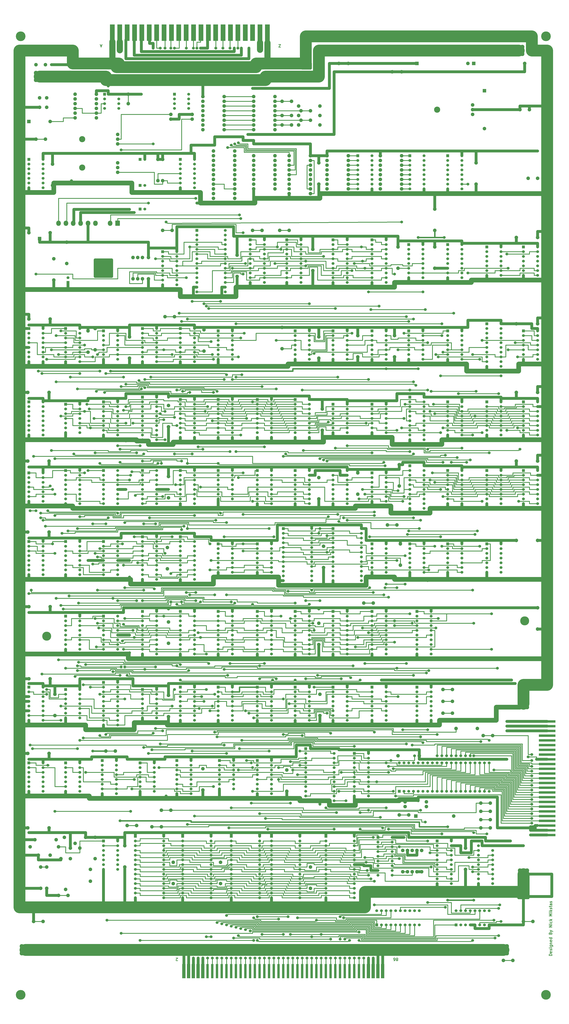
<source format=gbr>
G04 #@! TF.GenerationSoftware,KiCad,Pcbnew,(5.1.5)-3*
G04 #@! TF.CreationDate,2022-02-16T11:18:40-07:00*
G04 #@! TF.ProjectId,star_wars_arcade_main_pcb,73746172-5f77-4617-9273-5f6172636164,rev?*
G04 #@! TF.SameCoordinates,Original*
G04 #@! TF.FileFunction,Copper,L1,Top*
G04 #@! TF.FilePolarity,Positive*
%FSLAX46Y46*%
G04 Gerber Fmt 4.6, Leading zero omitted, Abs format (unit mm)*
G04 Created by KiCad (PCBNEW (5.1.5)-3) date 2022-02-16 11:18:40*
%MOMM*%
%LPD*%
G04 APERTURE LIST*
%ADD10C,0.304800*%
%ADD11C,0.300000*%
%ADD12C,1.905000*%
%ADD13C,4.826000*%
%ADD14C,5.207000*%
%ADD15C,0.100000*%
%ADD16C,1.524000*%
%ADD17R,1.524000X1.524000*%
%ADD18R,2.540000X8.890000*%
%ADD19C,3.302000*%
%ADD20R,1.905000X1.905000*%
%ADD21O,2.460000X2.800000*%
%ADD22O,2.460000X2.799999*%
%ADD23C,2.286000*%
%ADD24C,1.524000*%
%ADD25C,6.350000*%
%ADD26C,2.540000*%
%ADD27C,3.302000*%
%ADD28C,0.381000*%
%ADD29C,0.812800*%
%ADD30C,0.762000*%
G04 APERTURE END LIST*
D10*
X314379428Y-532638000D02*
X312855428Y-532638000D01*
X312855428Y-532275142D01*
X312928000Y-532057428D01*
X313073142Y-531912285D01*
X313218285Y-531839714D01*
X313508571Y-531767142D01*
X313726285Y-531767142D01*
X314016571Y-531839714D01*
X314161714Y-531912285D01*
X314306857Y-532057428D01*
X314379428Y-532275142D01*
X314379428Y-532638000D01*
X314306857Y-530533428D02*
X314379428Y-530678571D01*
X314379428Y-530968857D01*
X314306857Y-531114000D01*
X314161714Y-531186571D01*
X313581142Y-531186571D01*
X313436000Y-531114000D01*
X313363428Y-530968857D01*
X313363428Y-530678571D01*
X313436000Y-530533428D01*
X313581142Y-530460857D01*
X313726285Y-530460857D01*
X313871428Y-531186571D01*
X314306857Y-529880285D02*
X314379428Y-529735142D01*
X314379428Y-529444857D01*
X314306857Y-529299714D01*
X314161714Y-529227142D01*
X314089142Y-529227142D01*
X313944000Y-529299714D01*
X313871428Y-529444857D01*
X313871428Y-529662571D01*
X313798857Y-529807714D01*
X313653714Y-529880285D01*
X313581142Y-529880285D01*
X313436000Y-529807714D01*
X313363428Y-529662571D01*
X313363428Y-529444857D01*
X313436000Y-529299714D01*
X314379428Y-528574000D02*
X313363428Y-528574000D01*
X312855428Y-528574000D02*
X312928000Y-528646571D01*
X313000571Y-528574000D01*
X312928000Y-528501428D01*
X312855428Y-528574000D01*
X313000571Y-528574000D01*
X313363428Y-527195142D02*
X314597142Y-527195142D01*
X314742285Y-527267714D01*
X314814857Y-527340285D01*
X314887428Y-527485428D01*
X314887428Y-527703142D01*
X314814857Y-527848285D01*
X314306857Y-527195142D02*
X314379428Y-527340285D01*
X314379428Y-527630571D01*
X314306857Y-527775714D01*
X314234285Y-527848285D01*
X314089142Y-527920857D01*
X313653714Y-527920857D01*
X313508571Y-527848285D01*
X313436000Y-527775714D01*
X313363428Y-527630571D01*
X313363428Y-527340285D01*
X313436000Y-527195142D01*
X313363428Y-526469428D02*
X314379428Y-526469428D01*
X313508571Y-526469428D02*
X313436000Y-526396857D01*
X313363428Y-526251714D01*
X313363428Y-526034000D01*
X313436000Y-525888857D01*
X313581142Y-525816285D01*
X314379428Y-525816285D01*
X314306857Y-524510000D02*
X314379428Y-524655142D01*
X314379428Y-524945428D01*
X314306857Y-525090571D01*
X314161714Y-525163142D01*
X313581142Y-525163142D01*
X313436000Y-525090571D01*
X313363428Y-524945428D01*
X313363428Y-524655142D01*
X313436000Y-524510000D01*
X313581142Y-524437428D01*
X313726285Y-524437428D01*
X313871428Y-525163142D01*
X314379428Y-523131142D02*
X312855428Y-523131142D01*
X314306857Y-523131142D02*
X314379428Y-523276285D01*
X314379428Y-523566571D01*
X314306857Y-523711714D01*
X314234285Y-523784285D01*
X314089142Y-523856857D01*
X313653714Y-523856857D01*
X313508571Y-523784285D01*
X313436000Y-523711714D01*
X313363428Y-523566571D01*
X313363428Y-523276285D01*
X313436000Y-523131142D01*
X313581142Y-520736285D02*
X313653714Y-520518571D01*
X313726285Y-520446000D01*
X313871428Y-520373428D01*
X314089142Y-520373428D01*
X314234285Y-520446000D01*
X314306857Y-520518571D01*
X314379428Y-520663714D01*
X314379428Y-521244285D01*
X312855428Y-521244285D01*
X312855428Y-520736285D01*
X312928000Y-520591142D01*
X313000571Y-520518571D01*
X313145714Y-520446000D01*
X313290857Y-520446000D01*
X313436000Y-520518571D01*
X313508571Y-520591142D01*
X313581142Y-520736285D01*
X313581142Y-521244285D01*
X313363428Y-519865428D02*
X314379428Y-519502571D01*
X313363428Y-519139714D02*
X314379428Y-519502571D01*
X314742285Y-519647714D01*
X314814857Y-519720285D01*
X314887428Y-519865428D01*
X314379428Y-517398000D02*
X312855428Y-517398000D01*
X314379428Y-516527142D01*
X312855428Y-516527142D01*
X314379428Y-515801428D02*
X313363428Y-515801428D01*
X312855428Y-515801428D02*
X312928000Y-515874000D01*
X313000571Y-515801428D01*
X312928000Y-515728857D01*
X312855428Y-515801428D01*
X313000571Y-515801428D01*
X314306857Y-514422571D02*
X314379428Y-514567714D01*
X314379428Y-514858000D01*
X314306857Y-515003142D01*
X314234285Y-515075714D01*
X314089142Y-515148285D01*
X313653714Y-515148285D01*
X313508571Y-515075714D01*
X313436000Y-515003142D01*
X313363428Y-514858000D01*
X313363428Y-514567714D01*
X313436000Y-514422571D01*
X314379428Y-513769428D02*
X312855428Y-513769428D01*
X313798857Y-513624285D02*
X314379428Y-513188857D01*
X313363428Y-513188857D02*
X313944000Y-513769428D01*
X314379428Y-511374571D02*
X312855428Y-511374571D01*
X313944000Y-510866571D01*
X312855428Y-510358571D01*
X314379428Y-510358571D01*
X314379428Y-509632857D02*
X313363428Y-509632857D01*
X312855428Y-509632857D02*
X312928000Y-509705428D01*
X313000571Y-509632857D01*
X312928000Y-509560285D01*
X312855428Y-509632857D01*
X313000571Y-509632857D01*
X314379428Y-508907142D02*
X312855428Y-508907142D01*
X313798857Y-508762000D02*
X314379428Y-508326571D01*
X313363428Y-508326571D02*
X313944000Y-508907142D01*
X314306857Y-507746000D02*
X314379428Y-507600857D01*
X314379428Y-507310571D01*
X314306857Y-507165428D01*
X314161714Y-507092857D01*
X314089142Y-507092857D01*
X313944000Y-507165428D01*
X313871428Y-507310571D01*
X313871428Y-507528285D01*
X313798857Y-507673428D01*
X313653714Y-507746000D01*
X313581142Y-507746000D01*
X313436000Y-507673428D01*
X313363428Y-507528285D01*
X313363428Y-507310571D01*
X313436000Y-507165428D01*
X313363428Y-506657428D02*
X313363428Y-506076857D01*
X312855428Y-506439714D02*
X314161714Y-506439714D01*
X314306857Y-506367142D01*
X314379428Y-506222000D01*
X314379428Y-506076857D01*
X314379428Y-504915714D02*
X313581142Y-504915714D01*
X313436000Y-504988285D01*
X313363428Y-505133428D01*
X313363428Y-505423714D01*
X313436000Y-505568857D01*
X314306857Y-504915714D02*
X314379428Y-505060857D01*
X314379428Y-505423714D01*
X314306857Y-505568857D01*
X314161714Y-505641428D01*
X314016571Y-505641428D01*
X313871428Y-505568857D01*
X313798857Y-505423714D01*
X313798857Y-505060857D01*
X313726285Y-504915714D01*
X314306857Y-504262571D02*
X314379428Y-504117428D01*
X314379428Y-503827142D01*
X314306857Y-503682000D01*
X314161714Y-503609428D01*
X314089142Y-503609428D01*
X313944000Y-503682000D01*
X313871428Y-503827142D01*
X313871428Y-504044857D01*
X313798857Y-504190000D01*
X313653714Y-504262571D01*
X313581142Y-504262571D01*
X313436000Y-504190000D01*
X313363428Y-504044857D01*
X313363428Y-503827142D01*
X313436000Y-503682000D01*
D11*
X168775000Y-45271428D02*
X167775000Y-45271428D01*
X168775000Y-43771428D01*
X167775000Y-43771428D01*
X72747142Y-44200000D02*
X72032857Y-44200000D01*
X72890000Y-43771428D02*
X72390000Y-45271428D01*
X71890000Y-43771428D01*
X231362142Y-534848571D02*
X231505000Y-534920000D01*
X231576428Y-534991428D01*
X231647857Y-535134285D01*
X231647857Y-535205714D01*
X231576428Y-535348571D01*
X231505000Y-535420000D01*
X231362142Y-535491428D01*
X231076428Y-535491428D01*
X230933571Y-535420000D01*
X230862142Y-535348571D01*
X230790714Y-535205714D01*
X230790714Y-535134285D01*
X230862142Y-534991428D01*
X230933571Y-534920000D01*
X231076428Y-534848571D01*
X231362142Y-534848571D01*
X231505000Y-534777142D01*
X231576428Y-534705714D01*
X231647857Y-534562857D01*
X231647857Y-534277142D01*
X231576428Y-534134285D01*
X231505000Y-534062857D01*
X231362142Y-533991428D01*
X231076428Y-533991428D01*
X230933571Y-534062857D01*
X230862142Y-534134285D01*
X230790714Y-534277142D01*
X230790714Y-534562857D01*
X230862142Y-534705714D01*
X230933571Y-534777142D01*
X231076428Y-534848571D01*
X229505000Y-535491428D02*
X229790714Y-535491428D01*
X229933571Y-535420000D01*
X230005000Y-535348571D01*
X230147857Y-535134285D01*
X230219285Y-534848571D01*
X230219285Y-534277142D01*
X230147857Y-534134285D01*
X230076428Y-534062857D01*
X229933571Y-533991428D01*
X229647857Y-533991428D01*
X229505000Y-534062857D01*
X229433571Y-534134285D01*
X229362142Y-534277142D01*
X229362142Y-534634285D01*
X229433571Y-534777142D01*
X229505000Y-534848571D01*
X229647857Y-534920000D01*
X229933571Y-534920000D01*
X230076428Y-534848571D01*
X230147857Y-534777142D01*
X230219285Y-534634285D01*
X113458571Y-535348571D02*
X113387142Y-535420000D01*
X113244285Y-535491428D01*
X112887142Y-535491428D01*
X112744285Y-535420000D01*
X112672857Y-535348571D01*
X112601428Y-535205714D01*
X112601428Y-535062857D01*
X112672857Y-534848571D01*
X113530000Y-533991428D01*
X112601428Y-533991428D01*
D12*
X74930000Y-422910000D03*
X80010000Y-422910000D03*
X36195000Y-514350000D03*
X41275000Y-514350000D03*
X49530000Y-500380000D03*
X54610000Y-500380000D03*
X86360000Y-462915000D03*
X91440000Y-462915000D03*
X104775000Y-454660000D03*
X109855000Y-454660000D03*
X99695000Y-463550000D03*
X104775000Y-463550000D03*
X232410000Y-457200000D03*
X237490000Y-457200000D03*
X288290000Y-535305000D03*
X293370000Y-535305000D03*
X299085000Y-514350000D03*
X304165000Y-514350000D03*
X276225000Y-464185000D03*
X281305000Y-464185000D03*
X276225000Y-459740000D03*
X281305000Y-459740000D03*
X276225000Y-455295000D03*
X281305000Y-455295000D03*
X276225000Y-450850000D03*
X281305000Y-450850000D03*
X277495000Y-414655000D03*
X282575000Y-414655000D03*
X255905000Y-402590000D03*
X260985000Y-402590000D03*
X255905000Y-396240000D03*
X260985000Y-396240000D03*
X255905000Y-389890000D03*
X260985000Y-389890000D03*
X226060000Y-301625000D03*
X231140000Y-301625000D03*
X213360000Y-343535000D03*
X218440000Y-343535000D03*
X106680000Y-189865000D03*
X111760000Y-189865000D03*
X168275000Y-143510000D03*
X173355000Y-143510000D03*
X153670000Y-143510000D03*
X158750000Y-143510000D03*
X105410000Y-143510000D03*
X110490000Y-143510000D03*
X37465000Y-54610000D03*
X42545000Y-54610000D03*
X37465000Y-94615000D03*
X42545000Y-94615000D03*
X39370000Y-72390000D03*
X39370000Y-77470000D03*
X43180000Y-72390000D03*
X43180000Y-77470000D03*
X86995000Y-70485000D03*
X86995000Y-75565000D03*
X179705000Y-79375000D03*
X184785000Y-79375000D03*
X179705000Y-84455000D03*
X184785000Y-84455000D03*
X169545000Y-86995000D03*
X174625000Y-86995000D03*
X169545000Y-81915000D03*
X174625000Y-81915000D03*
X169545000Y-74295000D03*
X174625000Y-74295000D03*
X301625000Y-115570000D03*
X306705000Y-115570000D03*
X297180000Y-78740000D03*
X302260000Y-78740000D03*
X200025000Y-53975000D03*
X205105000Y-53975000D03*
D13*
X299720000Y-353060000D03*
X43180000Y-361315000D03*
D14*
X311150000Y-39370000D03*
X29210000Y-39370000D03*
X311150000Y-553720000D03*
X29210000Y-553720000D03*
G04 #@! TA.AperFunction,ConnectorPad*
D15*
G36*
X224409000Y-537210000D02*
G01*
X224409000Y-544830000D01*
X222631000Y-544830000D01*
X222631000Y-537210000D01*
X224409000Y-537210000D01*
G37*
G04 #@! TD.AperFunction*
G04 #@! TA.AperFunction,ConnectorPad*
G36*
X221869000Y-537210000D02*
G01*
X221869000Y-544830000D01*
X220091000Y-544830000D01*
X220091000Y-537210000D01*
X221869000Y-537210000D01*
G37*
G04 #@! TD.AperFunction*
G04 #@! TA.AperFunction,ConnectorPad*
G36*
X219329000Y-537210000D02*
G01*
X219329000Y-544830000D01*
X217551000Y-544830000D01*
X217551000Y-537210000D01*
X219329000Y-537210000D01*
G37*
G04 #@! TD.AperFunction*
G04 #@! TA.AperFunction,ConnectorPad*
G36*
X216789000Y-537210000D02*
G01*
X216789000Y-544830000D01*
X215011000Y-544830000D01*
X215011000Y-537210000D01*
X216789000Y-537210000D01*
G37*
G04 #@! TD.AperFunction*
G04 #@! TA.AperFunction,ConnectorPad*
G36*
X213995000Y-537210000D02*
G01*
X213995000Y-544830000D01*
X212725000Y-544830000D01*
X212725000Y-537210000D01*
X213995000Y-537210000D01*
G37*
G04 #@! TD.AperFunction*
G04 #@! TA.AperFunction,ConnectorPad*
G36*
X211455000Y-537210000D02*
G01*
X211455000Y-544830000D01*
X210185000Y-544830000D01*
X210185000Y-537210000D01*
X211455000Y-537210000D01*
G37*
G04 #@! TD.AperFunction*
G04 #@! TA.AperFunction,ConnectorPad*
G36*
X208915000Y-537210000D02*
G01*
X208915000Y-544830000D01*
X207645000Y-544830000D01*
X207645000Y-537210000D01*
X208915000Y-537210000D01*
G37*
G04 #@! TD.AperFunction*
G04 #@! TA.AperFunction,ConnectorPad*
G36*
X180975000Y-537210000D02*
G01*
X180975000Y-544830000D01*
X179705000Y-544830000D01*
X179705000Y-537210000D01*
X180975000Y-537210000D01*
G37*
G04 #@! TD.AperFunction*
G04 #@! TA.AperFunction,ConnectorPad*
G36*
X183515000Y-537210000D02*
G01*
X183515000Y-544830000D01*
X182245000Y-544830000D01*
X182245000Y-537210000D01*
X183515000Y-537210000D01*
G37*
G04 #@! TD.AperFunction*
G04 #@! TA.AperFunction,ConnectorPad*
G36*
X186055000Y-537210000D02*
G01*
X186055000Y-544830000D01*
X184785000Y-544830000D01*
X184785000Y-537210000D01*
X186055000Y-537210000D01*
G37*
G04 #@! TD.AperFunction*
G04 #@! TA.AperFunction,ConnectorPad*
G36*
X188595000Y-537210000D02*
G01*
X188595000Y-544830000D01*
X187325000Y-544830000D01*
X187325000Y-537210000D01*
X188595000Y-537210000D01*
G37*
G04 #@! TD.AperFunction*
G04 #@! TA.AperFunction,ConnectorPad*
G36*
X191135000Y-537210000D02*
G01*
X191135000Y-544830000D01*
X189865000Y-544830000D01*
X189865000Y-537210000D01*
X191135000Y-537210000D01*
G37*
G04 #@! TD.AperFunction*
G04 #@! TA.AperFunction,ConnectorPad*
G36*
X193675000Y-537210000D02*
G01*
X193675000Y-544830000D01*
X192405000Y-544830000D01*
X192405000Y-537210000D01*
X193675000Y-537210000D01*
G37*
G04 #@! TD.AperFunction*
G04 #@! TA.AperFunction,ConnectorPad*
G36*
X196215000Y-537210000D02*
G01*
X196215000Y-544830000D01*
X194945000Y-544830000D01*
X194945000Y-537210000D01*
X196215000Y-537210000D01*
G37*
G04 #@! TD.AperFunction*
G04 #@! TA.AperFunction,ConnectorPad*
G36*
X198755000Y-537210000D02*
G01*
X198755000Y-544830000D01*
X197485000Y-544830000D01*
X197485000Y-537210000D01*
X198755000Y-537210000D01*
G37*
G04 #@! TD.AperFunction*
G04 #@! TA.AperFunction,ConnectorPad*
G36*
X201295000Y-537210000D02*
G01*
X201295000Y-544830000D01*
X200025000Y-544830000D01*
X200025000Y-537210000D01*
X201295000Y-537210000D01*
G37*
G04 #@! TD.AperFunction*
G04 #@! TA.AperFunction,ConnectorPad*
G36*
X203835000Y-537210000D02*
G01*
X203835000Y-544830000D01*
X202565000Y-544830000D01*
X202565000Y-537210000D01*
X203835000Y-537210000D01*
G37*
G04 #@! TD.AperFunction*
G04 #@! TA.AperFunction,ConnectorPad*
G36*
X206375000Y-537210000D02*
G01*
X206375000Y-544830000D01*
X205105000Y-544830000D01*
X205105000Y-537210000D01*
X206375000Y-537210000D01*
G37*
G04 #@! TD.AperFunction*
G04 #@! TA.AperFunction,ConnectorPad*
G36*
X178435000Y-537210000D02*
G01*
X178435000Y-544830000D01*
X177165000Y-544830000D01*
X177165000Y-537210000D01*
X178435000Y-537210000D01*
G37*
G04 #@! TD.AperFunction*
G04 #@! TA.AperFunction,ConnectorPad*
G36*
X175895000Y-537210000D02*
G01*
X175895000Y-544830000D01*
X174625000Y-544830000D01*
X174625000Y-537210000D01*
X175895000Y-537210000D01*
G37*
G04 #@! TD.AperFunction*
G04 #@! TA.AperFunction,ConnectorPad*
G36*
X173355000Y-537210000D02*
G01*
X173355000Y-544830000D01*
X172085000Y-544830000D01*
X172085000Y-537210000D01*
X173355000Y-537210000D01*
G37*
G04 #@! TD.AperFunction*
G04 #@! TA.AperFunction,ConnectorPad*
G36*
X170815000Y-537210000D02*
G01*
X170815000Y-544830000D01*
X169545000Y-544830000D01*
X169545000Y-537210000D01*
X170815000Y-537210000D01*
G37*
G04 #@! TD.AperFunction*
G04 #@! TA.AperFunction,ConnectorPad*
G36*
X168275000Y-537210000D02*
G01*
X168275000Y-544830000D01*
X167005000Y-544830000D01*
X167005000Y-537210000D01*
X168275000Y-537210000D01*
G37*
G04 #@! TD.AperFunction*
G04 #@! TA.AperFunction,ConnectorPad*
G36*
X165735000Y-537210000D02*
G01*
X165735000Y-544830000D01*
X164465000Y-544830000D01*
X164465000Y-537210000D01*
X165735000Y-537210000D01*
G37*
G04 #@! TD.AperFunction*
G04 #@! TA.AperFunction,ConnectorPad*
G36*
X163195000Y-537210000D02*
G01*
X163195000Y-544830000D01*
X161925000Y-544830000D01*
X161925000Y-537210000D01*
X163195000Y-537210000D01*
G37*
G04 #@! TD.AperFunction*
G04 #@! TA.AperFunction,ConnectorPad*
G36*
X160655000Y-537210000D02*
G01*
X160655000Y-544830000D01*
X159385000Y-544830000D01*
X159385000Y-537210000D01*
X160655000Y-537210000D01*
G37*
G04 #@! TD.AperFunction*
G04 #@! TA.AperFunction,ConnectorPad*
G36*
X158115000Y-537210000D02*
G01*
X158115000Y-544830000D01*
X156845000Y-544830000D01*
X156845000Y-537210000D01*
X158115000Y-537210000D01*
G37*
G04 #@! TD.AperFunction*
G04 #@! TA.AperFunction,ConnectorPad*
G36*
X155575000Y-537210000D02*
G01*
X155575000Y-544830000D01*
X154305000Y-544830000D01*
X154305000Y-537210000D01*
X155575000Y-537210000D01*
G37*
G04 #@! TD.AperFunction*
G04 #@! TA.AperFunction,ConnectorPad*
G36*
X153035000Y-537210000D02*
G01*
X153035000Y-544830000D01*
X151765000Y-544830000D01*
X151765000Y-537210000D01*
X153035000Y-537210000D01*
G37*
G04 #@! TD.AperFunction*
G04 #@! TA.AperFunction,ConnectorPad*
G36*
X150495000Y-537210000D02*
G01*
X150495000Y-544830000D01*
X149225000Y-544830000D01*
X149225000Y-537210000D01*
X150495000Y-537210000D01*
G37*
G04 #@! TD.AperFunction*
G04 #@! TA.AperFunction,ConnectorPad*
G36*
X147955000Y-537210000D02*
G01*
X147955000Y-544830000D01*
X146685000Y-544830000D01*
X146685000Y-537210000D01*
X147955000Y-537210000D01*
G37*
G04 #@! TD.AperFunction*
G04 #@! TA.AperFunction,ConnectorPad*
G36*
X145415000Y-537210000D02*
G01*
X145415000Y-544830000D01*
X144145000Y-544830000D01*
X144145000Y-537210000D01*
X145415000Y-537210000D01*
G37*
G04 #@! TD.AperFunction*
G04 #@! TA.AperFunction,ConnectorPad*
G36*
X142875000Y-537210000D02*
G01*
X142875000Y-544830000D01*
X141605000Y-544830000D01*
X141605000Y-537210000D01*
X142875000Y-537210000D01*
G37*
G04 #@! TD.AperFunction*
G04 #@! TA.AperFunction,ConnectorPad*
G36*
X140335000Y-537210000D02*
G01*
X140335000Y-544830000D01*
X139065000Y-544830000D01*
X139065000Y-537210000D01*
X140335000Y-537210000D01*
G37*
G04 #@! TD.AperFunction*
G04 #@! TA.AperFunction,ConnectorPad*
G36*
X137795000Y-537210000D02*
G01*
X137795000Y-544830000D01*
X136525000Y-544830000D01*
X136525000Y-537210000D01*
X137795000Y-537210000D01*
G37*
G04 #@! TD.AperFunction*
G04 #@! TA.AperFunction,ConnectorPad*
G36*
X135255000Y-537210000D02*
G01*
X135255000Y-544830000D01*
X133985000Y-544830000D01*
X133985000Y-537210000D01*
X135255000Y-537210000D01*
G37*
G04 #@! TD.AperFunction*
G04 #@! TA.AperFunction,ConnectorPad*
G36*
X132715000Y-537210000D02*
G01*
X132715000Y-544830000D01*
X131445000Y-544830000D01*
X131445000Y-537210000D01*
X132715000Y-537210000D01*
G37*
G04 #@! TD.AperFunction*
G04 #@! TA.AperFunction,ConnectorPad*
G36*
X130175000Y-537210000D02*
G01*
X130175000Y-544830000D01*
X128905000Y-544830000D01*
X128905000Y-537210000D01*
X130175000Y-537210000D01*
G37*
G04 #@! TD.AperFunction*
G04 #@! TA.AperFunction,ConnectorPad*
G36*
X127889000Y-537210000D02*
G01*
X127889000Y-544830000D01*
X126111000Y-544830000D01*
X126111000Y-537210000D01*
X127889000Y-537210000D01*
G37*
G04 #@! TD.AperFunction*
G04 #@! TA.AperFunction,ConnectorPad*
G36*
X125349000Y-537210000D02*
G01*
X125349000Y-544830000D01*
X123571000Y-544830000D01*
X123571000Y-537210000D01*
X125349000Y-537210000D01*
G37*
G04 #@! TD.AperFunction*
G04 #@! TA.AperFunction,ConnectorPad*
G36*
X122809000Y-537210000D02*
G01*
X122809000Y-544830000D01*
X121031000Y-544830000D01*
X121031000Y-537210000D01*
X122809000Y-537210000D01*
G37*
G04 #@! TD.AperFunction*
G04 #@! TA.AperFunction,ConnectorPad*
G36*
X120269000Y-537210000D02*
G01*
X120269000Y-544830000D01*
X118491000Y-544830000D01*
X118491000Y-537210000D01*
X120269000Y-537210000D01*
G37*
G04 #@! TD.AperFunction*
G04 #@! TA.AperFunction,ConnectorPad*
G36*
X117729000Y-537210000D02*
G01*
X117729000Y-544830000D01*
X115951000Y-544830000D01*
X115951000Y-537210000D01*
X117729000Y-537210000D01*
G37*
G04 #@! TD.AperFunction*
G04 #@! TA.AperFunction,ConnectorPad*
G36*
X307340000Y-406400000D02*
G01*
X316230000Y-406400000D01*
X316230000Y-407670000D01*
X307340000Y-407670000D01*
X307340000Y-406400000D01*
G37*
G04 #@! TD.AperFunction*
G04 #@! TA.AperFunction,ConnectorPad*
G36*
X307340000Y-408940000D02*
G01*
X316230000Y-408940000D01*
X316230000Y-410210000D01*
X307340000Y-410210000D01*
X307340000Y-408940000D01*
G37*
G04 #@! TD.AperFunction*
G04 #@! TA.AperFunction,ConnectorPad*
G36*
X307340000Y-411480000D02*
G01*
X316230000Y-411480000D01*
X316230000Y-412750000D01*
X307340000Y-412750000D01*
X307340000Y-411480000D01*
G37*
G04 #@! TD.AperFunction*
G04 #@! TA.AperFunction,ConnectorPad*
G36*
X307340000Y-414020000D02*
G01*
X316230000Y-414020000D01*
X316230000Y-415290000D01*
X307340000Y-415290000D01*
X307340000Y-414020000D01*
G37*
G04 #@! TD.AperFunction*
G04 #@! TA.AperFunction,ConnectorPad*
G36*
X307340000Y-416560000D02*
G01*
X316230000Y-416560000D01*
X316230000Y-417830000D01*
X307340000Y-417830000D01*
X307340000Y-416560000D01*
G37*
G04 #@! TD.AperFunction*
G04 #@! TA.AperFunction,ConnectorPad*
G36*
X307340000Y-419100000D02*
G01*
X316230000Y-419100000D01*
X316230000Y-420370000D01*
X307340000Y-420370000D01*
X307340000Y-419100000D01*
G37*
G04 #@! TD.AperFunction*
G04 #@! TA.AperFunction,ConnectorPad*
G36*
X307340000Y-421640000D02*
G01*
X316230000Y-421640000D01*
X316230000Y-422910000D01*
X307340000Y-422910000D01*
X307340000Y-421640000D01*
G37*
G04 #@! TD.AperFunction*
G04 #@! TA.AperFunction,ConnectorPad*
G36*
X307340000Y-424180000D02*
G01*
X316230000Y-424180000D01*
X316230000Y-425450000D01*
X307340000Y-425450000D01*
X307340000Y-424180000D01*
G37*
G04 #@! TD.AperFunction*
G04 #@! TA.AperFunction,ConnectorPad*
G36*
X307340000Y-426720000D02*
G01*
X316230000Y-426720000D01*
X316230000Y-427990000D01*
X307340000Y-427990000D01*
X307340000Y-426720000D01*
G37*
G04 #@! TD.AperFunction*
G04 #@! TA.AperFunction,ConnectorPad*
G36*
X307340000Y-429260000D02*
G01*
X316230000Y-429260000D01*
X316230000Y-430530000D01*
X307340000Y-430530000D01*
X307340000Y-429260000D01*
G37*
G04 #@! TD.AperFunction*
G04 #@! TA.AperFunction,ConnectorPad*
G36*
X307340000Y-431800000D02*
G01*
X316230000Y-431800000D01*
X316230000Y-433070000D01*
X307340000Y-433070000D01*
X307340000Y-431800000D01*
G37*
G04 #@! TD.AperFunction*
G04 #@! TA.AperFunction,ConnectorPad*
G36*
X307340000Y-434340000D02*
G01*
X316230000Y-434340000D01*
X316230000Y-435610000D01*
X307340000Y-435610000D01*
X307340000Y-434340000D01*
G37*
G04 #@! TD.AperFunction*
G04 #@! TA.AperFunction,ConnectorPad*
G36*
X307340000Y-436880000D02*
G01*
X316230000Y-436880000D01*
X316230000Y-438150000D01*
X307340000Y-438150000D01*
X307340000Y-436880000D01*
G37*
G04 #@! TD.AperFunction*
G04 #@! TA.AperFunction,ConnectorPad*
G36*
X307340000Y-439420000D02*
G01*
X316230000Y-439420000D01*
X316230000Y-440690000D01*
X307340000Y-440690000D01*
X307340000Y-439420000D01*
G37*
G04 #@! TD.AperFunction*
G04 #@! TA.AperFunction,ConnectorPad*
G36*
X307340000Y-441960000D02*
G01*
X316230000Y-441960000D01*
X316230000Y-443230000D01*
X307340000Y-443230000D01*
X307340000Y-441960000D01*
G37*
G04 #@! TD.AperFunction*
G04 #@! TA.AperFunction,ConnectorPad*
G36*
X307340000Y-444500000D02*
G01*
X316230000Y-444500000D01*
X316230000Y-445770000D01*
X307340000Y-445770000D01*
X307340000Y-444500000D01*
G37*
G04 #@! TD.AperFunction*
G04 #@! TA.AperFunction,ConnectorPad*
G36*
X307340000Y-447040000D02*
G01*
X316230000Y-447040000D01*
X316230000Y-448310000D01*
X307340000Y-448310000D01*
X307340000Y-447040000D01*
G37*
G04 #@! TD.AperFunction*
G04 #@! TA.AperFunction,ConnectorPad*
G36*
X307340000Y-449580000D02*
G01*
X316230000Y-449580000D01*
X316230000Y-450850000D01*
X307340000Y-450850000D01*
X307340000Y-449580000D01*
G37*
G04 #@! TD.AperFunction*
G04 #@! TA.AperFunction,ConnectorPad*
G36*
X307340000Y-452120000D02*
G01*
X316230000Y-452120000D01*
X316230000Y-453390000D01*
X307340000Y-453390000D01*
X307340000Y-452120000D01*
G37*
G04 #@! TD.AperFunction*
G04 #@! TA.AperFunction,ConnectorPad*
G36*
X307340000Y-454660000D02*
G01*
X316230000Y-454660000D01*
X316230000Y-455930000D01*
X307340000Y-455930000D01*
X307340000Y-454660000D01*
G37*
G04 #@! TD.AperFunction*
G04 #@! TA.AperFunction,ConnectorPad*
G36*
X307340000Y-457200000D02*
G01*
X316230000Y-457200000D01*
X316230000Y-458470000D01*
X307340000Y-458470000D01*
X307340000Y-457200000D01*
G37*
G04 #@! TD.AperFunction*
G04 #@! TA.AperFunction,ConnectorPad*
G36*
X307340000Y-459740000D02*
G01*
X316230000Y-459740000D01*
X316230000Y-461010000D01*
X307340000Y-461010000D01*
X307340000Y-459740000D01*
G37*
G04 #@! TD.AperFunction*
G04 #@! TA.AperFunction,ConnectorPad*
G36*
X307340000Y-462280000D02*
G01*
X316230000Y-462280000D01*
X316230000Y-463550000D01*
X307340000Y-463550000D01*
X307340000Y-462280000D01*
G37*
G04 #@! TD.AperFunction*
G04 #@! TA.AperFunction,ConnectorPad*
G36*
X307340000Y-464820000D02*
G01*
X316230000Y-464820000D01*
X316230000Y-466090000D01*
X307340000Y-466090000D01*
X307340000Y-464820000D01*
G37*
G04 #@! TD.AperFunction*
G04 #@! TA.AperFunction,ConnectorPad*
G36*
X307340000Y-467360000D02*
G01*
X316230000Y-467360000D01*
X316230000Y-468630000D01*
X307340000Y-468630000D01*
X307340000Y-467360000D01*
G37*
G04 #@! TD.AperFunction*
D16*
X60960000Y-429260000D03*
X60960000Y-431800000D03*
X60960000Y-434340000D03*
X60960000Y-436880000D03*
X60960000Y-439420000D03*
X60960000Y-441960000D03*
X60960000Y-444500000D03*
X53340000Y-444500000D03*
X53340000Y-441960000D03*
X53340000Y-439420000D03*
X53340000Y-431800000D03*
D17*
X53340000Y-429260000D03*
D16*
X53340000Y-434340000D03*
X53340000Y-436880000D03*
X53340000Y-397510000D03*
X53340000Y-394970000D03*
D17*
X53340000Y-389890000D03*
D16*
X53340000Y-392430000D03*
X53340000Y-400050000D03*
X53340000Y-402590000D03*
X53340000Y-405130000D03*
X60960000Y-405130000D03*
X60960000Y-402590000D03*
X60960000Y-400050000D03*
X60960000Y-397510000D03*
X60960000Y-394970000D03*
X60960000Y-392430000D03*
X60960000Y-389890000D03*
X60960000Y-350520000D03*
X60960000Y-353060000D03*
X60960000Y-355600000D03*
X60960000Y-358140000D03*
X60960000Y-360680000D03*
X60960000Y-363220000D03*
X60960000Y-365760000D03*
X60960000Y-368300000D03*
X53340000Y-368300000D03*
X53340000Y-365760000D03*
X53340000Y-363220000D03*
X53340000Y-360680000D03*
D17*
X53340000Y-350520000D03*
D16*
X53340000Y-353060000D03*
X53340000Y-355600000D03*
X53340000Y-358140000D03*
X53340000Y-318135000D03*
X53340000Y-315595000D03*
X53340000Y-313055000D03*
D17*
X53340000Y-310515000D03*
D16*
X53340000Y-320675000D03*
X53340000Y-323215000D03*
X53340000Y-325755000D03*
X53340000Y-328295000D03*
X60960000Y-328295000D03*
X60960000Y-325755000D03*
X60960000Y-323215000D03*
X60960000Y-320675000D03*
X60960000Y-318135000D03*
X60960000Y-315595000D03*
X60960000Y-313055000D03*
X60960000Y-310515000D03*
X53340000Y-280035000D03*
X53340000Y-277495000D03*
X53340000Y-274955000D03*
D17*
X53340000Y-272415000D03*
D16*
X53340000Y-282575000D03*
X53340000Y-285115000D03*
X53340000Y-287655000D03*
X53340000Y-290195000D03*
X60960000Y-290195000D03*
X60960000Y-287655000D03*
X60960000Y-285115000D03*
X60960000Y-282575000D03*
X60960000Y-280035000D03*
X60960000Y-277495000D03*
X60960000Y-274955000D03*
X60960000Y-272415000D03*
X60960000Y-236855000D03*
X60960000Y-239395000D03*
X60960000Y-241935000D03*
X60960000Y-244475000D03*
X60960000Y-247015000D03*
X60960000Y-249555000D03*
X60960000Y-252095000D03*
X53340000Y-252095000D03*
X53340000Y-249555000D03*
X53340000Y-247015000D03*
X53340000Y-239395000D03*
D17*
X53340000Y-236855000D03*
D16*
X53340000Y-241935000D03*
X53340000Y-244475000D03*
X60960000Y-196215000D03*
X60960000Y-198755000D03*
X60960000Y-201295000D03*
X60960000Y-203835000D03*
X60960000Y-206375000D03*
X60960000Y-208915000D03*
X60960000Y-211455000D03*
X60960000Y-213995000D03*
X53340000Y-213995000D03*
X53340000Y-211455000D03*
X53340000Y-208915000D03*
X53340000Y-206375000D03*
D17*
X53340000Y-196215000D03*
D16*
X53340000Y-198755000D03*
X53340000Y-201295000D03*
X53340000Y-203835000D03*
X33655000Y-436880000D03*
X33655000Y-434340000D03*
D17*
X33655000Y-429260000D03*
D16*
X33655000Y-431800000D03*
X33655000Y-439420000D03*
X33655000Y-441960000D03*
X33655000Y-444500000D03*
X41275000Y-444500000D03*
X41275000Y-441960000D03*
X41275000Y-439420000D03*
X41275000Y-436880000D03*
X41275000Y-434340000D03*
X41275000Y-431800000D03*
X41275000Y-429260000D03*
X41275000Y-388620000D03*
X41275000Y-391160000D03*
X41275000Y-393700000D03*
X41275000Y-396240000D03*
X41275000Y-398780000D03*
X41275000Y-401320000D03*
X41275000Y-403860000D03*
X41275000Y-406400000D03*
X33655000Y-406400000D03*
X33655000Y-403860000D03*
X33655000Y-401320000D03*
X33655000Y-398780000D03*
D17*
X33655000Y-388620000D03*
D16*
X33655000Y-391160000D03*
X33655000Y-393700000D03*
X33655000Y-396240000D03*
X33655000Y-318135000D03*
X33655000Y-315595000D03*
X33655000Y-313055000D03*
D17*
X33655000Y-310515000D03*
D16*
X33655000Y-320675000D03*
X33655000Y-323215000D03*
X33655000Y-325755000D03*
X33655000Y-328295000D03*
X41275000Y-328295000D03*
X41275000Y-325755000D03*
X41275000Y-323215000D03*
X41275000Y-320675000D03*
X41275000Y-318135000D03*
X41275000Y-315595000D03*
X41275000Y-313055000D03*
X41275000Y-310515000D03*
X33655000Y-281305000D03*
X33655000Y-278765000D03*
D17*
X33655000Y-273685000D03*
D16*
X33655000Y-276225000D03*
X33655000Y-283845000D03*
X33655000Y-286385000D03*
X33655000Y-288925000D03*
X41275000Y-288925000D03*
X41275000Y-286385000D03*
X41275000Y-283845000D03*
X41275000Y-281305000D03*
X41275000Y-278765000D03*
X41275000Y-276225000D03*
X41275000Y-273685000D03*
X33655000Y-203835000D03*
X33655000Y-201295000D03*
X33655000Y-198755000D03*
D17*
X33655000Y-196215000D03*
D16*
X33655000Y-206375000D03*
X33655000Y-208915000D03*
X33655000Y-211455000D03*
X33655000Y-213995000D03*
X41275000Y-213995000D03*
X41275000Y-211455000D03*
X41275000Y-208915000D03*
X41275000Y-206375000D03*
X41275000Y-203835000D03*
X41275000Y-201295000D03*
X41275000Y-198755000D03*
X41275000Y-196215000D03*
X41275000Y-105410000D03*
X41275000Y-107950000D03*
X41275000Y-110490000D03*
X41275000Y-113030000D03*
X41275000Y-115570000D03*
X41275000Y-118110000D03*
X41275000Y-120650000D03*
X33655000Y-120650000D03*
X33655000Y-118110000D03*
X33655000Y-115570000D03*
X33655000Y-107950000D03*
D17*
X33655000Y-105410000D03*
D16*
X33655000Y-110490000D03*
X33655000Y-113030000D03*
X33655000Y-243205000D03*
X33655000Y-240665000D03*
X33655000Y-238125000D03*
D17*
X33655000Y-235585000D03*
D16*
X33655000Y-245745000D03*
X33655000Y-248285000D03*
X33655000Y-250825000D03*
X33655000Y-253365000D03*
X41275000Y-253365000D03*
X41275000Y-250825000D03*
X41275000Y-248285000D03*
X41275000Y-245745000D03*
X41275000Y-243205000D03*
X41275000Y-240665000D03*
X41275000Y-238125000D03*
X41275000Y-235585000D03*
X270510000Y-516255000D03*
X267970000Y-516255000D03*
X265430000Y-516255000D03*
D17*
X262890000Y-516255000D03*
D16*
X273050000Y-516255000D03*
X275590000Y-516255000D03*
X278130000Y-516255000D03*
X280670000Y-516255000D03*
X280670000Y-508635000D03*
X278130000Y-508635000D03*
X275590000Y-508635000D03*
X273050000Y-508635000D03*
X270510000Y-508635000D03*
X267970000Y-508635000D03*
X265430000Y-508635000D03*
X262890000Y-508635000D03*
D17*
X274955000Y-471170000D03*
D16*
X274955000Y-473710000D03*
X274955000Y-476250000D03*
X274955000Y-478790000D03*
X274955000Y-481330000D03*
X274955000Y-483870000D03*
X274955000Y-486410000D03*
X274955000Y-488950000D03*
X274955000Y-491490000D03*
X274955000Y-494030000D03*
X282575000Y-494030000D03*
X282575000Y-491490000D03*
X282575000Y-488950000D03*
X282575000Y-486410000D03*
X282575000Y-483870000D03*
X282575000Y-481330000D03*
X282575000Y-478790000D03*
X282575000Y-476250000D03*
X282575000Y-473710000D03*
X282575000Y-471170000D03*
X260350000Y-471170000D03*
X260350000Y-473710000D03*
X260350000Y-476250000D03*
X260350000Y-478790000D03*
X260350000Y-481330000D03*
X260350000Y-483870000D03*
X260350000Y-486410000D03*
X260350000Y-488950000D03*
X260350000Y-491490000D03*
X260350000Y-494030000D03*
X252730000Y-494030000D03*
X252730000Y-491490000D03*
X252730000Y-488950000D03*
X252730000Y-486410000D03*
X252730000Y-483870000D03*
X252730000Y-481330000D03*
X252730000Y-478790000D03*
X252730000Y-476250000D03*
X252730000Y-473710000D03*
D17*
X252730000Y-471170000D03*
X220345000Y-516255000D03*
D16*
X222885000Y-516255000D03*
X225425000Y-516255000D03*
X227965000Y-516255000D03*
X230505000Y-516255000D03*
X233045000Y-516255000D03*
X235585000Y-516255000D03*
X238125000Y-516255000D03*
X240665000Y-516255000D03*
X243205000Y-516255000D03*
X243205000Y-508635000D03*
X240665000Y-508635000D03*
X238125000Y-508635000D03*
X235585000Y-508635000D03*
X233045000Y-508635000D03*
X230505000Y-508635000D03*
X227965000Y-508635000D03*
X225425000Y-508635000D03*
X222885000Y-508635000D03*
X220345000Y-508635000D03*
X208280000Y-481330000D03*
X208280000Y-483870000D03*
X208280000Y-478790000D03*
X193040000Y-483870000D03*
X193040000Y-471170000D03*
X208280000Y-501650000D03*
X193040000Y-481330000D03*
X193040000Y-473710000D03*
X193040000Y-486410000D03*
D17*
X193040000Y-468630000D03*
D16*
X193040000Y-488950000D03*
X193040000Y-478790000D03*
X208280000Y-486410000D03*
X208280000Y-488950000D03*
X208280000Y-491490000D03*
X193040000Y-501650000D03*
X193040000Y-496570000D03*
X193040000Y-494030000D03*
X193040000Y-476250000D03*
X193040000Y-491490000D03*
X208280000Y-494030000D03*
X208280000Y-496570000D03*
X208280000Y-499110000D03*
X193040000Y-499110000D03*
X208280000Y-476250000D03*
X208280000Y-473710000D03*
X208280000Y-471170000D03*
X208280000Y-468630000D03*
X179070000Y-468630000D03*
X179070000Y-471170000D03*
X179070000Y-473710000D03*
X179070000Y-476250000D03*
X163830000Y-499110000D03*
X179070000Y-499110000D03*
X179070000Y-496570000D03*
X179070000Y-494030000D03*
X163830000Y-491490000D03*
X163830000Y-476250000D03*
X163830000Y-494030000D03*
X163830000Y-496570000D03*
X163830000Y-501650000D03*
X179070000Y-491490000D03*
X179070000Y-488950000D03*
X179070000Y-486410000D03*
X163830000Y-478790000D03*
X163830000Y-488950000D03*
D17*
X163830000Y-468630000D03*
D16*
X163830000Y-486410000D03*
X163830000Y-473710000D03*
X163830000Y-481330000D03*
X179070000Y-501650000D03*
X163830000Y-471170000D03*
X163830000Y-483870000D03*
X179070000Y-478790000D03*
X179070000Y-483870000D03*
X179070000Y-481330000D03*
X157480000Y-481330000D03*
X157480000Y-483870000D03*
X157480000Y-478790000D03*
X142240000Y-483870000D03*
X142240000Y-471170000D03*
X157480000Y-501650000D03*
X142240000Y-481330000D03*
X142240000Y-473710000D03*
X142240000Y-486410000D03*
D17*
X142240000Y-468630000D03*
D16*
X142240000Y-488950000D03*
X142240000Y-478790000D03*
X157480000Y-486410000D03*
X157480000Y-488950000D03*
X157480000Y-491490000D03*
X142240000Y-501650000D03*
X142240000Y-496570000D03*
X142240000Y-494030000D03*
X142240000Y-476250000D03*
X142240000Y-491490000D03*
X157480000Y-494030000D03*
X157480000Y-496570000D03*
X157480000Y-499110000D03*
X142240000Y-499110000D03*
X157480000Y-476250000D03*
X157480000Y-473710000D03*
X157480000Y-471170000D03*
X157480000Y-468630000D03*
X131445000Y-468630000D03*
X131445000Y-471170000D03*
X131445000Y-473710000D03*
X131445000Y-476250000D03*
X116205000Y-499110000D03*
X131445000Y-499110000D03*
X131445000Y-496570000D03*
X131445000Y-494030000D03*
X116205000Y-491490000D03*
X116205000Y-476250000D03*
X116205000Y-494030000D03*
X116205000Y-496570000D03*
X116205000Y-501650000D03*
X131445000Y-491490000D03*
X131445000Y-488950000D03*
X131445000Y-486410000D03*
X116205000Y-478790000D03*
X116205000Y-488950000D03*
D17*
X116205000Y-468630000D03*
D16*
X116205000Y-486410000D03*
X116205000Y-473710000D03*
X116205000Y-481330000D03*
X131445000Y-501650000D03*
X116205000Y-471170000D03*
X116205000Y-483870000D03*
X131445000Y-478790000D03*
X131445000Y-483870000D03*
X131445000Y-481330000D03*
X106045000Y-481330000D03*
X106045000Y-483870000D03*
X106045000Y-478790000D03*
X90805000Y-483870000D03*
X90805000Y-471170000D03*
X106045000Y-501650000D03*
X90805000Y-481330000D03*
X90805000Y-473710000D03*
X90805000Y-486410000D03*
D17*
X90805000Y-468630000D03*
D16*
X90805000Y-488950000D03*
X90805000Y-478790000D03*
X106045000Y-486410000D03*
X106045000Y-488950000D03*
X106045000Y-491490000D03*
X90805000Y-501650000D03*
X90805000Y-496570000D03*
X90805000Y-494030000D03*
X90805000Y-476250000D03*
X90805000Y-491490000D03*
X106045000Y-494030000D03*
X106045000Y-496570000D03*
X106045000Y-499110000D03*
X90805000Y-499110000D03*
X106045000Y-476250000D03*
X106045000Y-473710000D03*
X106045000Y-471170000D03*
X106045000Y-468630000D03*
X73660000Y-478790000D03*
X73660000Y-476250000D03*
D17*
X73660000Y-471170000D03*
D16*
X73660000Y-473710000D03*
X73660000Y-481330000D03*
X73660000Y-483870000D03*
X73660000Y-486410000D03*
X81280000Y-486410000D03*
X81280000Y-483870000D03*
X81280000Y-481330000D03*
X81280000Y-478790000D03*
X81280000Y-476250000D03*
X81280000Y-473710000D03*
X81280000Y-471170000D03*
X220980000Y-479425000D03*
X220980000Y-476885000D03*
X220980000Y-474345000D03*
X220980000Y-471805000D03*
D17*
X220980000Y-469265000D03*
D16*
X220980000Y-481965000D03*
X220980000Y-484505000D03*
X220980000Y-487045000D03*
X220980000Y-489585000D03*
X228600000Y-489585000D03*
X228600000Y-487045000D03*
X228600000Y-484505000D03*
X228600000Y-481965000D03*
X228600000Y-479425000D03*
X228600000Y-476885000D03*
X228600000Y-474345000D03*
X228600000Y-471805000D03*
X228600000Y-469265000D03*
X262890000Y-429260000D03*
X265430000Y-429260000D03*
X267970000Y-429260000D03*
X270510000Y-429260000D03*
X273050000Y-429260000D03*
X275590000Y-429260000D03*
X278130000Y-429260000D03*
X280670000Y-429260000D03*
X280670000Y-444500000D03*
X278130000Y-444500000D03*
X275590000Y-444500000D03*
X273050000Y-444500000D03*
X270510000Y-444500000D03*
X267970000Y-444500000D03*
X265430000Y-444500000D03*
X262890000Y-444500000D03*
D17*
X232410000Y-444500000D03*
D16*
X234950000Y-444500000D03*
X237490000Y-444500000D03*
X240030000Y-444500000D03*
X242570000Y-444500000D03*
X245110000Y-444500000D03*
X247650000Y-444500000D03*
X250190000Y-444500000D03*
X252730000Y-444500000D03*
X255270000Y-444500000D03*
X257810000Y-444500000D03*
X260350000Y-444500000D03*
X260350000Y-429260000D03*
X257810000Y-429260000D03*
X255270000Y-429260000D03*
X252730000Y-429260000D03*
X250190000Y-429260000D03*
X247650000Y-429260000D03*
X245110000Y-429260000D03*
X242570000Y-429260000D03*
X240030000Y-429260000D03*
X237490000Y-429260000D03*
X234950000Y-429260000D03*
X232410000Y-429260000D03*
X241935000Y-396240000D03*
X241935000Y-393700000D03*
X241935000Y-391160000D03*
D17*
X241935000Y-388620000D03*
D16*
X241935000Y-398780000D03*
X241935000Y-401320000D03*
X241935000Y-403860000D03*
X241935000Y-406400000D03*
X249555000Y-406400000D03*
X249555000Y-403860000D03*
X249555000Y-401320000D03*
X249555000Y-398780000D03*
X249555000Y-396240000D03*
X249555000Y-393700000D03*
X249555000Y-391160000D03*
X249555000Y-388620000D03*
X215900000Y-424180000D03*
X215900000Y-426720000D03*
X215900000Y-429260000D03*
X215900000Y-431800000D03*
X215900000Y-434340000D03*
X215900000Y-436880000D03*
X215900000Y-439420000D03*
X215900000Y-441960000D03*
X215900000Y-444500000D03*
X215900000Y-447040000D03*
X208280000Y-447040000D03*
X208280000Y-444500000D03*
X208280000Y-441960000D03*
X208280000Y-439420000D03*
X208280000Y-436880000D03*
X208280000Y-434340000D03*
X208280000Y-431800000D03*
X208280000Y-429260000D03*
X208280000Y-426720000D03*
D17*
X208280000Y-424180000D03*
D16*
X225425000Y-388620000D03*
X225425000Y-391160000D03*
X225425000Y-393700000D03*
X225425000Y-396240000D03*
X225425000Y-398780000D03*
X225425000Y-401320000D03*
X225425000Y-403860000D03*
X225425000Y-406400000D03*
X217805000Y-406400000D03*
X217805000Y-403860000D03*
X217805000Y-401320000D03*
X217805000Y-398780000D03*
D17*
X217805000Y-388620000D03*
D16*
X217805000Y-391160000D03*
X217805000Y-393700000D03*
X217805000Y-396240000D03*
D17*
X182245000Y-421640000D03*
D16*
X182245000Y-424180000D03*
X182245000Y-426720000D03*
X182245000Y-429260000D03*
X182245000Y-431800000D03*
X182245000Y-434340000D03*
X182245000Y-436880000D03*
X182245000Y-439420000D03*
X182245000Y-441960000D03*
X182245000Y-444500000D03*
X182245000Y-447040000D03*
X182245000Y-449580000D03*
X197485000Y-449580000D03*
X197485000Y-447040000D03*
X197485000Y-444500000D03*
X197485000Y-441960000D03*
X197485000Y-439420000D03*
X197485000Y-436880000D03*
X197485000Y-434340000D03*
X197485000Y-431800000D03*
X197485000Y-429260000D03*
X197485000Y-426720000D03*
X197485000Y-424180000D03*
X197485000Y-421640000D03*
X196850000Y-396240000D03*
X196850000Y-393700000D03*
X196850000Y-391160000D03*
D17*
X196850000Y-388620000D03*
D16*
X196850000Y-398780000D03*
X196850000Y-401320000D03*
X196850000Y-403860000D03*
X196850000Y-406400000D03*
X204470000Y-406400000D03*
X204470000Y-403860000D03*
X204470000Y-401320000D03*
X204470000Y-398780000D03*
X204470000Y-396240000D03*
X204470000Y-393700000D03*
X204470000Y-391160000D03*
X204470000Y-388620000D03*
X176530000Y-396240000D03*
X176530000Y-393700000D03*
X176530000Y-391160000D03*
D17*
X176530000Y-388620000D03*
D16*
X176530000Y-398780000D03*
X176530000Y-401320000D03*
X176530000Y-403860000D03*
X176530000Y-406400000D03*
X184150000Y-406400000D03*
X184150000Y-403860000D03*
X184150000Y-401320000D03*
X184150000Y-398780000D03*
X184150000Y-396240000D03*
X184150000Y-393700000D03*
X184150000Y-391160000D03*
X184150000Y-388620000D03*
X163830000Y-427990000D03*
X163830000Y-430530000D03*
X163830000Y-433070000D03*
X163830000Y-435610000D03*
X163830000Y-438150000D03*
X163830000Y-440690000D03*
X163830000Y-443230000D03*
X163830000Y-445770000D03*
X156210000Y-445770000D03*
X156210000Y-443230000D03*
X156210000Y-440690000D03*
X156210000Y-438150000D03*
D17*
X156210000Y-427990000D03*
D16*
X156210000Y-430530000D03*
X156210000Y-433070000D03*
X156210000Y-435610000D03*
X156210000Y-396240000D03*
X156210000Y-393700000D03*
X156210000Y-391160000D03*
D17*
X156210000Y-388620000D03*
D16*
X156210000Y-398780000D03*
X156210000Y-401320000D03*
X156210000Y-403860000D03*
X156210000Y-406400000D03*
X163830000Y-406400000D03*
X163830000Y-403860000D03*
X163830000Y-401320000D03*
X163830000Y-398780000D03*
X163830000Y-396240000D03*
X163830000Y-393700000D03*
X163830000Y-391160000D03*
X163830000Y-388620000D03*
X135890000Y-435610000D03*
X135890000Y-433070000D03*
D17*
X135890000Y-427990000D03*
D16*
X135890000Y-430530000D03*
X135890000Y-438150000D03*
X135890000Y-440690000D03*
X135890000Y-443230000D03*
X143510000Y-443230000D03*
X143510000Y-440690000D03*
X143510000Y-438150000D03*
X143510000Y-435610000D03*
X143510000Y-433070000D03*
X143510000Y-430530000D03*
X143510000Y-427990000D03*
X142875000Y-388620000D03*
X142875000Y-391160000D03*
X142875000Y-393700000D03*
X142875000Y-396240000D03*
X142875000Y-398780000D03*
X142875000Y-401320000D03*
X142875000Y-403860000D03*
X142875000Y-406400000D03*
X135255000Y-406400000D03*
X135255000Y-403860000D03*
X135255000Y-401320000D03*
X135255000Y-398780000D03*
D17*
X135255000Y-388620000D03*
D16*
X135255000Y-391160000D03*
X135255000Y-393700000D03*
X135255000Y-396240000D03*
X113030000Y-435610000D03*
X113030000Y-433070000D03*
X113030000Y-430530000D03*
D17*
X113030000Y-427990000D03*
D16*
X113030000Y-438150000D03*
X113030000Y-440690000D03*
X113030000Y-443230000D03*
X113030000Y-445770000D03*
X120650000Y-445770000D03*
X120650000Y-443230000D03*
X120650000Y-440690000D03*
X120650000Y-438150000D03*
X120650000Y-435610000D03*
X120650000Y-433070000D03*
X120650000Y-430530000D03*
X120650000Y-427990000D03*
X122555000Y-388620000D03*
X122555000Y-391160000D03*
X122555000Y-393700000D03*
X122555000Y-396240000D03*
X122555000Y-398780000D03*
X122555000Y-401320000D03*
X122555000Y-403860000D03*
X122555000Y-406400000D03*
X114935000Y-406400000D03*
X114935000Y-403860000D03*
X114935000Y-401320000D03*
X114935000Y-398780000D03*
D17*
X114935000Y-388620000D03*
D16*
X114935000Y-391160000D03*
X114935000Y-393700000D03*
X114935000Y-396240000D03*
X100965000Y-429260000D03*
X100965000Y-431800000D03*
X100965000Y-434340000D03*
X100965000Y-436880000D03*
X100965000Y-439420000D03*
X100965000Y-441960000D03*
X100965000Y-444500000D03*
X93345000Y-444500000D03*
X93345000Y-441960000D03*
X93345000Y-439420000D03*
X93345000Y-431800000D03*
D17*
X93345000Y-429260000D03*
D16*
X93345000Y-434340000D03*
X93345000Y-436880000D03*
X94615000Y-397510000D03*
X94615000Y-394970000D03*
D17*
X94615000Y-389890000D03*
D16*
X94615000Y-392430000D03*
X94615000Y-400050000D03*
X94615000Y-402590000D03*
X94615000Y-405130000D03*
X102235000Y-405130000D03*
X102235000Y-402590000D03*
X102235000Y-400050000D03*
X102235000Y-397510000D03*
X102235000Y-394970000D03*
X102235000Y-392430000D03*
X102235000Y-389890000D03*
X80645000Y-427990000D03*
X80645000Y-430530000D03*
X80645000Y-433070000D03*
X80645000Y-435610000D03*
X80645000Y-438150000D03*
X80645000Y-440690000D03*
X80645000Y-443230000D03*
X80645000Y-445770000D03*
X73025000Y-445770000D03*
X73025000Y-443230000D03*
X73025000Y-440690000D03*
X73025000Y-438150000D03*
D17*
X73025000Y-427990000D03*
D16*
X73025000Y-430530000D03*
X73025000Y-433070000D03*
X73025000Y-435610000D03*
D17*
X73660000Y-386080000D03*
D16*
X73660000Y-388620000D03*
X73660000Y-391160000D03*
X73660000Y-393700000D03*
X73660000Y-396240000D03*
X73660000Y-398780000D03*
X73660000Y-401320000D03*
X73660000Y-403860000D03*
X73660000Y-406400000D03*
X73660000Y-408940000D03*
X81280000Y-408940000D03*
X81280000Y-406400000D03*
X81280000Y-403860000D03*
X81280000Y-401320000D03*
X81280000Y-398780000D03*
X81280000Y-396240000D03*
X81280000Y-393700000D03*
X81280000Y-391160000D03*
X81280000Y-388620000D03*
X81280000Y-386080000D03*
X287020000Y-311785000D03*
X287020000Y-314325000D03*
X287020000Y-316865000D03*
X287020000Y-319405000D03*
X287020000Y-321945000D03*
X287020000Y-324485000D03*
X287020000Y-327025000D03*
X279400000Y-327025000D03*
X279400000Y-324485000D03*
X279400000Y-321945000D03*
X279400000Y-314325000D03*
D17*
X279400000Y-311785000D03*
D16*
X279400000Y-316865000D03*
X279400000Y-319405000D03*
X266065000Y-311785000D03*
X266065000Y-314325000D03*
X266065000Y-316865000D03*
X266065000Y-319405000D03*
X266065000Y-321945000D03*
X266065000Y-324485000D03*
X266065000Y-327025000D03*
X258445000Y-327025000D03*
X258445000Y-324485000D03*
X258445000Y-321945000D03*
X258445000Y-314325000D03*
D17*
X258445000Y-311785000D03*
D16*
X258445000Y-316865000D03*
X258445000Y-319405000D03*
D17*
X241935000Y-347980000D03*
D16*
X241935000Y-350520000D03*
X241935000Y-353060000D03*
X241935000Y-355600000D03*
X241935000Y-358140000D03*
X241935000Y-360680000D03*
X241935000Y-363220000D03*
X241935000Y-365760000D03*
X241935000Y-368300000D03*
X241935000Y-370840000D03*
X249555000Y-370840000D03*
X249555000Y-368300000D03*
X249555000Y-365760000D03*
X249555000Y-363220000D03*
X249555000Y-360680000D03*
X249555000Y-358140000D03*
X249555000Y-355600000D03*
X249555000Y-353060000D03*
X249555000Y-350520000D03*
X249555000Y-347980000D03*
X238125000Y-319405000D03*
X238125000Y-316865000D03*
D17*
X238125000Y-311785000D03*
D16*
X238125000Y-314325000D03*
X238125000Y-321945000D03*
X238125000Y-324485000D03*
X238125000Y-327025000D03*
X245745000Y-327025000D03*
X245745000Y-324485000D03*
X245745000Y-321945000D03*
X245745000Y-319405000D03*
X245745000Y-316865000D03*
X245745000Y-314325000D03*
X245745000Y-311785000D03*
X225425000Y-347980000D03*
X225425000Y-350520000D03*
X225425000Y-353060000D03*
X225425000Y-355600000D03*
X225425000Y-358140000D03*
X225425000Y-360680000D03*
X225425000Y-363220000D03*
X225425000Y-365760000D03*
X225425000Y-368300000D03*
X225425000Y-370840000D03*
X217805000Y-370840000D03*
X217805000Y-368300000D03*
X217805000Y-365760000D03*
X217805000Y-363220000D03*
X217805000Y-360680000D03*
X217805000Y-358140000D03*
X217805000Y-355600000D03*
X217805000Y-353060000D03*
X217805000Y-350520000D03*
D17*
X217805000Y-347980000D03*
D16*
X217805000Y-319405000D03*
X217805000Y-316865000D03*
D17*
X217805000Y-311785000D03*
D16*
X217805000Y-314325000D03*
X217805000Y-321945000D03*
X217805000Y-324485000D03*
X217805000Y-327025000D03*
X225425000Y-327025000D03*
X225425000Y-324485000D03*
X225425000Y-321945000D03*
X225425000Y-319405000D03*
X225425000Y-316865000D03*
X225425000Y-314325000D03*
X225425000Y-311785000D03*
D17*
X196850000Y-347980000D03*
D16*
X196850000Y-350520000D03*
X196850000Y-353060000D03*
X196850000Y-355600000D03*
X196850000Y-358140000D03*
X196850000Y-360680000D03*
X196850000Y-363220000D03*
X196850000Y-365760000D03*
X196850000Y-368300000D03*
X196850000Y-370840000D03*
X204470000Y-370840000D03*
X204470000Y-368300000D03*
X204470000Y-365760000D03*
X204470000Y-363220000D03*
X204470000Y-360680000D03*
X204470000Y-358140000D03*
X204470000Y-355600000D03*
X204470000Y-353060000D03*
X204470000Y-350520000D03*
X204470000Y-347980000D03*
X212090000Y-303530000D03*
X212090000Y-306070000D03*
X212090000Y-308610000D03*
X212090000Y-311150000D03*
X212090000Y-313690000D03*
X212090000Y-316230000D03*
X212090000Y-318770000D03*
X212090000Y-321310000D03*
X212090000Y-323850000D03*
X212090000Y-326390000D03*
X212090000Y-328930000D03*
X212090000Y-331470000D03*
X196850000Y-331470000D03*
X196850000Y-328930000D03*
X196850000Y-326390000D03*
X196850000Y-323850000D03*
X196850000Y-321310000D03*
X196850000Y-318770000D03*
X196850000Y-316230000D03*
X196850000Y-313690000D03*
X196850000Y-311150000D03*
X196850000Y-308610000D03*
X196850000Y-306070000D03*
D17*
X196850000Y-303530000D03*
D16*
X184150000Y-347980000D03*
X184150000Y-350520000D03*
X184150000Y-353060000D03*
X184150000Y-355600000D03*
X184150000Y-358140000D03*
X184150000Y-360680000D03*
X184150000Y-363220000D03*
X184150000Y-365760000D03*
X184150000Y-368300000D03*
X184150000Y-370840000D03*
X176530000Y-370840000D03*
X176530000Y-368300000D03*
X176530000Y-365760000D03*
X176530000Y-363220000D03*
X176530000Y-360680000D03*
X176530000Y-358140000D03*
X176530000Y-355600000D03*
X176530000Y-353060000D03*
X176530000Y-350520000D03*
D17*
X176530000Y-347980000D03*
X170180000Y-303530000D03*
D16*
X170180000Y-306070000D03*
X170180000Y-308610000D03*
X170180000Y-311150000D03*
X170180000Y-313690000D03*
X170180000Y-316230000D03*
X170180000Y-318770000D03*
X170180000Y-321310000D03*
X170180000Y-323850000D03*
X170180000Y-326390000D03*
X170180000Y-328930000D03*
X170180000Y-331470000D03*
X185420000Y-331470000D03*
X185420000Y-328930000D03*
X185420000Y-326390000D03*
X185420000Y-323850000D03*
X185420000Y-321310000D03*
X185420000Y-318770000D03*
X185420000Y-316230000D03*
X185420000Y-313690000D03*
X185420000Y-311150000D03*
X185420000Y-308610000D03*
X185420000Y-306070000D03*
X185420000Y-303530000D03*
X163830000Y-347980000D03*
X163830000Y-350520000D03*
X163830000Y-353060000D03*
X163830000Y-355600000D03*
X163830000Y-358140000D03*
X163830000Y-360680000D03*
X163830000Y-363220000D03*
X163830000Y-365760000D03*
X163830000Y-368300000D03*
X163830000Y-370840000D03*
X156210000Y-370840000D03*
X156210000Y-368300000D03*
X156210000Y-365760000D03*
X156210000Y-363220000D03*
X156210000Y-360680000D03*
X156210000Y-358140000D03*
X156210000Y-355600000D03*
X156210000Y-353060000D03*
X156210000Y-350520000D03*
D17*
X156210000Y-347980000D03*
D16*
X156210000Y-319405000D03*
X156210000Y-316865000D03*
D17*
X156210000Y-311785000D03*
D16*
X156210000Y-314325000D03*
X156210000Y-321945000D03*
X156210000Y-324485000D03*
X156210000Y-327025000D03*
X163830000Y-327025000D03*
X163830000Y-324485000D03*
X163830000Y-321945000D03*
X163830000Y-319405000D03*
X163830000Y-316865000D03*
X163830000Y-314325000D03*
X163830000Y-311785000D03*
D17*
X135255000Y-347980000D03*
D16*
X135255000Y-350520000D03*
X135255000Y-353060000D03*
X135255000Y-355600000D03*
X135255000Y-358140000D03*
X135255000Y-360680000D03*
X135255000Y-363220000D03*
X135255000Y-365760000D03*
X135255000Y-368300000D03*
X135255000Y-370840000D03*
X142875000Y-370840000D03*
X142875000Y-368300000D03*
X142875000Y-365760000D03*
X142875000Y-363220000D03*
X142875000Y-360680000D03*
X142875000Y-358140000D03*
X142875000Y-355600000D03*
X142875000Y-353060000D03*
X142875000Y-350520000D03*
X142875000Y-347980000D03*
X142875000Y-311785000D03*
X142875000Y-314325000D03*
X142875000Y-316865000D03*
X142875000Y-319405000D03*
X142875000Y-321945000D03*
X142875000Y-324485000D03*
X142875000Y-327025000D03*
X135255000Y-327025000D03*
X135255000Y-324485000D03*
X135255000Y-321945000D03*
X135255000Y-314325000D03*
D17*
X135255000Y-311785000D03*
D16*
X135255000Y-316865000D03*
X135255000Y-319405000D03*
D17*
X114935000Y-347980000D03*
D16*
X114935000Y-350520000D03*
X114935000Y-353060000D03*
X114935000Y-355600000D03*
X114935000Y-358140000D03*
X114935000Y-360680000D03*
X114935000Y-363220000D03*
X114935000Y-365760000D03*
X114935000Y-368300000D03*
X114935000Y-370840000D03*
X122555000Y-370840000D03*
X122555000Y-368300000D03*
X122555000Y-365760000D03*
X122555000Y-363220000D03*
X122555000Y-360680000D03*
X122555000Y-358140000D03*
X122555000Y-355600000D03*
X122555000Y-353060000D03*
X122555000Y-350520000D03*
X122555000Y-347980000D03*
X122555000Y-307975000D03*
X122555000Y-310515000D03*
X122555000Y-313055000D03*
X122555000Y-315595000D03*
X122555000Y-318135000D03*
X122555000Y-320675000D03*
X122555000Y-323215000D03*
X122555000Y-325755000D03*
X122555000Y-328295000D03*
X122555000Y-330835000D03*
X114935000Y-330835000D03*
X114935000Y-328295000D03*
X114935000Y-325755000D03*
X114935000Y-323215000D03*
X114935000Y-320675000D03*
X114935000Y-318135000D03*
X114935000Y-315595000D03*
X114935000Y-313055000D03*
X114935000Y-310515000D03*
D17*
X114935000Y-307975000D03*
D16*
X102235000Y-347980000D03*
X102235000Y-350520000D03*
X102235000Y-353060000D03*
X102235000Y-355600000D03*
X102235000Y-358140000D03*
X102235000Y-360680000D03*
X102235000Y-363220000D03*
X102235000Y-365760000D03*
X102235000Y-368300000D03*
X102235000Y-370840000D03*
X94615000Y-370840000D03*
X94615000Y-368300000D03*
X94615000Y-365760000D03*
X94615000Y-363220000D03*
X94615000Y-360680000D03*
X94615000Y-358140000D03*
X94615000Y-355600000D03*
X94615000Y-353060000D03*
X94615000Y-350520000D03*
D17*
X94615000Y-347980000D03*
X94615000Y-307975000D03*
D16*
X94615000Y-310515000D03*
X94615000Y-313055000D03*
X94615000Y-315595000D03*
X94615000Y-318135000D03*
X94615000Y-320675000D03*
X94615000Y-323215000D03*
X94615000Y-325755000D03*
X94615000Y-328295000D03*
X94615000Y-330835000D03*
X102235000Y-330835000D03*
X102235000Y-328295000D03*
X102235000Y-325755000D03*
X102235000Y-323215000D03*
X102235000Y-320675000D03*
X102235000Y-318135000D03*
X102235000Y-315595000D03*
X102235000Y-313055000D03*
X102235000Y-310515000D03*
X102235000Y-307975000D03*
X73660000Y-358140000D03*
X73660000Y-355600000D03*
X73660000Y-353060000D03*
D17*
X73660000Y-350520000D03*
D16*
X73660000Y-360680000D03*
X73660000Y-363220000D03*
X73660000Y-365760000D03*
X73660000Y-368300000D03*
X81280000Y-368300000D03*
X81280000Y-365760000D03*
X81280000Y-363220000D03*
X81280000Y-360680000D03*
X81280000Y-358140000D03*
X81280000Y-355600000D03*
X81280000Y-353060000D03*
X81280000Y-350520000D03*
X81280000Y-310515000D03*
X81280000Y-313055000D03*
X81280000Y-315595000D03*
X81280000Y-318135000D03*
X81280000Y-320675000D03*
X81280000Y-323215000D03*
X81280000Y-325755000D03*
X81280000Y-328295000D03*
X73660000Y-328295000D03*
X73660000Y-325755000D03*
X73660000Y-323215000D03*
X73660000Y-320675000D03*
D17*
X73660000Y-310515000D03*
D16*
X73660000Y-313055000D03*
X73660000Y-315595000D03*
X73660000Y-318135000D03*
X306705000Y-272415000D03*
X306705000Y-274955000D03*
X306705000Y-277495000D03*
X306705000Y-280035000D03*
X306705000Y-282575000D03*
X306705000Y-285115000D03*
X306705000Y-287655000D03*
X306705000Y-290195000D03*
X299085000Y-290195000D03*
X299085000Y-287655000D03*
X299085000Y-285115000D03*
X299085000Y-282575000D03*
D17*
X299085000Y-272415000D03*
D16*
X299085000Y-274955000D03*
X299085000Y-277495000D03*
X299085000Y-280035000D03*
X279400000Y-280035000D03*
X279400000Y-277495000D03*
X279400000Y-274955000D03*
D17*
X279400000Y-272415000D03*
D16*
X279400000Y-282575000D03*
X279400000Y-285115000D03*
X279400000Y-287655000D03*
X279400000Y-290195000D03*
X287020000Y-290195000D03*
X287020000Y-287655000D03*
X287020000Y-285115000D03*
X287020000Y-282575000D03*
X287020000Y-280035000D03*
X287020000Y-277495000D03*
X287020000Y-274955000D03*
X287020000Y-272415000D03*
X266065000Y-272415000D03*
X266065000Y-274955000D03*
X266065000Y-277495000D03*
X266065000Y-280035000D03*
X266065000Y-282575000D03*
X266065000Y-285115000D03*
X266065000Y-287655000D03*
X266065000Y-290195000D03*
X258445000Y-290195000D03*
X258445000Y-287655000D03*
X258445000Y-285115000D03*
X258445000Y-282575000D03*
D17*
X258445000Y-272415000D03*
D16*
X258445000Y-274955000D03*
X258445000Y-277495000D03*
X258445000Y-280035000D03*
D17*
X238125000Y-269875000D03*
D16*
X238125000Y-272415000D03*
X238125000Y-274955000D03*
X238125000Y-277495000D03*
X238125000Y-280035000D03*
X238125000Y-282575000D03*
X238125000Y-285115000D03*
X238125000Y-287655000D03*
X238125000Y-290195000D03*
X238125000Y-292735000D03*
X245745000Y-292735000D03*
X245745000Y-290195000D03*
X245745000Y-287655000D03*
X245745000Y-285115000D03*
X245745000Y-282575000D03*
X245745000Y-280035000D03*
X245745000Y-277495000D03*
X245745000Y-274955000D03*
X245745000Y-272415000D03*
X245745000Y-269875000D03*
X217805000Y-281305000D03*
X217805000Y-278765000D03*
D17*
X217805000Y-273685000D03*
D16*
X217805000Y-276225000D03*
X217805000Y-283845000D03*
X217805000Y-286385000D03*
X217805000Y-288925000D03*
X225425000Y-288925000D03*
X225425000Y-286385000D03*
X225425000Y-283845000D03*
X225425000Y-281305000D03*
X225425000Y-278765000D03*
X225425000Y-276225000D03*
X225425000Y-273685000D03*
X196850000Y-280035000D03*
X196850000Y-277495000D03*
X196850000Y-274955000D03*
D17*
X196850000Y-272415000D03*
D16*
X196850000Y-282575000D03*
X196850000Y-285115000D03*
X196850000Y-287655000D03*
X196850000Y-290195000D03*
X204470000Y-290195000D03*
X204470000Y-287655000D03*
X204470000Y-285115000D03*
X204470000Y-282575000D03*
X204470000Y-280035000D03*
X204470000Y-277495000D03*
X204470000Y-274955000D03*
X204470000Y-272415000D03*
X184150000Y-272415000D03*
X184150000Y-274955000D03*
X184150000Y-277495000D03*
X184150000Y-280035000D03*
X184150000Y-282575000D03*
X184150000Y-285115000D03*
X184150000Y-287655000D03*
X184150000Y-290195000D03*
X176530000Y-290195000D03*
X176530000Y-287655000D03*
X176530000Y-285115000D03*
X176530000Y-282575000D03*
D17*
X176530000Y-272415000D03*
D16*
X176530000Y-274955000D03*
X176530000Y-277495000D03*
X176530000Y-280035000D03*
X156210000Y-280035000D03*
X156210000Y-277495000D03*
X156210000Y-274955000D03*
D17*
X156210000Y-272415000D03*
D16*
X156210000Y-282575000D03*
X156210000Y-285115000D03*
X156210000Y-287655000D03*
X156210000Y-290195000D03*
X163830000Y-290195000D03*
X163830000Y-287655000D03*
X163830000Y-285115000D03*
X163830000Y-282575000D03*
X163830000Y-280035000D03*
X163830000Y-277495000D03*
X163830000Y-274955000D03*
X163830000Y-272415000D03*
X142875000Y-272415000D03*
X142875000Y-274955000D03*
X142875000Y-277495000D03*
X142875000Y-280035000D03*
X142875000Y-282575000D03*
X142875000Y-285115000D03*
X142875000Y-287655000D03*
X135255000Y-287655000D03*
X135255000Y-285115000D03*
X135255000Y-282575000D03*
X135255000Y-274955000D03*
D17*
X135255000Y-272415000D03*
D16*
X135255000Y-277495000D03*
X135255000Y-280035000D03*
X114935000Y-280035000D03*
X114935000Y-277495000D03*
X114935000Y-274955000D03*
D17*
X114935000Y-272415000D03*
D16*
X114935000Y-282575000D03*
X114935000Y-285115000D03*
X114935000Y-287655000D03*
X114935000Y-290195000D03*
X122555000Y-290195000D03*
X122555000Y-287655000D03*
X122555000Y-285115000D03*
X122555000Y-282575000D03*
X122555000Y-280035000D03*
X122555000Y-277495000D03*
X122555000Y-274955000D03*
X122555000Y-272415000D03*
X102235000Y-272415000D03*
X102235000Y-274955000D03*
X102235000Y-277495000D03*
X102235000Y-280035000D03*
X102235000Y-282575000D03*
X102235000Y-285115000D03*
X102235000Y-287655000D03*
X102235000Y-290195000D03*
X94615000Y-290195000D03*
X94615000Y-287655000D03*
X94615000Y-285115000D03*
X94615000Y-282575000D03*
D17*
X94615000Y-272415000D03*
D16*
X94615000Y-274955000D03*
X94615000Y-277495000D03*
X94615000Y-280035000D03*
X73660000Y-280035000D03*
X73660000Y-277495000D03*
X73660000Y-274955000D03*
D17*
X73660000Y-272415000D03*
D16*
X73660000Y-282575000D03*
X73660000Y-285115000D03*
X73660000Y-287655000D03*
X73660000Y-290195000D03*
X81280000Y-290195000D03*
X81280000Y-287655000D03*
X81280000Y-285115000D03*
X81280000Y-282575000D03*
X81280000Y-280035000D03*
X81280000Y-277495000D03*
X81280000Y-274955000D03*
X81280000Y-272415000D03*
X299085000Y-243205000D03*
X299085000Y-240665000D03*
X299085000Y-238125000D03*
D17*
X299085000Y-235585000D03*
D16*
X299085000Y-245745000D03*
X299085000Y-248285000D03*
X299085000Y-250825000D03*
X299085000Y-253365000D03*
X306705000Y-253365000D03*
X306705000Y-250825000D03*
X306705000Y-248285000D03*
X306705000Y-245745000D03*
X306705000Y-243205000D03*
X306705000Y-240665000D03*
X306705000Y-238125000D03*
X306705000Y-235585000D03*
X287020000Y-235585000D03*
X287020000Y-238125000D03*
X287020000Y-240665000D03*
X287020000Y-243205000D03*
X287020000Y-245745000D03*
X287020000Y-248285000D03*
X287020000Y-250825000D03*
X287020000Y-253365000D03*
X279400000Y-253365000D03*
X279400000Y-250825000D03*
X279400000Y-248285000D03*
X279400000Y-245745000D03*
D17*
X279400000Y-235585000D03*
D16*
X279400000Y-238125000D03*
X279400000Y-240665000D03*
X279400000Y-243205000D03*
X258445000Y-243205000D03*
X258445000Y-240665000D03*
X258445000Y-238125000D03*
D17*
X258445000Y-235585000D03*
D16*
X258445000Y-245745000D03*
X258445000Y-248285000D03*
X258445000Y-250825000D03*
X258445000Y-253365000D03*
X266065000Y-253365000D03*
X266065000Y-250825000D03*
X266065000Y-248285000D03*
X266065000Y-245745000D03*
X266065000Y-243205000D03*
X266065000Y-240665000D03*
X266065000Y-238125000D03*
X266065000Y-235585000D03*
X245745000Y-233045000D03*
X245745000Y-235585000D03*
X245745000Y-238125000D03*
X245745000Y-240665000D03*
X245745000Y-243205000D03*
X245745000Y-245745000D03*
X245745000Y-248285000D03*
X245745000Y-250825000D03*
X245745000Y-253365000D03*
X245745000Y-255905000D03*
X238125000Y-255905000D03*
X238125000Y-253365000D03*
X238125000Y-250825000D03*
X238125000Y-248285000D03*
X238125000Y-245745000D03*
X238125000Y-243205000D03*
X238125000Y-240665000D03*
X238125000Y-238125000D03*
X238125000Y-235585000D03*
D17*
X238125000Y-233045000D03*
D16*
X225425000Y-236855000D03*
X225425000Y-239395000D03*
X225425000Y-241935000D03*
X225425000Y-244475000D03*
X225425000Y-247015000D03*
X225425000Y-249555000D03*
X225425000Y-252095000D03*
X217805000Y-252095000D03*
X217805000Y-249555000D03*
X217805000Y-247015000D03*
X217805000Y-239395000D03*
D17*
X217805000Y-236855000D03*
D16*
X217805000Y-241935000D03*
X217805000Y-244475000D03*
X196850000Y-244475000D03*
X196850000Y-241935000D03*
D17*
X196850000Y-236855000D03*
D16*
X196850000Y-239395000D03*
X196850000Y-247015000D03*
X196850000Y-249555000D03*
X196850000Y-252095000D03*
X204470000Y-252095000D03*
X204470000Y-249555000D03*
X204470000Y-247015000D03*
X204470000Y-244475000D03*
X204470000Y-241935000D03*
X204470000Y-239395000D03*
X204470000Y-236855000D03*
X176530000Y-244475000D03*
X176530000Y-241935000D03*
X176530000Y-239395000D03*
X176530000Y-236855000D03*
D17*
X176530000Y-234315000D03*
D16*
X176530000Y-247015000D03*
X176530000Y-249555000D03*
X176530000Y-252095000D03*
X176530000Y-254635000D03*
X184150000Y-254635000D03*
X184150000Y-252095000D03*
X184150000Y-249555000D03*
X184150000Y-247015000D03*
X184150000Y-244475000D03*
X184150000Y-241935000D03*
X184150000Y-239395000D03*
X184150000Y-236855000D03*
X184150000Y-234315000D03*
X163830000Y-234315000D03*
X163830000Y-236855000D03*
X163830000Y-239395000D03*
X163830000Y-241935000D03*
X163830000Y-244475000D03*
X163830000Y-247015000D03*
X163830000Y-249555000D03*
X163830000Y-252095000D03*
X163830000Y-254635000D03*
X156210000Y-254635000D03*
X156210000Y-252095000D03*
X156210000Y-249555000D03*
X156210000Y-247015000D03*
D17*
X156210000Y-234315000D03*
D16*
X156210000Y-236855000D03*
X156210000Y-239395000D03*
X156210000Y-241935000D03*
X156210000Y-244475000D03*
X135255000Y-244475000D03*
X135255000Y-241935000D03*
X135255000Y-239395000D03*
X135255000Y-236855000D03*
D17*
X135255000Y-234315000D03*
D16*
X135255000Y-247015000D03*
X135255000Y-249555000D03*
X135255000Y-252095000D03*
X135255000Y-254635000D03*
X142875000Y-254635000D03*
X142875000Y-252095000D03*
X142875000Y-249555000D03*
X142875000Y-247015000D03*
X142875000Y-244475000D03*
X142875000Y-241935000D03*
X142875000Y-239395000D03*
X142875000Y-236855000D03*
X142875000Y-234315000D03*
X122555000Y-234315000D03*
X122555000Y-236855000D03*
X122555000Y-239395000D03*
X122555000Y-241935000D03*
X122555000Y-244475000D03*
X122555000Y-247015000D03*
X122555000Y-249555000D03*
X122555000Y-252095000D03*
X122555000Y-254635000D03*
X114935000Y-254635000D03*
X114935000Y-252095000D03*
X114935000Y-249555000D03*
X114935000Y-247015000D03*
D17*
X114935000Y-234315000D03*
D16*
X114935000Y-236855000D03*
X114935000Y-239395000D03*
X114935000Y-241935000D03*
X114935000Y-244475000D03*
D17*
X94615000Y-233045000D03*
D16*
X94615000Y-235585000D03*
X94615000Y-238125000D03*
X94615000Y-240665000D03*
X94615000Y-243205000D03*
X94615000Y-245745000D03*
X94615000Y-248285000D03*
X94615000Y-250825000D03*
X94615000Y-253365000D03*
X94615000Y-255905000D03*
X102235000Y-255905000D03*
X102235000Y-253365000D03*
X102235000Y-250825000D03*
X102235000Y-248285000D03*
X102235000Y-245745000D03*
X102235000Y-243205000D03*
X102235000Y-240665000D03*
X102235000Y-238125000D03*
X102235000Y-235585000D03*
X102235000Y-233045000D03*
X81280000Y-235585000D03*
X81280000Y-238125000D03*
X81280000Y-240665000D03*
X81280000Y-243205000D03*
X81280000Y-245745000D03*
X81280000Y-248285000D03*
X81280000Y-250825000D03*
X81280000Y-253365000D03*
X73660000Y-253365000D03*
X73660000Y-250825000D03*
X73660000Y-248285000D03*
X73660000Y-245745000D03*
D17*
X73660000Y-235585000D03*
D16*
X73660000Y-238125000D03*
X73660000Y-240665000D03*
X73660000Y-243205000D03*
X306705000Y-197485000D03*
X306705000Y-200025000D03*
X306705000Y-202565000D03*
X306705000Y-205105000D03*
X306705000Y-207645000D03*
X306705000Y-210185000D03*
X306705000Y-212725000D03*
X299085000Y-212725000D03*
X299085000Y-210185000D03*
X299085000Y-207645000D03*
X299085000Y-200025000D03*
D17*
X299085000Y-197485000D03*
D16*
X299085000Y-202565000D03*
X299085000Y-205105000D03*
D17*
X279400000Y-193675000D03*
D16*
X279400000Y-196215000D03*
X279400000Y-198755000D03*
X279400000Y-201295000D03*
X279400000Y-203835000D03*
X279400000Y-206375000D03*
X279400000Y-208915000D03*
X279400000Y-211455000D03*
X279400000Y-213995000D03*
X279400000Y-216535000D03*
X287020000Y-216535000D03*
X287020000Y-213995000D03*
X287020000Y-211455000D03*
X287020000Y-208915000D03*
X287020000Y-206375000D03*
X287020000Y-203835000D03*
X287020000Y-201295000D03*
X287020000Y-198755000D03*
X287020000Y-196215000D03*
X287020000Y-193675000D03*
X266065000Y-197485000D03*
X266065000Y-200025000D03*
X266065000Y-202565000D03*
X266065000Y-205105000D03*
X266065000Y-207645000D03*
X266065000Y-210185000D03*
X266065000Y-212725000D03*
X258445000Y-212725000D03*
X258445000Y-210185000D03*
X258445000Y-207645000D03*
X258445000Y-200025000D03*
D17*
X258445000Y-197485000D03*
D16*
X258445000Y-202565000D03*
X258445000Y-205105000D03*
X237490000Y-205105000D03*
X237490000Y-202565000D03*
D17*
X237490000Y-197485000D03*
D16*
X237490000Y-200025000D03*
X237490000Y-207645000D03*
X237490000Y-210185000D03*
X237490000Y-212725000D03*
X245110000Y-212725000D03*
X245110000Y-210185000D03*
X245110000Y-207645000D03*
X245110000Y-205105000D03*
X245110000Y-202565000D03*
X245110000Y-200025000D03*
X245110000Y-197485000D03*
X225425000Y-197485000D03*
X225425000Y-200025000D03*
X225425000Y-202565000D03*
X225425000Y-205105000D03*
X225425000Y-207645000D03*
X225425000Y-210185000D03*
X225425000Y-212725000D03*
X217805000Y-212725000D03*
X217805000Y-210185000D03*
X217805000Y-207645000D03*
X217805000Y-200025000D03*
D17*
X217805000Y-197485000D03*
D16*
X217805000Y-202565000D03*
X217805000Y-205105000D03*
X196850000Y-205105000D03*
X196850000Y-202565000D03*
D17*
X196850000Y-197485000D03*
D16*
X196850000Y-200025000D03*
X196850000Y-207645000D03*
X196850000Y-210185000D03*
X196850000Y-212725000D03*
X204470000Y-212725000D03*
X204470000Y-210185000D03*
X204470000Y-207645000D03*
X204470000Y-205105000D03*
X204470000Y-202565000D03*
X204470000Y-200025000D03*
X204470000Y-197485000D03*
X184150000Y-197485000D03*
X184150000Y-200025000D03*
X184150000Y-202565000D03*
X184150000Y-205105000D03*
X184150000Y-207645000D03*
X184150000Y-210185000D03*
X184150000Y-212725000D03*
X176530000Y-212725000D03*
X176530000Y-210185000D03*
X176530000Y-207645000D03*
X176530000Y-200025000D03*
D17*
X176530000Y-197485000D03*
D16*
X176530000Y-202565000D03*
X176530000Y-205105000D03*
X135255000Y-205105000D03*
X135255000Y-202565000D03*
D17*
X135255000Y-197485000D03*
D16*
X135255000Y-200025000D03*
X135255000Y-207645000D03*
X135255000Y-210185000D03*
X135255000Y-212725000D03*
X142875000Y-212725000D03*
X142875000Y-210185000D03*
X142875000Y-207645000D03*
X142875000Y-205105000D03*
X142875000Y-202565000D03*
X142875000Y-200025000D03*
X142875000Y-197485000D03*
X114935000Y-203835000D03*
X114935000Y-201295000D03*
X114935000Y-198755000D03*
D17*
X114935000Y-196215000D03*
D16*
X114935000Y-206375000D03*
X114935000Y-208915000D03*
X114935000Y-211455000D03*
X114935000Y-213995000D03*
X122555000Y-213995000D03*
X122555000Y-211455000D03*
X122555000Y-208915000D03*
X122555000Y-206375000D03*
X122555000Y-203835000D03*
X122555000Y-201295000D03*
X122555000Y-198755000D03*
X122555000Y-196215000D03*
X102235000Y-196215000D03*
X102235000Y-198755000D03*
X102235000Y-201295000D03*
X102235000Y-203835000D03*
X102235000Y-206375000D03*
X102235000Y-208915000D03*
X102235000Y-211455000D03*
X102235000Y-213995000D03*
X94615000Y-213995000D03*
X94615000Y-211455000D03*
X94615000Y-208915000D03*
X94615000Y-206375000D03*
D17*
X94615000Y-196215000D03*
D16*
X94615000Y-198755000D03*
X94615000Y-201295000D03*
X94615000Y-203835000D03*
X73660000Y-205105000D03*
X73660000Y-202565000D03*
D17*
X73660000Y-197485000D03*
D16*
X73660000Y-200025000D03*
X73660000Y-207645000D03*
X73660000Y-210185000D03*
X73660000Y-212725000D03*
X81280000Y-212725000D03*
X81280000Y-210185000D03*
X81280000Y-207645000D03*
X81280000Y-205105000D03*
X81280000Y-202565000D03*
X81280000Y-200025000D03*
X81280000Y-197485000D03*
X299085000Y-160020000D03*
X299085000Y-157480000D03*
D17*
X299085000Y-152400000D03*
D16*
X299085000Y-154940000D03*
X299085000Y-162560000D03*
X299085000Y-165100000D03*
X299085000Y-167640000D03*
X306705000Y-167640000D03*
X306705000Y-165100000D03*
X306705000Y-162560000D03*
X306705000Y-160020000D03*
X306705000Y-157480000D03*
X306705000Y-154940000D03*
X306705000Y-152400000D03*
X287020000Y-152400000D03*
X287020000Y-154940000D03*
X287020000Y-157480000D03*
X287020000Y-160020000D03*
X287020000Y-162560000D03*
X287020000Y-165100000D03*
X287020000Y-167640000D03*
X279400000Y-167640000D03*
X279400000Y-165100000D03*
X279400000Y-162560000D03*
X279400000Y-154940000D03*
D17*
X279400000Y-152400000D03*
D16*
X279400000Y-157480000D03*
X279400000Y-160020000D03*
X258445000Y-158750000D03*
X258445000Y-156210000D03*
X258445000Y-153670000D03*
D17*
X258445000Y-151130000D03*
D16*
X258445000Y-161290000D03*
X258445000Y-163830000D03*
X258445000Y-166370000D03*
X258445000Y-168910000D03*
X266065000Y-168910000D03*
X266065000Y-166370000D03*
X266065000Y-163830000D03*
X266065000Y-161290000D03*
X266065000Y-158750000D03*
X266065000Y-156210000D03*
X266065000Y-153670000D03*
X266065000Y-151130000D03*
X245110000Y-151130000D03*
X245110000Y-153670000D03*
X245110000Y-156210000D03*
X245110000Y-158750000D03*
X245110000Y-161290000D03*
X245110000Y-163830000D03*
X245110000Y-166370000D03*
X245110000Y-168910000D03*
X237490000Y-168910000D03*
X237490000Y-166370000D03*
X237490000Y-163830000D03*
X237490000Y-161290000D03*
D17*
X237490000Y-151130000D03*
D16*
X237490000Y-153670000D03*
X237490000Y-156210000D03*
X237490000Y-158750000D03*
D17*
X217805000Y-148590000D03*
D16*
X217805000Y-151130000D03*
X217805000Y-153670000D03*
X217805000Y-156210000D03*
X217805000Y-158750000D03*
X217805000Y-161290000D03*
X217805000Y-163830000D03*
X217805000Y-166370000D03*
X217805000Y-168910000D03*
X217805000Y-171450000D03*
X225425000Y-171450000D03*
X225425000Y-168910000D03*
X225425000Y-166370000D03*
X225425000Y-163830000D03*
X225425000Y-161290000D03*
X225425000Y-158750000D03*
X225425000Y-156210000D03*
X225425000Y-153670000D03*
X225425000Y-151130000D03*
X225425000Y-148590000D03*
X204470000Y-148590000D03*
X204470000Y-151130000D03*
X204470000Y-153670000D03*
X204470000Y-156210000D03*
X204470000Y-158750000D03*
X204470000Y-161290000D03*
X204470000Y-163830000D03*
X204470000Y-166370000D03*
X204470000Y-168910000D03*
X204470000Y-171450000D03*
X196850000Y-171450000D03*
X196850000Y-168910000D03*
X196850000Y-166370000D03*
X196850000Y-163830000D03*
X196850000Y-161290000D03*
X196850000Y-158750000D03*
X196850000Y-156210000D03*
X196850000Y-153670000D03*
X196850000Y-151130000D03*
D17*
X196850000Y-148590000D03*
D16*
X179705000Y-148590000D03*
X179705000Y-151130000D03*
X179705000Y-153670000D03*
X179705000Y-156210000D03*
X179705000Y-158750000D03*
X179705000Y-161290000D03*
X179705000Y-163830000D03*
X179705000Y-166370000D03*
X179705000Y-168910000D03*
X179705000Y-171450000D03*
X172085000Y-171450000D03*
X172085000Y-168910000D03*
X172085000Y-166370000D03*
X172085000Y-163830000D03*
X172085000Y-161290000D03*
X172085000Y-158750000D03*
X172085000Y-156210000D03*
X172085000Y-153670000D03*
X172085000Y-151130000D03*
D17*
X172085000Y-148590000D03*
X152400000Y-148590000D03*
D16*
X152400000Y-151130000D03*
X152400000Y-153670000D03*
X152400000Y-156210000D03*
X152400000Y-158750000D03*
X152400000Y-161290000D03*
X152400000Y-163830000D03*
X152400000Y-166370000D03*
X152400000Y-168910000D03*
X152400000Y-171450000D03*
X160020000Y-171450000D03*
X160020000Y-168910000D03*
X160020000Y-166370000D03*
X160020000Y-163830000D03*
X160020000Y-161290000D03*
X160020000Y-158750000D03*
X160020000Y-156210000D03*
X160020000Y-153670000D03*
X160020000Y-151130000D03*
X160020000Y-148590000D03*
X139065000Y-156210000D03*
X139065000Y-158750000D03*
X139065000Y-153670000D03*
X123825000Y-158750000D03*
X123825000Y-146050000D03*
X139065000Y-176530000D03*
X123825000Y-156210000D03*
X123825000Y-148590000D03*
X123825000Y-161290000D03*
D17*
X123825000Y-143510000D03*
D16*
X123825000Y-163830000D03*
X123825000Y-153670000D03*
X139065000Y-161290000D03*
X139065000Y-163830000D03*
X139065000Y-166370000D03*
X123825000Y-176530000D03*
X123825000Y-171450000D03*
X123825000Y-168910000D03*
X123825000Y-151130000D03*
X123825000Y-166370000D03*
X139065000Y-168910000D03*
X139065000Y-171450000D03*
X139065000Y-173990000D03*
X123825000Y-173990000D03*
X139065000Y-151130000D03*
X139065000Y-148590000D03*
X139065000Y-146050000D03*
X139065000Y-143510000D03*
X105410000Y-162560000D03*
X105410000Y-160020000D03*
X105410000Y-157480000D03*
D17*
X105410000Y-154940000D03*
D16*
X105410000Y-165100000D03*
X105410000Y-167640000D03*
X105410000Y-170180000D03*
X105410000Y-172720000D03*
X113030000Y-172720000D03*
X113030000Y-170180000D03*
X113030000Y-167640000D03*
X113030000Y-165100000D03*
X113030000Y-162560000D03*
X113030000Y-160020000D03*
X113030000Y-157480000D03*
X113030000Y-154940000D03*
X258445000Y-111125000D03*
X258445000Y-108585000D03*
X258445000Y-106045000D03*
D17*
X258445000Y-103505000D03*
D16*
X258445000Y-113665000D03*
X258445000Y-116205000D03*
X258445000Y-118745000D03*
X258445000Y-121285000D03*
X266065000Y-121285000D03*
X266065000Y-118745000D03*
X266065000Y-116205000D03*
X266065000Y-113665000D03*
X266065000Y-111125000D03*
X266065000Y-108585000D03*
X266065000Y-106045000D03*
X266065000Y-103505000D03*
X114935000Y-113030000D03*
X114935000Y-110490000D03*
D17*
X114935000Y-105410000D03*
D16*
X114935000Y-107950000D03*
X114935000Y-115570000D03*
X114935000Y-118110000D03*
X114935000Y-120650000D03*
X122555000Y-120650000D03*
X122555000Y-118110000D03*
X122555000Y-115570000D03*
X122555000Y-113030000D03*
X122555000Y-110490000D03*
X122555000Y-107950000D03*
X122555000Y-105410000D03*
X81915000Y-70485000D03*
X81915000Y-73025000D03*
X81915000Y-75565000D03*
X81915000Y-78105000D03*
X74295000Y-78105000D03*
X74295000Y-75565000D03*
D17*
X74295000Y-70485000D03*
D16*
X74295000Y-73025000D03*
X111760000Y-73025000D03*
D17*
X111760000Y-70485000D03*
D16*
X111760000Y-75565000D03*
X111760000Y-78105000D03*
X119380000Y-78105000D03*
X119380000Y-75565000D03*
X119380000Y-73025000D03*
X119380000Y-70485000D03*
X238125000Y-111125000D03*
X238125000Y-108585000D03*
X238125000Y-106045000D03*
D17*
X238125000Y-103505000D03*
D16*
X238125000Y-113665000D03*
X238125000Y-116205000D03*
X238125000Y-118745000D03*
X238125000Y-121285000D03*
X245745000Y-121285000D03*
X245745000Y-118745000D03*
X245745000Y-116205000D03*
X245745000Y-113665000D03*
X245745000Y-111125000D03*
X245745000Y-108585000D03*
X245745000Y-106045000D03*
X245745000Y-103505000D03*
X217805000Y-103505000D03*
X217805000Y-106045000D03*
X217805000Y-108585000D03*
X217805000Y-111125000D03*
X217805000Y-113665000D03*
X217805000Y-116205000D03*
X217805000Y-118745000D03*
X217805000Y-121285000D03*
X210185000Y-121285000D03*
X210185000Y-118745000D03*
X210185000Y-116205000D03*
X210185000Y-113665000D03*
D17*
X210185000Y-103505000D03*
D16*
X210185000Y-106045000D03*
X210185000Y-108585000D03*
X210185000Y-111125000D03*
D12*
X233680000Y-103505000D03*
X222250000Y-103505000D03*
X222250000Y-106045000D03*
X233680000Y-106045000D03*
X233680000Y-108585000D03*
X222250000Y-108585000D03*
X222250000Y-111125000D03*
X233680000Y-111125000D03*
X233680000Y-113665000D03*
X222250000Y-113665000D03*
X222250000Y-116205000D03*
X233680000Y-116205000D03*
X233680000Y-118745000D03*
X222250000Y-118745000D03*
X222250000Y-121285000D03*
X233680000Y-121285000D03*
X193675000Y-103505000D03*
X205105000Y-103505000D03*
X205105000Y-106045000D03*
X193675000Y-106045000D03*
X193675000Y-108585000D03*
X205105000Y-108585000D03*
X205105000Y-111125000D03*
X193675000Y-111125000D03*
X193675000Y-113665000D03*
X205105000Y-113665000D03*
X205105000Y-116205000D03*
X193675000Y-116205000D03*
X205105000Y-118745000D03*
X193675000Y-118745000D03*
X193675000Y-121285000D03*
X205105000Y-121285000D03*
X184785000Y-116205000D03*
X173355000Y-116205000D03*
X173355000Y-118745000D03*
X184785000Y-118745000D03*
X184785000Y-123825000D03*
X173355000Y-123825000D03*
X173355000Y-121285000D03*
X184785000Y-121285000D03*
X165735000Y-103505000D03*
X154305000Y-103505000D03*
X154305000Y-121285000D03*
X165735000Y-121285000D03*
X165735000Y-108585000D03*
X154305000Y-108585000D03*
X154305000Y-111125000D03*
X165735000Y-111125000D03*
X165735000Y-113665000D03*
X154305000Y-113665000D03*
X154305000Y-116205000D03*
X165735000Y-116205000D03*
X154305000Y-118745000D03*
X165735000Y-118745000D03*
X154305000Y-106045000D03*
X165735000Y-106045000D03*
X189230000Y-107315000D03*
X189230000Y-118745000D03*
X184785000Y-103505000D03*
X173355000Y-103505000D03*
X184785000Y-108585000D03*
X173355000Y-108585000D03*
X173355000Y-106045000D03*
X184785000Y-106045000D03*
X184785000Y-111125000D03*
X173355000Y-111125000D03*
X173355000Y-113665000D03*
X184785000Y-113665000D03*
X273685000Y-107315000D03*
X273685000Y-118745000D03*
X132715000Y-111125000D03*
X144145000Y-111125000D03*
X132715000Y-106045000D03*
X144145000Y-106045000D03*
X132715000Y-100965000D03*
X144145000Y-100965000D03*
X144145000Y-108585000D03*
X132715000Y-108585000D03*
X144145000Y-103505000D03*
X132715000Y-103505000D03*
X132715000Y-118745000D03*
X144145000Y-118745000D03*
X144145000Y-116205000D03*
X132715000Y-116205000D03*
X144145000Y-121285000D03*
X132715000Y-121285000D03*
X132715000Y-126365000D03*
X144145000Y-126365000D03*
X144145000Y-123825000D03*
X132715000Y-123825000D03*
X144145000Y-113665000D03*
X132715000Y-113665000D03*
X138430000Y-79375000D03*
X127000000Y-79375000D03*
X127000000Y-76835000D03*
X138430000Y-76835000D03*
X138430000Y-89535000D03*
X127000000Y-89535000D03*
X138430000Y-71755000D03*
X127000000Y-71755000D03*
X138430000Y-81915000D03*
X127000000Y-81915000D03*
X127000000Y-84455000D03*
X138430000Y-84455000D03*
X127000000Y-86995000D03*
X138430000Y-86995000D03*
X127000000Y-74295000D03*
X138430000Y-74295000D03*
X154305000Y-71755000D03*
X165735000Y-71755000D03*
X165735000Y-89535000D03*
X154305000Y-89535000D03*
X154305000Y-76835000D03*
X165735000Y-76835000D03*
X165735000Y-79375000D03*
X154305000Y-79375000D03*
X154305000Y-74295000D03*
X165735000Y-74295000D03*
X165735000Y-86995000D03*
X154305000Y-86995000D03*
X154305000Y-84455000D03*
X165735000Y-84455000D03*
X165735000Y-81915000D03*
X154305000Y-81915000D03*
X136525000Y-494030000D03*
X136525000Y-482600000D03*
X184785000Y-485140000D03*
X184785000Y-496570000D03*
X267970000Y-486410000D03*
X267970000Y-474980000D03*
X85090000Y-473710000D03*
X85090000Y-485140000D03*
X241935000Y-476250000D03*
X241935000Y-487680000D03*
X111125000Y-482600000D03*
X111125000Y-494030000D03*
X234315000Y-476250000D03*
X234315000Y-487680000D03*
X239395000Y-476250000D03*
X239395000Y-487680000D03*
X236855000Y-476250000D03*
X236855000Y-487680000D03*
D18*
X106172000Y-37465000D03*
X82397600Y-37465000D03*
X90322400Y-37465000D03*
X86360000Y-37465000D03*
X102209600Y-37465000D03*
X78435200Y-37465000D03*
X94284800Y-37465000D03*
X98247200Y-37465000D03*
X129946400Y-37465000D03*
X125984000Y-37465000D03*
X110134400Y-37465000D03*
X133908800Y-37465000D03*
X118059200Y-37465000D03*
X122021600Y-37465000D03*
X114096800Y-37465000D03*
X141833600Y-37465000D03*
X149758400Y-37465000D03*
X145796000Y-37465000D03*
X161645600Y-37465000D03*
X137871200Y-37465000D03*
X153720800Y-37465000D03*
X157683200Y-37465000D03*
D19*
X62230000Y-94615000D03*
D12*
X81280000Y-92075000D03*
X81280000Y-94615000D03*
X81280000Y-97155000D03*
X81280000Y-112395000D03*
X81280000Y-109855000D03*
X81280000Y-107315000D03*
D19*
X62230000Y-109855000D03*
D12*
X271780000Y-81280000D03*
X271780000Y-78740000D03*
X271780000Y-76200000D03*
D19*
X252730000Y-78740000D03*
D12*
X69850000Y-70485000D03*
X58420000Y-70485000D03*
X121285000Y-81280000D03*
X109855000Y-81280000D03*
X121285000Y-83820000D03*
X109855000Y-83820000D03*
D20*
X33655000Y-85090000D03*
D12*
X45085000Y-85090000D03*
X58420000Y-73025000D03*
X69850000Y-73025000D03*
X58420000Y-78105000D03*
X69850000Y-78105000D03*
X58420000Y-75565000D03*
X69850000Y-75565000D03*
X58420000Y-80645000D03*
X69850000Y-80645000D03*
X58420000Y-83185000D03*
X69850000Y-83185000D03*
X178435000Y-76835000D03*
X189865000Y-76835000D03*
X189865000Y-81915000D03*
X178435000Y-81915000D03*
X178435000Y-86995000D03*
X189865000Y-86995000D03*
D20*
X39370000Y-147955000D03*
D12*
X39370000Y-175260000D03*
D20*
X272415000Y-53975000D03*
D12*
X299720000Y-53975000D03*
X269240000Y-53975000D03*
D20*
X241935000Y-53975000D03*
D12*
X231775000Y-425450000D03*
X243205000Y-425450000D03*
X262890000Y-410845000D03*
X274320000Y-410845000D03*
X295275000Y-309880000D03*
X306705000Y-309880000D03*
X232410000Y-280670000D03*
X232410000Y-269240000D03*
X295275000Y-193675000D03*
X306705000Y-193675000D03*
D20*
X278130000Y-68580000D03*
D12*
X278130000Y-88900000D03*
X261620000Y-457835000D03*
D20*
X241300000Y-457835000D03*
D12*
X97790000Y-169545000D03*
X97790000Y-158115000D03*
D16*
X54610000Y-168910000D03*
D17*
X54610000Y-171450000D03*
X93345000Y-132080000D03*
D16*
X95885000Y-132080000D03*
X95885000Y-119380000D03*
D17*
X93345000Y-119380000D03*
X93345000Y-105410000D03*
D16*
X95885000Y-105410000D03*
D12*
X94615000Y-158115000D03*
X94615000Y-169545000D03*
X92075000Y-158115000D03*
X92075000Y-169545000D03*
X105410000Y-116840000D03*
X105410000Y-105410000D03*
X102870000Y-105410000D03*
X102870000Y-116840000D03*
X89535000Y-169545000D03*
X89535000Y-158115000D03*
X33020000Y-267335000D03*
X44450000Y-267335000D03*
X33020000Y-464185000D03*
X44450000Y-464185000D03*
X44450000Y-424180000D03*
X33020000Y-424180000D03*
X33655000Y-384175000D03*
X45085000Y-384175000D03*
X45085000Y-345440000D03*
X33655000Y-345440000D03*
X33020000Y-305435000D03*
X44450000Y-305435000D03*
X33020000Y-230505000D03*
X44450000Y-230505000D03*
X45085000Y-191135000D03*
X33655000Y-191135000D03*
X45085000Y-144780000D03*
X33655000Y-144780000D03*
X46355000Y-107950000D03*
X46355000Y-119380000D03*
X306705000Y-357505000D03*
X306705000Y-346075000D03*
X306705000Y-267335000D03*
X295275000Y-267335000D03*
X295275000Y-230505000D03*
X306705000Y-230505000D03*
X295275000Y-147320000D03*
X306705000Y-147320000D03*
D21*
X69339040Y-139700000D03*
G04 #@! TA.AperFunction,ComponentPad*
D15*
G36*
X82223545Y-138301204D02*
G01*
X82247813Y-138304804D01*
X82271612Y-138310765D01*
X82294711Y-138319030D01*
X82316890Y-138329520D01*
X82337933Y-138342132D01*
X82357639Y-138356747D01*
X82375817Y-138373223D01*
X82392293Y-138391401D01*
X82406908Y-138411107D01*
X82419520Y-138432150D01*
X82430010Y-138454329D01*
X82438275Y-138477428D01*
X82444236Y-138501227D01*
X82447836Y-138525495D01*
X82449040Y-138549999D01*
X82449040Y-140850001D01*
X82447836Y-140874505D01*
X82444236Y-140898773D01*
X82438275Y-140922572D01*
X82430010Y-140945671D01*
X82419520Y-140967850D01*
X82406908Y-140988893D01*
X82392293Y-141008599D01*
X82375817Y-141026777D01*
X82357639Y-141043253D01*
X82337933Y-141057868D01*
X82316890Y-141070480D01*
X82294711Y-141080970D01*
X82271612Y-141089235D01*
X82247813Y-141095196D01*
X82223545Y-141098796D01*
X82199041Y-141100000D01*
X80239039Y-141100000D01*
X80214535Y-141098796D01*
X80190267Y-141095196D01*
X80166468Y-141089235D01*
X80143369Y-141080970D01*
X80121190Y-141070480D01*
X80100147Y-141057868D01*
X80080441Y-141043253D01*
X80062263Y-141026777D01*
X80045787Y-141008599D01*
X80031172Y-140988893D01*
X80018560Y-140967850D01*
X80008070Y-140945671D01*
X79999805Y-140922572D01*
X79993844Y-140898773D01*
X79990244Y-140874505D01*
X79989040Y-140850001D01*
X79989040Y-138549999D01*
X79990244Y-138525495D01*
X79993844Y-138501227D01*
X79999805Y-138477428D01*
X80008070Y-138454329D01*
X80018560Y-138432150D01*
X80031172Y-138411107D01*
X80045787Y-138391401D01*
X80062263Y-138373223D01*
X80080441Y-138356747D01*
X80100147Y-138342132D01*
X80121190Y-138329520D01*
X80143369Y-138319030D01*
X80166468Y-138310765D01*
X80190267Y-138304804D01*
X80214535Y-138301204D01*
X80239039Y-138300000D01*
X82199041Y-138300000D01*
X82223545Y-138301204D01*
G37*
G04 #@! TD.AperFunction*
D21*
X65379040Y-139700000D03*
D22*
X61417200Y-139700000D03*
X57454800Y-139700000D03*
D21*
X77259040Y-139700000D03*
D22*
X53492400Y-139700000D03*
X49530000Y-139700000D03*
D12*
X52705000Y-469265000D03*
X64135000Y-469265000D03*
X69215000Y-480695000D03*
X69215000Y-469265000D03*
X43180000Y-496570000D03*
X43180000Y-485140000D03*
X40005000Y-496570000D03*
X40005000Y-485140000D03*
X36830000Y-470535000D03*
X48260000Y-470535000D03*
X233045000Y-323215000D03*
X233045000Y-311785000D03*
X235585000Y-452755000D03*
X247015000Y-452755000D03*
X47625000Y-403860000D03*
X47625000Y-392430000D03*
X60960000Y-474980000D03*
X58420000Y-472440000D03*
X55880000Y-474980000D03*
X66675000Y-486410000D03*
X66675000Y-492760000D03*
X45085000Y-478790000D03*
X38735000Y-478790000D03*
X49530000Y-474345000D03*
X34290000Y-474345000D03*
X55880000Y-480695000D03*
X50800000Y-480695000D03*
X53340000Y-497205000D03*
X53975000Y-161290000D03*
X53975000Y-149860000D03*
X231775000Y-152400000D03*
X231775000Y-163830000D03*
X169545000Y-207010000D03*
X169545000Y-195580000D03*
X127635000Y-196850000D03*
X127635000Y-208280000D03*
X65405000Y-208915000D03*
X65405000Y-197485000D03*
X69215000Y-196215000D03*
X69215000Y-207645000D03*
X235585000Y-450215000D03*
X247015000Y-450215000D03*
X210185000Y-273685000D03*
X210185000Y-285115000D03*
X145415000Y-168275000D03*
X145415000Y-156845000D03*
X127000000Y-432435000D03*
X127000000Y-443865000D03*
X172085000Y-444500000D03*
X172085000Y-433070000D03*
X108585000Y-393065000D03*
X108585000Y-404495000D03*
X189865000Y-403860000D03*
X189865000Y-392430000D03*
X108585000Y-365125000D03*
X108585000Y-353695000D03*
X189230000Y-354330000D03*
X189230000Y-365760000D03*
X107950000Y-313690000D03*
X107950000Y-325120000D03*
X191770000Y-324485000D03*
X191770000Y-313055000D03*
X46990000Y-158750000D03*
X46990000Y-170180000D03*
X108585000Y-275590000D03*
X108585000Y-287020000D03*
X189230000Y-276225000D03*
X189230000Y-287655000D03*
X108585000Y-248920000D03*
X108585000Y-237490000D03*
X191135000Y-239395000D03*
X191135000Y-250825000D03*
X87630000Y-212090000D03*
X87630000Y-200660000D03*
X189230000Y-200660000D03*
X189230000Y-212090000D03*
X186055000Y-165100000D03*
X186055000Y-153670000D03*
X251460000Y-152400000D03*
X251460000Y-163830000D03*
X210185000Y-211455000D03*
X210185000Y-200025000D03*
X229870000Y-200025000D03*
X229870000Y-211455000D03*
X244475000Y-487680000D03*
X244475000Y-476250000D03*
X251460000Y-143510000D03*
X251460000Y-132080000D03*
X233680000Y-58420000D03*
X228600000Y-58420000D03*
D16*
X189230000Y-346710000D03*
X108585000Y-346710000D03*
X108585000Y-233045000D03*
X33655000Y-233680000D03*
X157480000Y-64135000D03*
X82550000Y-64135000D03*
X33655000Y-348615000D03*
X33655000Y-386715000D03*
X33655000Y-427355000D03*
D23*
X298450000Y-45085000D03*
X37465000Y-59055000D03*
X37465000Y-62865000D03*
X290195000Y-527685000D03*
X290195000Y-531495000D03*
X29845000Y-527685000D03*
X29845000Y-531495000D03*
D16*
X223520000Y-534035000D03*
X220980000Y-534035000D03*
X116840000Y-534035000D03*
X119380000Y-534035000D03*
D23*
X298450000Y-48895000D03*
D16*
X292100000Y-471170000D03*
X217170000Y-527685000D03*
X303530000Y-407035000D03*
X303530000Y-409575000D03*
X303530000Y-412115000D03*
X290195000Y-407035000D03*
X290195000Y-409575000D03*
X290195000Y-412115000D03*
X290195000Y-427355000D03*
X294640000Y-386715000D03*
X82397600Y-46837600D03*
X157683200Y-46558200D03*
X274320000Y-427355000D03*
X33655000Y-308610000D03*
X65405000Y-308610000D03*
X65405000Y-320675000D03*
X33655000Y-270510000D03*
X70485000Y-270510000D03*
X92075000Y-270510000D03*
X33655000Y-194310000D03*
X306705000Y-100965000D03*
X189865000Y-386715000D03*
X127000000Y-426085000D03*
X172085000Y-426085000D03*
X33655000Y-466725000D03*
X244475000Y-469265000D03*
X191770000Y-301625000D03*
X76200000Y-66040000D03*
X73660000Y-384175000D03*
X107950000Y-306070000D03*
X184785000Y-56515000D03*
X125730000Y-53975000D03*
X212725000Y-497205000D03*
X85725000Y-292735000D03*
X108585000Y-292735000D03*
X87630000Y-329565000D03*
X100330000Y-45720000D03*
X125730000Y-45720000D03*
X86360000Y-53975000D03*
X90170000Y-53975000D03*
X45720000Y-54610000D03*
X87630000Y-360680000D03*
X87630000Y-370205000D03*
X121920000Y-508635000D03*
X124460000Y-508635000D03*
X127000000Y-508635000D03*
X302895000Y-467995000D03*
D23*
X297180000Y-487045000D03*
X300990000Y-487045000D03*
X300990000Y-399415000D03*
X297180000Y-399415000D03*
D16*
X218440000Y-534035000D03*
X215900000Y-534035000D03*
X121920000Y-534035000D03*
X124460000Y-534035000D03*
X127000000Y-534035000D03*
X299085000Y-473710000D03*
X215265000Y-508635000D03*
X213360000Y-508635000D03*
X78435200Y-46659800D03*
X161645600Y-46634400D03*
X100330000Y-53975000D03*
X269240000Y-41275000D03*
X301625000Y-426085000D03*
X302895000Y-465455000D03*
X302895000Y-463550000D03*
X87630000Y-320675000D03*
X85725000Y-282575000D03*
X108585000Y-282575000D03*
X107950000Y-333375000D03*
X108585000Y-373380000D03*
X208915000Y-292735000D03*
X245745000Y-496570000D03*
X184785000Y-504825000D03*
X155575000Y-504825000D03*
X202565000Y-504825000D03*
X135255000Y-128905000D03*
X123825000Y-128905000D03*
X256540000Y-447675000D03*
X120015000Y-408940000D03*
X247650000Y-331470000D03*
X56515000Y-116840000D03*
X85725000Y-256540000D03*
X210185000Y-173990000D03*
X107315000Y-447040000D03*
X136525000Y-505460000D03*
X207010000Y-334010000D03*
X189865000Y-451485000D03*
X73660000Y-163830000D03*
X106680000Y-240665000D03*
X213360000Y-534035000D03*
X211455000Y-455930000D03*
X245110000Y-418465000D03*
X95250000Y-421005000D03*
X243840000Y-454660000D03*
X210820000Y-534035000D03*
X210820000Y-524510000D03*
X271780000Y-524510000D03*
X208280000Y-534035000D03*
X83185000Y-520700000D03*
X210820000Y-520065000D03*
X205740000Y-534035000D03*
X205740000Y-524510000D03*
X156210000Y-524510000D03*
X147955000Y-220980000D03*
X99060000Y-222250000D03*
X203200000Y-534035000D03*
X203200000Y-523875000D03*
X283845000Y-523240000D03*
X200660000Y-534035000D03*
X200660000Y-523875000D03*
X285750000Y-521970000D03*
X110490000Y-398780000D03*
X198120000Y-534035000D03*
X224155000Y-339090000D03*
X50800000Y-398780000D03*
X55245000Y-339725000D03*
X198755000Y-455930000D03*
X195580000Y-534035000D03*
X195580000Y-523875000D03*
X143510000Y-523240000D03*
X161925000Y-464820000D03*
X165735000Y-161290000D03*
X193040000Y-534035000D03*
X197485000Y-464820000D03*
X173990000Y-521335000D03*
X190500000Y-534035000D03*
X190500000Y-521335000D03*
X283210000Y-513715000D03*
X48260000Y-340995000D03*
X75565000Y-513715000D03*
X187960000Y-513715000D03*
X187960000Y-534035000D03*
X78740000Y-340995000D03*
X176530000Y-343535000D03*
X185420000Y-534035000D03*
X146050000Y-521970000D03*
X185420000Y-522605000D03*
X151765000Y-402590000D03*
X182880000Y-534035000D03*
X180340000Y-534035000D03*
X175260000Y-433070000D03*
X211455000Y-464820000D03*
X177800000Y-534035000D03*
X272415000Y-466725000D03*
X173990000Y-450850000D03*
X153035000Y-450850000D03*
X173990000Y-428625000D03*
X175260000Y-534035000D03*
X179070000Y-422910000D03*
X156210000Y-511810000D03*
X172720000Y-511810000D03*
X172720000Y-534035000D03*
X214630000Y-482600000D03*
X146050000Y-433070000D03*
X47625000Y-316865000D03*
X167640000Y-438150000D03*
X130175000Y-375920000D03*
X232410000Y-474345000D03*
X170180000Y-521335000D03*
X158750000Y-521335000D03*
X219075000Y-492760000D03*
X170180000Y-534035000D03*
X232410000Y-480695000D03*
X129540000Y-238125000D03*
X49530000Y-374015000D03*
X47625000Y-455295000D03*
X88265000Y-455295000D03*
X255270000Y-467360000D03*
X130810000Y-401320000D03*
X154305000Y-512445000D03*
X167640000Y-513080000D03*
X167640000Y-534035000D03*
X131445000Y-203200000D03*
X134620000Y-415290000D03*
X180340000Y-414655000D03*
X226695000Y-464820000D03*
X247650000Y-471170000D03*
X165100000Y-534035000D03*
X98425000Y-297815000D03*
X194310000Y-297180000D03*
X150495000Y-427990000D03*
X162560000Y-534035000D03*
X149860000Y-401320000D03*
X149225000Y-198755000D03*
X120015000Y-152400000D03*
X126365000Y-393700000D03*
X160020000Y-534035000D03*
X217170000Y-491490000D03*
X120015000Y-230505000D03*
X162560000Y-422910000D03*
X74295000Y-230505000D03*
X121285000Y-422910000D03*
X128905000Y-389890000D03*
X157480000Y-534035000D03*
X215900000Y-489585000D03*
X128270000Y-240665000D03*
X104140000Y-241935000D03*
X167640000Y-431800000D03*
X154940000Y-534035000D03*
X154305000Y-524510000D03*
X93345000Y-524510000D03*
X215265000Y-487045000D03*
X152400000Y-534035000D03*
X152400000Y-519430000D03*
X149860000Y-534035000D03*
X149860000Y-518795000D03*
X147320000Y-534035000D03*
X147320000Y-518160000D03*
X144780000Y-534035000D03*
X144780000Y-517525000D03*
X142240000Y-534035000D03*
X142240000Y-516890000D03*
X139700000Y-534035000D03*
X139700000Y-516255000D03*
X137160000Y-534035000D03*
X137160000Y-515620000D03*
X134620000Y-534035000D03*
X134620000Y-514985000D03*
X133350000Y-339090000D03*
X132080000Y-534035000D03*
X131445000Y-522605000D03*
X128905000Y-522605000D03*
X120015000Y-339090000D03*
X125730000Y-281305000D03*
X129540000Y-534035000D03*
X125095000Y-400050000D03*
X252730000Y-425450000D03*
X252730000Y-414020000D03*
X62865000Y-415925000D03*
X226695000Y-434340000D03*
X257810000Y-425450000D03*
X226695000Y-431165000D03*
X212725000Y-160020000D03*
X177800000Y-435610000D03*
X193040000Y-453390000D03*
X262890000Y-425450000D03*
X203835000Y-449580000D03*
X225425000Y-453390000D03*
X191770000Y-157480000D03*
X208915000Y-367030000D03*
X215900000Y-359410000D03*
X229870000Y-167005000D03*
X267970000Y-425450000D03*
X220345000Y-439420000D03*
X182245000Y-162560000D03*
X229870000Y-353060000D03*
X168910000Y-153670000D03*
X272415000Y-354330000D03*
X200660000Y-511810000D03*
X272415000Y-425450000D03*
X200025000Y-444500000D03*
X147955000Y-417195000D03*
X280670000Y-417195000D03*
X104140000Y-419100000D03*
X276225000Y-417830000D03*
X271780000Y-485140000D03*
X230505000Y-447040000D03*
X303530000Y-461645000D03*
X271780000Y-487680000D03*
X303530000Y-459105000D03*
X269875000Y-480060000D03*
X303530000Y-456565000D03*
X303530000Y-454025000D03*
X303530000Y-451485000D03*
X303530000Y-448945000D03*
X248920000Y-477520000D03*
X303530000Y-446405000D03*
X303530000Y-443865000D03*
X283210000Y-433070000D03*
X303530000Y-441325000D03*
X212725000Y-356870000D03*
X202565000Y-512445000D03*
X270510000Y-425450000D03*
X303530000Y-438785000D03*
X207010000Y-165100000D03*
X149860000Y-161290000D03*
X257175000Y-506730000D03*
X265430000Y-425450000D03*
X303530000Y-436245000D03*
X210185000Y-361950000D03*
X201295000Y-434340000D03*
X142875000Y-163830000D03*
X229235000Y-444500000D03*
X213995000Y-480060000D03*
X260350000Y-425450000D03*
X303530000Y-433705000D03*
X229235000Y-432435000D03*
X213995000Y-163830000D03*
X182245000Y-160020000D03*
X212090000Y-152400000D03*
X167005000Y-152400000D03*
X255270000Y-425450000D03*
X303530000Y-431165000D03*
X249555000Y-485140000D03*
X225425000Y-429260000D03*
X148590000Y-167005000D03*
X179070000Y-430530000D03*
X303530000Y-427990000D03*
X239395000Y-419735000D03*
X225425000Y-333375000D03*
X235585000Y-333375000D03*
X303530000Y-424815000D03*
X151765000Y-45720000D03*
X153670000Y-67310000D03*
X88265000Y-51435000D03*
X87630000Y-132260990D03*
X144145000Y-97155000D03*
X143891000Y-45720000D03*
X93980000Y-70485000D03*
X93980000Y-47625000D03*
X147701000Y-45720000D03*
X151130000Y-92075000D03*
X90170000Y-133985000D03*
X92075000Y-49530000D03*
X146685000Y-135255000D03*
X140335000Y-99060000D03*
X164465000Y-384810000D03*
X207010000Y-198755000D03*
X211455000Y-384810000D03*
X176530000Y-384810000D03*
X114935000Y-384810000D03*
X201295000Y-384175000D03*
X182245000Y-384175000D03*
X106680000Y-45720000D03*
X83185000Y-100330000D03*
X104140000Y-45720000D03*
X123825000Y-45720000D03*
X109855000Y-45720000D03*
X133985000Y-45720000D03*
X142240000Y-97790000D03*
X118110000Y-45720000D03*
X121920000Y-45720000D03*
X111760000Y-45720000D03*
X141605000Y-45720000D03*
X147320000Y-137160000D03*
X145796000Y-45720000D03*
X148590000Y-144780000D03*
X138430000Y-419735000D03*
X224790000Y-269875000D03*
X231775000Y-283210000D03*
X118745000Y-268605000D03*
X47625000Y-285115000D03*
X47625000Y-266065000D03*
X135255000Y-268605000D03*
X34290000Y-419735000D03*
X137795000Y-45720000D03*
X146050000Y-96520000D03*
X37465000Y-167005000D03*
X37465000Y-294005000D03*
X34290000Y-294005000D03*
X35560000Y-421640000D03*
X59690000Y-421640000D03*
X43180000Y-392430000D03*
X64135000Y-434340000D03*
X50800000Y-406400000D03*
X231140000Y-378460000D03*
X231140000Y-335280000D03*
X285115000Y-378460000D03*
X224790000Y-335280000D03*
X231775000Y-207645000D03*
X90170000Y-438150000D03*
X53340000Y-378460000D03*
X95885000Y-379095000D03*
X43180000Y-389890000D03*
X48260000Y-200025000D03*
X48260000Y-224790000D03*
X241300000Y-226695000D03*
X60960000Y-417195000D03*
X195580000Y-413385000D03*
X63500000Y-240665000D03*
X272415000Y-502920000D03*
X258445000Y-502920000D03*
X258445000Y-463550000D03*
X67945000Y-422910000D03*
X82550000Y-460375000D03*
X119380000Y-379730000D03*
X59690000Y-379730000D03*
X124460000Y-359410000D03*
X123190000Y-342265000D03*
X60325000Y-343535000D03*
X229870000Y-355600000D03*
X229870000Y-364490000D03*
X125730000Y-361950000D03*
X114935000Y-376555000D03*
X60325000Y-375285000D03*
X130810000Y-325755000D03*
X130810000Y-311785000D03*
X111760000Y-243840000D03*
X111760000Y-389890000D03*
X62865000Y-387350000D03*
X125730000Y-342900000D03*
X50800000Y-344805000D03*
X144145000Y-343535000D03*
X112395000Y-280035000D03*
X109855000Y-327660000D03*
X109855000Y-342900000D03*
X115570000Y-342900000D03*
X52070000Y-346710000D03*
X186055000Y-354330000D03*
X253365000Y-351790000D03*
X153670000Y-344170000D03*
X50800000Y-243205000D03*
X115570000Y-304165000D03*
X51435000Y-306070000D03*
X113030000Y-344170000D03*
X184150000Y-344170000D03*
X63500000Y-273685000D03*
X49530000Y-210185000D03*
X46355000Y-311785000D03*
X239395000Y-354330000D03*
X153670000Y-288925000D03*
X116840000Y-302260000D03*
X54610000Y-304800000D03*
X186690000Y-388620000D03*
X252095000Y-356870000D03*
X162560000Y-303530000D03*
X118745000Y-303530000D03*
X59690000Y-303530000D03*
X186690000Y-358140000D03*
X238125000Y-349250000D03*
X157480000Y-377190000D03*
X173990000Y-351790000D03*
X64135000Y-376555000D03*
X113030000Y-377190000D03*
X207645000Y-377190000D03*
X66675000Y-249555000D03*
X122555000Y-296545000D03*
X60960000Y-297180000D03*
X65405000Y-272415000D03*
X166370000Y-228600000D03*
X166370000Y-202565000D03*
X83185000Y-227330000D03*
X64770000Y-236855000D03*
X66040000Y-239395000D03*
X63500000Y-205105000D03*
X50800000Y-197485000D03*
X106045000Y-245110000D03*
X43180000Y-212725000D03*
X95885000Y-227965000D03*
X59690000Y-228600000D03*
X45085000Y-280670000D03*
X89535000Y-247015000D03*
X142240000Y-342900000D03*
X110490000Y-210185000D03*
X110490000Y-307975000D03*
X40640000Y-220345000D03*
X60960000Y-220345000D03*
X90170000Y-307975000D03*
X94615000Y-342265000D03*
X85725000Y-238125000D03*
X67945000Y-211455000D03*
X68580000Y-244475000D03*
X66675000Y-388620000D03*
X85725000Y-247015000D03*
X43815000Y-430530000D03*
X38735000Y-219075000D03*
X71755000Y-219075000D03*
X216535000Y-335280000D03*
X34925000Y-336550000D03*
X185420000Y-336550000D03*
X218440000Y-337820000D03*
X33655000Y-338455000D03*
X219075000Y-294640000D03*
X47625000Y-296545000D03*
X219075000Y-296545000D03*
X42545000Y-302260000D03*
X140335000Y-382270000D03*
X133985000Y-299085000D03*
X41275000Y-299085000D03*
X40640000Y-381635000D03*
X76200000Y-297815000D03*
X40005000Y-297815000D03*
X141605000Y-262255000D03*
X45720000Y-207645000D03*
X46355000Y-282575000D03*
X45720000Y-261620000D03*
X224155000Y-267970000D03*
X36195000Y-264795000D03*
X133350000Y-392430000D03*
X136525000Y-295275000D03*
X40005000Y-295275000D03*
X43815000Y-294005000D03*
X81280000Y-295275000D03*
X281940000Y-349250000D03*
X287020000Y-514350000D03*
X290830000Y-163830000D03*
X279400000Y-467360000D03*
X118745000Y-462280000D03*
X157480000Y-456565000D03*
X177800000Y-512445000D03*
X219075000Y-505460000D03*
X142240000Y-453390000D03*
X215900000Y-454660000D03*
X160655000Y-459105000D03*
X247650000Y-504190000D03*
X246380000Y-461010000D03*
X236855000Y-306705000D03*
X234315000Y-288925000D03*
X285750000Y-507365000D03*
X273050000Y-306705000D03*
X237490000Y-304800000D03*
X234950000Y-286385000D03*
X286385000Y-505460000D03*
X274320000Y-304800000D03*
X78740000Y-380365000D03*
X281940000Y-368300000D03*
X247015000Y-381000000D03*
X139700000Y-511175000D03*
X222250000Y-458470000D03*
X122555000Y-457835000D03*
X140970000Y-464185000D03*
X223520000Y-464185000D03*
X107315000Y-139065000D03*
X233680000Y-139065000D03*
X240665000Y-425450000D03*
X227965000Y-427990000D03*
X240030000Y-224790000D03*
X92710000Y-224155000D03*
X70485000Y-210185000D03*
X234950000Y-469265000D03*
X222885000Y-384810000D03*
X292735000Y-384810000D03*
X153670000Y-444500000D03*
X236220000Y-189865000D03*
X218440000Y-469265000D03*
X236220000Y-375920000D03*
X213995000Y-375920000D03*
X77470000Y-219075000D03*
X225425000Y-217805000D03*
X256540000Y-147320000D03*
X242570000Y-217805000D03*
X242570000Y-147320000D03*
X236220000Y-419100000D03*
X99695000Y-422275000D03*
X234315000Y-411480000D03*
X247650000Y-411480000D03*
X240030000Y-382270000D03*
X188595000Y-382270000D03*
X138430000Y-379095000D03*
X139700000Y-300355000D03*
X85090000Y-300355000D03*
X248285000Y-379730000D03*
X231775000Y-393700000D03*
X231140000Y-250825000D03*
X146685000Y-421640000D03*
X208280000Y-420370000D03*
X86360000Y-382270000D03*
X206375000Y-383540000D03*
X219075000Y-412750000D03*
X133350000Y-412750000D03*
X154305000Y-405130000D03*
X173355000Y-397510000D03*
X189230000Y-306070000D03*
X182245000Y-342265000D03*
X193675000Y-307340000D03*
X189865000Y-342265000D03*
X193675000Y-316230000D03*
X193675000Y-402590000D03*
X189865000Y-303530000D03*
X158750000Y-227330000D03*
X85725000Y-226060000D03*
X168910000Y-350520000D03*
X160020000Y-375920000D03*
X141605000Y-375920000D03*
X170180000Y-414020000D03*
X243840000Y-415290000D03*
X153035000Y-429260000D03*
X153670000Y-431800000D03*
X150495000Y-244475000D03*
X166370000Y-384175000D03*
X157480000Y-384175000D03*
X124460000Y-259715000D03*
X160020000Y-259715000D03*
X139700000Y-424180000D03*
X97790000Y-424180000D03*
X106045000Y-207645000D03*
X148590000Y-273685000D03*
X148590000Y-295910000D03*
X148590000Y-311785000D03*
X106680000Y-255905000D03*
X199390000Y-295910000D03*
X103505000Y-431800000D03*
X147320000Y-253365000D03*
X148590000Y-315595000D03*
X165100000Y-307975000D03*
X138430000Y-307975000D03*
X132080000Y-245745000D03*
X74930000Y-220345000D03*
X132715000Y-441960000D03*
X139700000Y-220980000D03*
X88900000Y-443230000D03*
X123190000Y-337820000D03*
X118110000Y-337820000D03*
X127635000Y-396240000D03*
X131445000Y-320675000D03*
X132080000Y-398780000D03*
X111760000Y-263525000D03*
X121285000Y-263525000D03*
X170180000Y-394970000D03*
X69850000Y-229870000D03*
X93980000Y-228600000D03*
X67945000Y-300990000D03*
X74930000Y-300990000D03*
X71755000Y-392430000D03*
X101600000Y-410845000D03*
X71120000Y-356870000D03*
X101600000Y-377825000D03*
X85090000Y-377825000D03*
X85090000Y-394970000D03*
X70485000Y-354330000D03*
X71755000Y-414655000D03*
X100330000Y-413385000D03*
X106045000Y-350520000D03*
X106680000Y-316865000D03*
X105410000Y-412115000D03*
X74930000Y-414020000D03*
X69215000Y-351790000D03*
X81280000Y-342265000D03*
X91440000Y-342265000D03*
X90170000Y-361950000D03*
X84455000Y-368300000D03*
X57785000Y-263525000D03*
X95250000Y-263525000D03*
X59690000Y-377190000D03*
X83185000Y-377825000D03*
X55880000Y-222250000D03*
X84455000Y-222250000D03*
X84455000Y-240030000D03*
X58420000Y-382905000D03*
X82550000Y-382270000D03*
X275590000Y-313055000D03*
X255270000Y-313055000D03*
X114300000Y-187960000D03*
X261620000Y-187960000D03*
X251460000Y-313055000D03*
X139700000Y-339090000D03*
X226695000Y-340360000D03*
X235585000Y-318135000D03*
X251460000Y-278765000D03*
X248285000Y-325755000D03*
X212725000Y-282575000D03*
X213995000Y-285115000D03*
X250190000Y-273685000D03*
X216535000Y-307975000D03*
X254635000Y-282575000D03*
X254635000Y-307975000D03*
X204470000Y-299085000D03*
X248920000Y-277495000D03*
X243840000Y-299085000D03*
X240030000Y-297815000D03*
X202565000Y-297815000D03*
X255905000Y-286385000D03*
X243205000Y-303530000D03*
X200025000Y-299720000D03*
X210820000Y-287655000D03*
X170180000Y-264795000D03*
X255905000Y-249555000D03*
X257175000Y-264160000D03*
X171450000Y-263525000D03*
X240030000Y-263525000D03*
X172720000Y-337185000D03*
X273050000Y-243205000D03*
X248920000Y-240665000D03*
X271780000Y-336550000D03*
X193675000Y-267335000D03*
X255905000Y-267970000D03*
X235585000Y-236855000D03*
X191770000Y-266700000D03*
X250825000Y-236855000D03*
X270510000Y-266700000D03*
X189865000Y-266065000D03*
X263525000Y-265430000D03*
X233680000Y-249555000D03*
X231140000Y-320675000D03*
X251460000Y-241935000D03*
X180975000Y-261620000D03*
X238125000Y-262255000D03*
X127000000Y-260985000D03*
X128905000Y-370840000D03*
X82550000Y-260985000D03*
X105410000Y-286385000D03*
X101600000Y-300990000D03*
X95250000Y-300990000D03*
X88900000Y-273050000D03*
X113030000Y-248285000D03*
X100965000Y-335915000D03*
X104775000Y-268605000D03*
X82550000Y-267970000D03*
X85090000Y-335280000D03*
X91440000Y-262890000D03*
X69215000Y-262890000D03*
X67945000Y-322580000D03*
X102870000Y-268605000D03*
X71755000Y-268605000D03*
X70485000Y-318770000D03*
X93345000Y-259080000D03*
X81280000Y-259080000D03*
X83820000Y-311785000D03*
X85090000Y-351790000D03*
X84455000Y-354965000D03*
X69850000Y-367030000D03*
X88265000Y-274955000D03*
X83820000Y-363855000D03*
X70485000Y-336550000D03*
X95250000Y-336550000D03*
X71755000Y-314325000D03*
X69215000Y-316865000D03*
X84455000Y-323215000D03*
X90805000Y-285750000D03*
X92075000Y-321945000D03*
X87630000Y-277495000D03*
X89535000Y-358140000D03*
X295910000Y-211455000D03*
X295910000Y-249555000D03*
X296545000Y-288925000D03*
X294640000Y-203835000D03*
X204470000Y-259080000D03*
X297180000Y-260985000D03*
X275590000Y-212725000D03*
X276860000Y-288925000D03*
X276860000Y-252095000D03*
X276860000Y-202565000D03*
X198120000Y-260350000D03*
X280670000Y-262890000D03*
X290830000Y-207645000D03*
X285750000Y-231140000D03*
X264160000Y-231140000D03*
X260350000Y-267970000D03*
X268605000Y-267970000D03*
X254635000Y-221615000D03*
X287020000Y-221615000D03*
X254635000Y-252095000D03*
X271780000Y-210185000D03*
X238125000Y-229235000D03*
X271780000Y-253365000D03*
X180340000Y-229235000D03*
X247650000Y-229235000D03*
X266065000Y-260350000D03*
X247650000Y-260985000D03*
X234950000Y-198755000D03*
X234950000Y-244475000D03*
X253365000Y-211455000D03*
X252095000Y-210185000D03*
X144780000Y-262255000D03*
X217805000Y-262890000D03*
X146050000Y-276225000D03*
X186690000Y-209550000D03*
X116205000Y-229870000D03*
X132715000Y-230505000D03*
X113030000Y-229235000D03*
X134620000Y-229870000D03*
X153670000Y-235585000D03*
X146050000Y-211455000D03*
X138430000Y-223520000D03*
X95885000Y-223520000D03*
X115570000Y-267335000D03*
X94615000Y-267335000D03*
X290195000Y-250825000D03*
X255905000Y-208915000D03*
X273685000Y-229870000D03*
X249555000Y-229870000D03*
X214630000Y-247015000D03*
X215900000Y-223520000D03*
X142875000Y-223520000D03*
X217170000Y-186055000D03*
X246380000Y-186055000D03*
X194310000Y-246380000D03*
X199390000Y-222250000D03*
X144780000Y-222250000D03*
X208280000Y-161290000D03*
X290195000Y-156210000D03*
X269240000Y-166370000D03*
X240030000Y-191135000D03*
X118745000Y-191135000D03*
X237490000Y-192405000D03*
X115570000Y-192405000D03*
X269240000Y-118745000D03*
X255270000Y-193675000D03*
X255270000Y-200025000D03*
X144780000Y-193675000D03*
X215900000Y-176530000D03*
X245110000Y-176530000D03*
X247650000Y-203835000D03*
X136525000Y-181610000D03*
X121285000Y-181610000D03*
X132080000Y-210185000D03*
X132715000Y-212725000D03*
X130175000Y-185420000D03*
X198120000Y-185420000D03*
X128905000Y-184150000D03*
X221615000Y-184150000D03*
X127635000Y-182880000D03*
X184150000Y-182880000D03*
X147320000Y-201295000D03*
X101600000Y-158750000D03*
X118110000Y-168910000D03*
X100330000Y-97155000D03*
X97790000Y-128905000D03*
X123190000Y-126365000D03*
D24*
X33655000Y-194310000D02*
X33655000Y-194310000D01*
X223520000Y-541020000D02*
X223520000Y-536575000D01*
X223520000Y-536575000D02*
X223520000Y-534035000D01*
D25*
X223520000Y-529590000D02*
X288290000Y-529590000D01*
D24*
X220980000Y-541020000D02*
X220980000Y-534035000D01*
D25*
X220980000Y-529590000D02*
X223520000Y-529590000D01*
D24*
X223520000Y-534035000D02*
X223520000Y-529590000D01*
X220980000Y-534035000D02*
X220980000Y-529590000D01*
D25*
X31750000Y-529590000D02*
X220980000Y-529590000D01*
D24*
X116840000Y-541020000D02*
X116840000Y-534035000D01*
X116840000Y-530860000D02*
X116840000Y-534035000D01*
X117475000Y-530225000D02*
X116840000Y-530860000D01*
X119380000Y-541020000D02*
X119380000Y-534035000D01*
X119380000Y-534035000D02*
X119380000Y-532130000D01*
X119380000Y-532130000D02*
X117475000Y-530225000D01*
D25*
X74930000Y-60960000D02*
X39370000Y-60960000D01*
X74930000Y-62865000D02*
X74930000Y-60960000D01*
X189230000Y-46990000D02*
X189230000Y-60960000D01*
X296545000Y-46990000D02*
X189230000Y-46990000D01*
X189230000Y-60960000D02*
X160655000Y-60960000D01*
X160655000Y-60960000D02*
X160655000Y-62865000D01*
D24*
X127000000Y-71755000D02*
X127000000Y-62865000D01*
D25*
X160655000Y-62865000D02*
X127000000Y-62865000D01*
X127000000Y-62865000D02*
X74930000Y-62865000D01*
D24*
X282575000Y-471170000D02*
X292100000Y-471170000D01*
X282575000Y-471170000D02*
X278765000Y-471170000D01*
X278765000Y-471170000D02*
X278765000Y-469265000D01*
X278765000Y-469265000D02*
X267970000Y-469265000D01*
X267970000Y-469265000D02*
X267970000Y-474980000D01*
X260350000Y-469265000D02*
X260350000Y-471170000D01*
X267970000Y-469265000D02*
X260350000Y-469265000D01*
X90805000Y-468630000D02*
X90805000Y-466725000D01*
X90805000Y-466725000D02*
X85090000Y-466725000D01*
X106045000Y-468630000D02*
X106045000Y-466725000D01*
X106045000Y-466725000D02*
X90805000Y-466725000D01*
X116205000Y-468630000D02*
X116205000Y-466725000D01*
X116205000Y-466725000D02*
X106045000Y-466725000D01*
X131445000Y-468630000D02*
X131445000Y-466725000D01*
X131445000Y-466725000D02*
X116205000Y-466725000D01*
X142240000Y-468630000D02*
X142240000Y-466725000D01*
X142240000Y-466725000D02*
X131445000Y-466725000D01*
X157480000Y-468630000D02*
X157480000Y-466725000D01*
X157480000Y-466725000D02*
X142240000Y-466725000D01*
X163830000Y-468630000D02*
X163830000Y-466725000D01*
X163830000Y-466725000D02*
X157480000Y-466725000D01*
X179070000Y-468630000D02*
X179070000Y-466725000D01*
X179070000Y-466725000D02*
X163830000Y-466725000D01*
X193040000Y-468630000D02*
X193040000Y-466725000D01*
X193040000Y-466725000D02*
X179070000Y-466725000D01*
X208280000Y-467552370D02*
X208280000Y-466725000D01*
X208280000Y-468630000D02*
X208280000Y-467552370D01*
X208280000Y-466725000D02*
X193040000Y-466725000D01*
X311785000Y-407035000D02*
X303530000Y-407035000D01*
X311785000Y-409575000D02*
X303530000Y-409575000D01*
X311785000Y-412115000D02*
X303530000Y-412115000D01*
X303530000Y-409575000D02*
X290195000Y-409575000D01*
X303530000Y-412115000D02*
X290195000Y-412115000D01*
X303530000Y-407035000D02*
X290195000Y-407035000D01*
X290195000Y-407035000D02*
X290195000Y-407035000D01*
X290195000Y-409575000D02*
X290195000Y-409575000D01*
X290195000Y-412115000D02*
X290195000Y-412115000D01*
X85090000Y-466725000D02*
X85090000Y-469265000D01*
X85090000Y-469265000D02*
X85090000Y-473710000D01*
X81280000Y-471170000D02*
X81280000Y-469265000D01*
X64135000Y-469265000D02*
X81280000Y-469265000D01*
X81280000Y-469265000D02*
X85090000Y-469265000D01*
X197485000Y-421640000D02*
X200025000Y-421640000D01*
X200025000Y-421640000D02*
X200025000Y-422275000D01*
X243205000Y-422275000D02*
X243205000Y-427355000D01*
X243205000Y-427355000D02*
X274320000Y-427355000D01*
X290195000Y-427355000D02*
X290195000Y-427355000D01*
X184785000Y-421640000D02*
X197485000Y-421640000D01*
X184785000Y-419735000D02*
X184785000Y-421640000D01*
X177165000Y-419735000D02*
X184785000Y-419735000D01*
X177165000Y-426085000D02*
X177165000Y-419735000D01*
X67310000Y-427355000D02*
X67310000Y-426085000D01*
X106680000Y-427355000D02*
X106680000Y-426085000D01*
X86360000Y-426085000D02*
X86360000Y-427355000D01*
X33655000Y-386715000D02*
X41275000Y-386715000D01*
X41275000Y-386715000D02*
X41275000Y-388620000D01*
X60960000Y-387985000D02*
X60960000Y-389890000D01*
X81280000Y-384175000D02*
X81280000Y-386080000D01*
X60960000Y-387985000D02*
X60960000Y-384175000D01*
X60960000Y-384175000D02*
X81280000Y-384175000D01*
X89535000Y-387985000D02*
X102235000Y-387985000D01*
X102235000Y-387985000D02*
X102235000Y-389890000D01*
X81280000Y-384175000D02*
X89535000Y-384175000D01*
X89535000Y-384175000D02*
X89535000Y-387985000D01*
X294640000Y-386715000D02*
X294640000Y-386715000D01*
X108585000Y-386715000D02*
X108585000Y-387985000D01*
X108585000Y-387985000D02*
X102235000Y-387985000D01*
X122555000Y-387542370D02*
X122555000Y-386715000D01*
X122555000Y-388620000D02*
X122555000Y-387542370D01*
X122555000Y-386715000D02*
X108585000Y-386715000D01*
X163830000Y-388620000D02*
X163830000Y-386715000D01*
X184150000Y-388620000D02*
X184150000Y-386715000D01*
X184150000Y-386715000D02*
X163830000Y-386715000D01*
X204470000Y-388620000D02*
X204470000Y-386715000D01*
X204470000Y-386715000D02*
X190500000Y-386715000D01*
X225425000Y-388620000D02*
X225425000Y-386715000D01*
X225425000Y-386715000D02*
X204470000Y-386715000D01*
X249555000Y-388620000D02*
X249555000Y-386715000D01*
X294640000Y-386715000D02*
X249555000Y-386715000D01*
X249555000Y-386715000D02*
X225425000Y-386715000D01*
X142875000Y-387542370D02*
X142875000Y-386715000D01*
X142875000Y-388620000D02*
X142875000Y-387542370D01*
X163830000Y-386715000D02*
X142875000Y-386715000D01*
X142875000Y-386715000D02*
X122555000Y-386715000D01*
X84455000Y-348615000D02*
X84455000Y-346075000D01*
X60960000Y-350520000D02*
X60960000Y-348615000D01*
X60960000Y-348615000D02*
X84455000Y-348615000D01*
X102235000Y-347980000D02*
X102235000Y-346075000D01*
X84455000Y-346075000D02*
X102235000Y-346075000D01*
X122555000Y-346902370D02*
X122555000Y-346075000D01*
X122555000Y-347980000D02*
X122555000Y-346902370D01*
X102235000Y-346075000D02*
X122555000Y-346075000D01*
X142875000Y-347980000D02*
X142875000Y-346075000D01*
X122555000Y-346075000D02*
X142875000Y-346075000D01*
X142875000Y-346075000D02*
X163830000Y-346075000D01*
X163830000Y-347980000D02*
X163830000Y-346075000D01*
X184150000Y-347980000D02*
X184150000Y-346075000D01*
X163830000Y-346075000D02*
X184150000Y-346075000D01*
X204470000Y-347980000D02*
X204470000Y-346075000D01*
X184150000Y-346075000D02*
X204470000Y-346075000D01*
X225425000Y-347980000D02*
X225425000Y-346075000D01*
X204470000Y-346075000D02*
X225425000Y-346075000D01*
X249555000Y-347980000D02*
X249555000Y-346075000D01*
X225425000Y-346075000D02*
X249555000Y-346075000D01*
D26*
X82397600Y-37465000D02*
X82397600Y-42392600D01*
D27*
X82397600Y-42392600D02*
X82397600Y-46837600D01*
X82397600Y-46837600D02*
X82397600Y-46837600D01*
D26*
X157683200Y-37465000D02*
X157683200Y-42748200D01*
D27*
X157683200Y-42748200D02*
X157683200Y-46558200D01*
X157683200Y-46558200D02*
X157683200Y-46558200D01*
D24*
X189230000Y-107315000D02*
X189230000Y-103505000D01*
X189230000Y-103505000D02*
X184785000Y-103505000D01*
X189230000Y-103505000D02*
X193675000Y-103505000D01*
X274320000Y-427355000D02*
X290195000Y-427355000D01*
X131445000Y-307975000D02*
X122555000Y-307975000D01*
X131445000Y-309880000D02*
X131445000Y-307975000D01*
X33655000Y-308610000D02*
X33655000Y-308610000D01*
X83185000Y-306070000D02*
X83185000Y-308610000D01*
X41275000Y-310515000D02*
X41275000Y-308610000D01*
X41275000Y-308610000D02*
X33655000Y-308610000D01*
X60960000Y-310515000D02*
X60960000Y-309437370D01*
X60960000Y-309437370D02*
X60960000Y-308610000D01*
X83185000Y-308610000D02*
X65405000Y-308610000D01*
X65405000Y-308610000D02*
X60960000Y-308610000D01*
X65405000Y-320675000D02*
X73660000Y-320675000D01*
X102235000Y-307975000D02*
X102235000Y-306070000D01*
X102235000Y-306070000D02*
X83185000Y-306070000D01*
X142875000Y-311785000D02*
X142875000Y-309880000D01*
X142875000Y-309880000D02*
X131445000Y-309880000D01*
X163830000Y-311785000D02*
X163830000Y-309880000D01*
X163830000Y-309880000D02*
X142875000Y-309880000D01*
X225425000Y-311785000D02*
X225425000Y-309880000D01*
X245745000Y-311785000D02*
X245745000Y-309880000D01*
X266065000Y-311785000D02*
X266065000Y-309880000D01*
X266065000Y-309880000D02*
X245745000Y-309880000D01*
X287020000Y-311785000D02*
X287020000Y-309880000D01*
X295275000Y-309880000D02*
X287020000Y-309880000D01*
X287020000Y-309880000D02*
X266065000Y-309880000D01*
X33655000Y-270510000D02*
X33655000Y-270510000D01*
X204470000Y-270510000D02*
X204470000Y-272415000D01*
X232410000Y-271780000D02*
X232410000Y-269240000D01*
X245745000Y-269875000D02*
X266065000Y-269875000D01*
X266065000Y-271145000D02*
X266065000Y-272415000D01*
X266065000Y-269875000D02*
X266065000Y-271145000D01*
X306705000Y-270510000D02*
X306705000Y-272415000D01*
X266065000Y-271145000D02*
X266700000Y-270510000D01*
X287020000Y-272415000D02*
X287020000Y-270510000D01*
X266700000Y-270510000D02*
X287020000Y-270510000D01*
X225425000Y-273685000D02*
X225425000Y-271780000D01*
X184150000Y-272415000D02*
X184150000Y-270510000D01*
X184150000Y-270510000D02*
X204470000Y-270510000D01*
X163830000Y-271337370D02*
X163830000Y-270510000D01*
X163830000Y-272415000D02*
X163830000Y-271337370D01*
X163830000Y-270510000D02*
X184150000Y-270510000D01*
X142875000Y-272415000D02*
X142875000Y-270510000D01*
X142875000Y-270510000D02*
X163830000Y-270510000D01*
X122555000Y-272415000D02*
X122555000Y-270510000D01*
X122555000Y-270510000D02*
X142875000Y-270510000D01*
X60960000Y-271337370D02*
X60960000Y-270510000D01*
X60960000Y-272415000D02*
X60960000Y-271337370D01*
X60960000Y-270510000D02*
X69850000Y-270510000D01*
X41275000Y-273685000D02*
X41275000Y-272607370D01*
X33655000Y-270510000D02*
X41275000Y-270510000D01*
X41275000Y-272607370D02*
X41275000Y-270510000D01*
X60960000Y-194310000D02*
X60960000Y-196215000D01*
X122555000Y-194310000D02*
X122555000Y-196215000D01*
X269240000Y-195580000D02*
X269240000Y-191770000D01*
X269240000Y-191770000D02*
X287020000Y-191770000D01*
X287020000Y-191770000D02*
X287020000Y-193675000D01*
X287020000Y-193675000D02*
X295275000Y-193675000D01*
X266065000Y-197485000D02*
X266065000Y-195580000D01*
X266065000Y-195580000D02*
X269240000Y-195580000D01*
X245110000Y-197485000D02*
X245110000Y-195580000D01*
X245110000Y-195580000D02*
X266065000Y-195580000D01*
X225425000Y-197485000D02*
X225425000Y-195580000D01*
X204470000Y-197485000D02*
X204470000Y-195580000D01*
X184150000Y-197485000D02*
X184150000Y-195580000D01*
X142875000Y-197485000D02*
X142875000Y-195580000D01*
X142875000Y-195580000D02*
X184150000Y-195580000D01*
X102235000Y-196215000D02*
X102235000Y-194310000D01*
X102235000Y-194310000D02*
X122555000Y-194310000D01*
X81280000Y-196407370D02*
X81280000Y-195580000D01*
X81280000Y-197485000D02*
X81280000Y-196407370D01*
X33655000Y-194310000D02*
X41275000Y-194310000D01*
X41275000Y-196215000D02*
X41275000Y-194310000D01*
X87630000Y-194310000D02*
X102235000Y-194310000D01*
X81280000Y-195580000D02*
X87630000Y-195580000D01*
X87630000Y-195580000D02*
X87630000Y-194310000D01*
X33655000Y-233680000D02*
X41275000Y-233680000D01*
X41275000Y-233680000D02*
X41275000Y-235585000D01*
X204470000Y-234315000D02*
X204470000Y-236855000D01*
X306705000Y-235585000D02*
X306705000Y-233680000D01*
X287020000Y-233045000D02*
X287020000Y-233680000D01*
X287020000Y-233680000D02*
X287020000Y-235585000D01*
X266065000Y-235585000D02*
X266065000Y-233045000D01*
X246380000Y-233045000D02*
X266065000Y-233045000D01*
X266065000Y-233045000D02*
X287020000Y-233045000D01*
X225425000Y-236855000D02*
X225425000Y-234950000D01*
X225425000Y-234950000D02*
X204470000Y-234950000D01*
X85725000Y-233680000D02*
X85725000Y-231140000D01*
X184150000Y-232410000D02*
X184150000Y-234315000D01*
X108585000Y-231140000D02*
X108585000Y-232410000D01*
X60960000Y-236855000D02*
X60960000Y-234950000D01*
X60960000Y-234950000D02*
X65405000Y-234950000D01*
X65405000Y-234950000D02*
X65405000Y-233680000D01*
X81280000Y-235585000D02*
X81280000Y-233680000D01*
X65405000Y-233680000D02*
X81280000Y-233680000D01*
X81280000Y-233680000D02*
X85725000Y-233680000D01*
X102235000Y-233045000D02*
X102235000Y-231140000D01*
X85725000Y-231140000D02*
X102235000Y-231140000D01*
X122555000Y-234315000D02*
X122555000Y-232410000D01*
X142875000Y-234315000D02*
X142875000Y-232410000D01*
X122555000Y-232410000D02*
X142875000Y-232410000D01*
X163830000Y-233237370D02*
X163830000Y-232410000D01*
X163830000Y-234315000D02*
X163830000Y-233237370D01*
X142875000Y-232410000D02*
X163830000Y-232410000D01*
X163830000Y-232410000D02*
X184150000Y-232410000D01*
X113030000Y-154940000D02*
X113030000Y-153035000D01*
X113030000Y-153035000D02*
X97790000Y-153035000D01*
X97790000Y-153035000D02*
X97790000Y-149860000D01*
X160020000Y-146685000D02*
X160020000Y-148590000D01*
X143510000Y-141605000D02*
X143510000Y-146685000D01*
X113030000Y-153035000D02*
X113030000Y-141605000D01*
X113030000Y-141605000D02*
X143510000Y-141605000D01*
X231775000Y-146685000D02*
X231775000Y-149225000D01*
X266065000Y-149225000D02*
X266065000Y-151130000D01*
X306705000Y-150495000D02*
X306705000Y-152400000D01*
X287020000Y-152400000D02*
X287020000Y-150495000D01*
X266065000Y-150495000D02*
X287020000Y-150495000D01*
X245110000Y-151130000D02*
X245110000Y-149225000D01*
X225425000Y-148590000D02*
X225425000Y-146685000D01*
X204470000Y-148590000D02*
X204470000Y-146685000D01*
X204470000Y-146685000D02*
X225425000Y-146685000D01*
X179705000Y-148590000D02*
X179705000Y-146685000D01*
X160020000Y-146685000D02*
X179705000Y-146685000D01*
X41275000Y-105410000D02*
X41275000Y-102235000D01*
X122555000Y-102235000D02*
X122555000Y-105410000D01*
X193675000Y-103505000D02*
X193675000Y-100965000D01*
X266065000Y-100965000D02*
X266065000Y-103505000D01*
X306705000Y-100965000D02*
X306705000Y-100965000D01*
X120650000Y-102235000D02*
X122555000Y-102235000D01*
X120650000Y-97790000D02*
X120650000Y-102235000D01*
X133350000Y-97790000D02*
X120650000Y-97790000D01*
X148590000Y-93345000D02*
X133350000Y-93345000D01*
X133350000Y-93345000D02*
X133350000Y-97790000D01*
X184785000Y-97155000D02*
X154305000Y-97155000D01*
X154305000Y-97155000D02*
X154305000Y-95250000D01*
X184785000Y-103505000D02*
X184785000Y-97155000D01*
X154305000Y-95250000D02*
X148590000Y-95250000D01*
X148590000Y-95250000D02*
X148590000Y-93345000D01*
X273685000Y-107315000D02*
X273685000Y-100965000D01*
X266065000Y-100965000D02*
X273685000Y-100965000D01*
X273685000Y-100965000D02*
X306705000Y-100965000D01*
X95885000Y-105410000D02*
X95885000Y-102235000D01*
X102870000Y-102235000D02*
X102870000Y-105410000D01*
X96520000Y-102235000D02*
X102870000Y-102235000D01*
X105410000Y-102235000D02*
X105410000Y-105410000D01*
X105410000Y-102235000D02*
X120650000Y-102235000D01*
X102870000Y-102235000D02*
X105410000Y-102235000D01*
X105410000Y-105410000D02*
X102870000Y-105410000D01*
X97790000Y-158115000D02*
X97790000Y-153035000D01*
X46355000Y-107950000D02*
X46355000Y-102235000D01*
X41275000Y-102235000D02*
X46355000Y-102235000D01*
X46355000Y-102235000D02*
X96520000Y-102235000D01*
X45085000Y-144780000D02*
X45085000Y-149860000D01*
X45085000Y-191135000D02*
X45085000Y-194310000D01*
X41275000Y-194310000D02*
X45085000Y-194310000D01*
X45085000Y-194310000D02*
X60960000Y-194310000D01*
X44450000Y-230505000D02*
X44450000Y-234950000D01*
X41275000Y-234950000D02*
X45085000Y-234950000D01*
X45085000Y-234950000D02*
X60960000Y-234950000D01*
X44450000Y-267335000D02*
X44450000Y-270510000D01*
X41275000Y-270510000D02*
X45085000Y-270510000D01*
X45085000Y-270510000D02*
X60960000Y-270510000D01*
X44450000Y-305435000D02*
X44450000Y-308610000D01*
X60960000Y-308610000D02*
X45085000Y-308610000D01*
X45085000Y-308610000D02*
X41275000Y-308610000D01*
X45085000Y-345440000D02*
X45085000Y-348615000D01*
X33655000Y-348615000D02*
X45085000Y-348615000D01*
X45085000Y-348615000D02*
X60960000Y-348615000D01*
X44450000Y-424180000D02*
X44450000Y-427355000D01*
X41275000Y-429260000D02*
X41275000Y-427355000D01*
X33655000Y-427355000D02*
X41275000Y-427355000D01*
X41275000Y-427355000D02*
X45085000Y-427355000D01*
X60960000Y-429260000D02*
X60960000Y-427355000D01*
X45085000Y-427355000D02*
X60960000Y-427355000D01*
X60960000Y-427355000D02*
X67310000Y-427355000D01*
X80645000Y-427990000D02*
X80645000Y-426085000D01*
X67310000Y-426085000D02*
X80645000Y-426085000D01*
X80645000Y-426085000D02*
X86360000Y-426085000D01*
X86360000Y-427355000D02*
X100965000Y-427355000D01*
X100965000Y-429260000D02*
X100965000Y-427355000D01*
X100965000Y-427355000D02*
X106680000Y-427355000D01*
X120650000Y-427990000D02*
X120650000Y-426085000D01*
X106680000Y-426085000D02*
X120650000Y-426085000D01*
X143510000Y-427990000D02*
X143510000Y-426085000D01*
X120650000Y-426085000D02*
X127000000Y-426085000D01*
X163830000Y-427990000D02*
X163830000Y-426085000D01*
X143510000Y-426085000D02*
X163830000Y-426085000D01*
X163830000Y-426085000D02*
X172085000Y-426085000D01*
X215900000Y-424180000D02*
X215900000Y-422275000D01*
X200025000Y-422275000D02*
X215900000Y-422275000D01*
X215900000Y-422275000D02*
X243205000Y-422275000D01*
X45085000Y-387985000D02*
X41275000Y-387985000D01*
X295275000Y-147320000D02*
X295275000Y-150495000D01*
X287020000Y-150495000D02*
X295275000Y-150495000D01*
X295275000Y-150495000D02*
X306705000Y-150495000D01*
X295275000Y-230505000D02*
X295275000Y-233680000D01*
X306705000Y-233680000D02*
X295275000Y-233680000D01*
X295275000Y-233680000D02*
X287020000Y-233680000D01*
X295275000Y-267335000D02*
X295275000Y-270510000D01*
X287020000Y-270510000D02*
X295275000Y-270510000D01*
X295275000Y-270510000D02*
X306705000Y-270510000D01*
X249555000Y-346075000D02*
X306705000Y-346075000D01*
D28*
X293370000Y-535305000D02*
X288290000Y-535305000D01*
X54610000Y-500380000D02*
X49530000Y-500380000D01*
D24*
X49530000Y-500380000D02*
X43180000Y-500380000D01*
X43180000Y-500380000D02*
X43180000Y-496570000D01*
X233045000Y-311785000D02*
X233045000Y-309880000D01*
X245745000Y-309880000D02*
X233045000Y-309880000D01*
X233045000Y-309880000D02*
X225425000Y-309880000D01*
X47625000Y-392430000D02*
X47625000Y-387985000D01*
X60960000Y-387985000D02*
X47625000Y-387985000D01*
X47625000Y-387985000D02*
X45085000Y-387985000D01*
X231775000Y-152400000D02*
X231775000Y-149225000D01*
X65405000Y-197485000D02*
X65405000Y-195580000D01*
X60960000Y-195580000D02*
X64770000Y-195580000D01*
X69215000Y-196215000D02*
X69215000Y-195580000D01*
X64770000Y-195580000D02*
X68580000Y-195580000D01*
X68580000Y-195580000D02*
X81280000Y-195580000D01*
X108585000Y-233045000D02*
X108585000Y-232410000D01*
X108585000Y-393065000D02*
X108585000Y-386715000D01*
X190500000Y-386715000D02*
X184150000Y-386715000D01*
X191135000Y-239395000D02*
X191135000Y-234315000D01*
X184150000Y-234315000D02*
X191135000Y-234315000D01*
X191135000Y-234315000D02*
X204470000Y-234315000D01*
X189230000Y-200660000D02*
X189230000Y-195580000D01*
X184150000Y-195580000D02*
X189230000Y-195580000D01*
X189230000Y-195580000D02*
X204470000Y-195580000D01*
X179705000Y-146685000D02*
X186055000Y-146685000D01*
X186055000Y-153670000D02*
X186055000Y-146685000D01*
X186055000Y-146685000D02*
X204470000Y-146685000D01*
X145415000Y-156845000D02*
X145415000Y-146685000D01*
X143510000Y-146685000D02*
X145415000Y-146685000D01*
X145415000Y-146685000D02*
X160020000Y-146685000D01*
X251460000Y-152400000D02*
X251460000Y-149225000D01*
X245110000Y-149225000D02*
X251460000Y-149225000D01*
X251460000Y-149225000D02*
X266065000Y-149225000D01*
X87630000Y-200660000D02*
X87630000Y-194310000D01*
X210185000Y-200025000D02*
X210185000Y-195580000D01*
X204470000Y-195580000D02*
X210185000Y-195580000D01*
X210185000Y-195580000D02*
X225425000Y-195580000D01*
X229870000Y-200025000D02*
X229870000Y-195580000D01*
X225425000Y-195580000D02*
X230505000Y-195580000D01*
X230505000Y-195580000D02*
X245110000Y-195580000D01*
X210185000Y-273685000D02*
X210185000Y-271780000D01*
X204470000Y-271780000D02*
X210185000Y-271780000D01*
X210185000Y-271780000D02*
X225425000Y-271780000D01*
X127000000Y-426085000D02*
X143510000Y-426085000D01*
X172085000Y-426085000D02*
X177165000Y-426085000D01*
X64135000Y-466725000D02*
X64135000Y-469265000D01*
X55880000Y-466725000D02*
X64135000Y-466725000D01*
X55880000Y-466725000D02*
X55880000Y-474980000D01*
X44450000Y-464185000D02*
X44450000Y-466725000D01*
X45085000Y-466725000D02*
X55880000Y-466725000D01*
X33655000Y-466725000D02*
X45085000Y-466725000D01*
X237490000Y-469265000D02*
X237490000Y-466725000D01*
X244475000Y-469265000D02*
X237490000Y-469265000D01*
X260350000Y-469265000D02*
X244475000Y-469265000D01*
X237490000Y-466725000D02*
X208280000Y-466725000D01*
D28*
X144145000Y-121285000D02*
X138430000Y-121285000D01*
X138430000Y-121285000D02*
X138430000Y-118745000D01*
X138430000Y-118745000D02*
X132715000Y-118745000D01*
D24*
X214630000Y-303530000D02*
X212090000Y-303530000D01*
X225425000Y-309880000D02*
X214630000Y-309880000D01*
X214630000Y-309880000D02*
X214630000Y-303530000D01*
X212090000Y-301625000D02*
X212090000Y-303530000D01*
X191770000Y-301625000D02*
X212090000Y-301625000D01*
X185420000Y-302895000D02*
X185420000Y-301625000D01*
X191770000Y-301625000D02*
X185420000Y-301625000D01*
X167005000Y-309880000D02*
X163830000Y-309880000D01*
X185420000Y-301625000D02*
X167005000Y-301625000D01*
X167005000Y-301625000D02*
X167005000Y-309880000D01*
X76200000Y-64135000D02*
X74930000Y-62865000D01*
X76200000Y-66040000D02*
X76200000Y-64135000D01*
X65405000Y-142649960D02*
X65405000Y-149860000D01*
X65379040Y-142624000D02*
X65405000Y-142649960D01*
X97790000Y-149860000D02*
X65405000Y-149860000D01*
X65379040Y-139700000D02*
X65379040Y-142624000D01*
X65405000Y-149860000D02*
X45085000Y-149860000D01*
X45085000Y-149860000D02*
X39370000Y-149860000D01*
X39370000Y-149860000D02*
X39370000Y-147955000D01*
X222250000Y-103505000D02*
X222250000Y-100965000D01*
X193675000Y-100965000D02*
X222250000Y-100965000D01*
X222250000Y-100965000D02*
X266065000Y-100965000D01*
X225425000Y-271780000D02*
X232410000Y-271780000D01*
X234315000Y-267970000D02*
X245745000Y-267970000D01*
X232410000Y-269240000D02*
X234315000Y-269240000D01*
X245745000Y-267970000D02*
X245745000Y-269875000D01*
X234315000Y-269240000D02*
X234315000Y-267970000D01*
X231775000Y-149225000D02*
X245110000Y-149225000D01*
X225425000Y-146685000D02*
X231775000Y-146685000D01*
X245745000Y-231140000D02*
X245745000Y-233045000D01*
X231140000Y-231140000D02*
X245745000Y-231140000D01*
X225425000Y-234950000D02*
X231140000Y-234950000D01*
X231140000Y-234950000D02*
X231140000Y-231140000D01*
X108585000Y-232410000D02*
X122555000Y-232410000D01*
X102235000Y-231140000D02*
X108585000Y-231140000D01*
X127635000Y-196850000D02*
X127635000Y-195580000D01*
X122555000Y-195580000D02*
X127635000Y-195580000D01*
X127635000Y-195580000D02*
X142875000Y-195580000D01*
X303530000Y-196215000D02*
X306705000Y-196215000D01*
X295275000Y-193675000D02*
X303530000Y-193675000D01*
X303530000Y-193675000D02*
X303530000Y-196215000D01*
X306705000Y-196215000D02*
X306705000Y-197485000D01*
X107315000Y-306070000D02*
X102235000Y-306070000D01*
X122555000Y-306070000D02*
X122555000Y-307975000D01*
X107315000Y-306070000D02*
X122555000Y-306070000D01*
X108585000Y-275590000D02*
X108585000Y-270510000D01*
X69850000Y-270510000D02*
X108585000Y-270510000D01*
X108585000Y-270510000D02*
X122555000Y-270510000D01*
X45085000Y-384175000D02*
X45085000Y-387985000D01*
X69215000Y-161290000D02*
X78105000Y-161290000D01*
X69215000Y-162560000D02*
X78105000Y-162560000D01*
X69215000Y-159385000D02*
X78105000Y-159385000D01*
X69215000Y-160020000D02*
X78105000Y-160020000D01*
X69215000Y-165100000D02*
X78105000Y-165100000D01*
X69215000Y-166370000D02*
X78105000Y-166370000D01*
X69215000Y-167640000D02*
X78105000Y-167640000D01*
X69215000Y-168275000D02*
X78105000Y-168275000D01*
X69215000Y-168275000D02*
X69215000Y-159385000D01*
X78105000Y-168275000D02*
X78105000Y-159385000D01*
X69215000Y-163830000D02*
X73660000Y-163830000D01*
X184785000Y-53975000D02*
X184785000Y-56515000D01*
X184785000Y-56515000D02*
X180340000Y-56515000D01*
X299720000Y-501015000D02*
X302260000Y-501015000D01*
X121920000Y-534670000D02*
X121920000Y-534670000D01*
X124460000Y-534670000D02*
X124460000Y-534670000D01*
X127000000Y-534670000D02*
X127000000Y-534670000D01*
X218440000Y-541020000D02*
X218440000Y-534035000D01*
X215900000Y-541020000D02*
X215900000Y-534035000D01*
X218440000Y-534035000D02*
X218440000Y-534035000D01*
X215900000Y-534035000D02*
X215900000Y-534035000D01*
X121920000Y-541020000D02*
X121920000Y-534035000D01*
X124460000Y-541020000D02*
X124460000Y-534035000D01*
X127000000Y-541020000D02*
X127000000Y-534035000D01*
X299085000Y-498475000D02*
X299085000Y-499110000D01*
D25*
X299085000Y-498475000D02*
X299085000Y-488950000D01*
D24*
X314325000Y-501015000D02*
X301625000Y-501015000D01*
X314325000Y-488950000D02*
X314325000Y-501015000D01*
X299085000Y-488950000D02*
X314325000Y-488950000D01*
X299085000Y-498475000D02*
X299085000Y-516255000D01*
X299085000Y-516255000D02*
X280670000Y-516255000D01*
X301625000Y-489585000D02*
X301625000Y-501015000D01*
X296545000Y-501650000D02*
X301625000Y-501650000D01*
X280670000Y-516255000D02*
X280670000Y-518160000D01*
X280670000Y-518160000D02*
X273050000Y-518160000D01*
X273050000Y-518160000D02*
X273050000Y-516255000D01*
X273050000Y-516255000D02*
X270510000Y-516255000D01*
D26*
X28575000Y-447040000D02*
X33655000Y-447040000D01*
D24*
X33655000Y-444500000D02*
X33655000Y-447040000D01*
D26*
X66040000Y-447040000D02*
X66040000Y-448310000D01*
D24*
X208280000Y-447040000D02*
X208280000Y-450850000D01*
X73025000Y-446847630D02*
X73025000Y-448310000D01*
X73025000Y-445770000D02*
X73025000Y-446847630D01*
D26*
X66040000Y-448310000D02*
X73025000Y-448310000D01*
D24*
X53340000Y-445577630D02*
X53340000Y-447040000D01*
D26*
X33655000Y-447040000D02*
X53340000Y-447040000D01*
D24*
X53340000Y-444500000D02*
X53340000Y-445577630D01*
D26*
X53340000Y-447040000D02*
X66040000Y-447040000D01*
D24*
X93345000Y-444500000D02*
X93345000Y-448310000D01*
D26*
X73025000Y-448310000D02*
X93345000Y-448310000D01*
D24*
X113030000Y-446847630D02*
X113030000Y-448310000D01*
X113030000Y-445770000D02*
X113030000Y-446847630D01*
X135890000Y-443230000D02*
X135890000Y-448310000D01*
D26*
X135890000Y-448310000D02*
X156210000Y-448310000D01*
D24*
X156210000Y-445770000D02*
X156210000Y-448310000D01*
D26*
X232410000Y-448945000D02*
X241935000Y-448945000D01*
X208915000Y-452120000D02*
X208915000Y-449580000D01*
X179070000Y-448310000D02*
X179070000Y-449580000D01*
X232410000Y-449580000D02*
X232410000Y-448945000D01*
X194945000Y-449580000D02*
X194945000Y-452120000D01*
X208915000Y-449580000D02*
X232410000Y-449580000D01*
X194945000Y-452120000D02*
X208915000Y-452120000D01*
D24*
X302895000Y-467995000D02*
X311785000Y-467995000D01*
D29*
X306705000Y-462915000D02*
X311558832Y-462915000D01*
D24*
X304800000Y-463550000D02*
X305435000Y-462915000D01*
X305435000Y-462915000D02*
X306579158Y-462915000D01*
X304800000Y-463550000D02*
X304800000Y-465455000D01*
X304800000Y-463550000D02*
X304165000Y-463550000D01*
X304165000Y-463550000D02*
X303530000Y-464185000D01*
X305435000Y-462915000D02*
X305435000Y-465455000D01*
X304800000Y-465455000D02*
X305435000Y-465455000D01*
X305435000Y-465455000D02*
X311785000Y-465455000D01*
X283652630Y-473710000D02*
X299085000Y-473710000D01*
X282575000Y-473710000D02*
X283652630Y-473710000D01*
X282575000Y-473710000D02*
X276860000Y-473710000D01*
X276860000Y-473710000D02*
X276860000Y-471170000D01*
X276860000Y-471170000D02*
X274955000Y-471170000D01*
X271145000Y-471170000D02*
X274955000Y-471170000D01*
X271145000Y-477520000D02*
X271145000Y-471170000D01*
X265430000Y-477520000D02*
X271145000Y-477520000D01*
X260350000Y-473710000D02*
X265430000Y-473710000D01*
X265430000Y-473710000D02*
X265430000Y-477520000D01*
X85090000Y-485140000D02*
X85090000Y-507365000D01*
X73660000Y-486410000D02*
X73660000Y-507365000D01*
X90805000Y-502727630D02*
X90805000Y-507365000D01*
X90805000Y-501650000D02*
X90805000Y-502727630D01*
X116205000Y-501650000D02*
X116205000Y-507365000D01*
X142240000Y-501650000D02*
X142240000Y-507365000D01*
X163830000Y-501650000D02*
X163830000Y-507365000D01*
X193040000Y-501650000D02*
X193040000Y-507365000D01*
X267970000Y-486410000D02*
X267970000Y-498475000D01*
X274955000Y-494030000D02*
X274955000Y-498475000D01*
D25*
X267970000Y-498475000D02*
X274955000Y-498475000D01*
X274955000Y-498475000D02*
X299085000Y-498475000D01*
D24*
X252730000Y-494030000D02*
X252730000Y-498475000D01*
D25*
X252730000Y-498475000D02*
X267970000Y-498475000D01*
X213995000Y-506730000D02*
X213995000Y-498475000D01*
X57150000Y-46990000D02*
X28575000Y-46990000D01*
X57150000Y-53975000D02*
X57150000Y-46990000D01*
X311785000Y-46990000D02*
X303530000Y-46990000D01*
X299085000Y-387350000D02*
X311785000Y-387350000D01*
X299085000Y-397510000D02*
X299085000Y-387350000D01*
X303530000Y-39370000D02*
X182245000Y-39370000D01*
X182245000Y-39370000D02*
X182245000Y-53975000D01*
X303530000Y-46990000D02*
X303530000Y-39370000D01*
X155575000Y-53975000D02*
X155575000Y-55880000D01*
X155575000Y-55880000D02*
X80645000Y-55880000D01*
D24*
X245110000Y-498475000D02*
X247650000Y-498475000D01*
D25*
X213995000Y-498475000D02*
X247650000Y-498475000D01*
X247650000Y-498475000D02*
X252730000Y-498475000D01*
D24*
X311785000Y-427355000D02*
X306070000Y-427355000D01*
D26*
X64135000Y-411480000D02*
X64135000Y-408940000D01*
X107950000Y-408940000D02*
X107950000Y-407670000D01*
X90170000Y-407670000D02*
X90170000Y-411480000D01*
X297180000Y-399415000D02*
X284480000Y-399415000D01*
X284480000Y-399415000D02*
X284480000Y-406400000D01*
X284480000Y-406400000D02*
X254000000Y-406400000D01*
X254000000Y-406400000D02*
X254000000Y-408940000D01*
D24*
X241935000Y-406400000D02*
X241935000Y-408940000D01*
X217805000Y-406400000D02*
X217805000Y-408940000D01*
D26*
X241935000Y-408940000D02*
X217805000Y-408940000D01*
X217805000Y-408940000D02*
X196850000Y-408940000D01*
D24*
X196850000Y-406400000D02*
X196850000Y-408940000D01*
X176530000Y-406400000D02*
X176530000Y-407477630D01*
X176530000Y-407477630D02*
X176530000Y-408940000D01*
X156210000Y-407477630D02*
X156210000Y-408940000D01*
X156210000Y-406400000D02*
X156210000Y-407477630D01*
D26*
X176530000Y-408940000D02*
X156210000Y-408940000D01*
X156210000Y-408940000D02*
X135255000Y-408940000D01*
D24*
X135255000Y-406400000D02*
X135255000Y-408940000D01*
D26*
X135255000Y-408940000D02*
X114935000Y-408940000D01*
D24*
X114935000Y-406400000D02*
X114935000Y-408940000D01*
D26*
X114935000Y-408940000D02*
X107950000Y-408940000D01*
D24*
X94615000Y-406207630D02*
X94615000Y-407670000D01*
X94615000Y-405130000D02*
X94615000Y-406207630D01*
D26*
X107950000Y-407670000D02*
X94615000Y-407670000D01*
X94615000Y-407670000D02*
X90170000Y-407670000D01*
D24*
X73660000Y-410017630D02*
X73660000Y-411480000D01*
D26*
X90170000Y-411480000D02*
X73660000Y-411480000D01*
D24*
X73660000Y-408940000D02*
X73660000Y-410017630D01*
D26*
X73660000Y-411480000D02*
X64135000Y-411480000D01*
D24*
X53340000Y-405130000D02*
X53340000Y-408940000D01*
D26*
X64135000Y-408940000D02*
X53340000Y-408940000D01*
D24*
X33655000Y-406400000D02*
X33655000Y-408940000D01*
D26*
X53340000Y-408940000D02*
X33655000Y-408940000D01*
X33655000Y-408940000D02*
X28575000Y-408940000D01*
D25*
X311785000Y-387350000D02*
X311785000Y-372745000D01*
D26*
X86995000Y-373380000D02*
X86995000Y-370840000D01*
X311785000Y-372745000D02*
X311150000Y-373380000D01*
D24*
X81280000Y-360680000D02*
X87630000Y-360680000D01*
X53340000Y-369377630D02*
X53340000Y-370840000D01*
X53340000Y-368300000D02*
X53340000Y-369377630D01*
D26*
X86995000Y-370840000D02*
X53340000Y-370840000D01*
X53340000Y-370840000D02*
X28575000Y-370840000D01*
D24*
X94615000Y-370840000D02*
X94615000Y-373380000D01*
D26*
X94615000Y-373380000D02*
X86995000Y-373380000D01*
D24*
X114935000Y-370840000D02*
X114935000Y-373380000D01*
D26*
X114935000Y-373380000D02*
X108585000Y-373380000D01*
D24*
X135255000Y-371917630D02*
X135255000Y-373380000D01*
X135255000Y-370840000D02*
X135255000Y-371917630D01*
D26*
X135255000Y-373380000D02*
X114935000Y-373380000D01*
D24*
X156210000Y-370840000D02*
X156210000Y-373380000D01*
D26*
X156210000Y-373380000D02*
X135255000Y-373380000D01*
D24*
X176530000Y-371917630D02*
X176530000Y-373380000D01*
X176530000Y-370840000D02*
X176530000Y-371917630D01*
D26*
X176530000Y-373380000D02*
X156210000Y-373380000D01*
D24*
X196850000Y-370840000D02*
X196850000Y-373380000D01*
X217805000Y-370840000D02*
X217805000Y-373380000D01*
D26*
X217805000Y-373380000D02*
X196850000Y-373380000D01*
D24*
X241935000Y-370840000D02*
X241935000Y-373380000D01*
D26*
X311150000Y-373380000D02*
X241935000Y-373380000D01*
X241935000Y-373380000D02*
X217805000Y-373380000D01*
D24*
X56515000Y-54610000D02*
X57150000Y-53975000D01*
X45720000Y-54610000D02*
X56515000Y-54610000D01*
D25*
X28575000Y-46990000D02*
X28575000Y-77470000D01*
D24*
X39370000Y-77470000D02*
X28575000Y-77470000D01*
D26*
X78435200Y-37465000D02*
X78435200Y-42240200D01*
D27*
X78435200Y-53670200D02*
X80645000Y-55880000D01*
X78435200Y-42240200D02*
X78435200Y-46659800D01*
D25*
X80645000Y-53975000D02*
X57150000Y-53975000D01*
X81915000Y-53975000D02*
X80645000Y-53975000D01*
D27*
X78435200Y-46659800D02*
X78435200Y-53670200D01*
D26*
X161645600Y-37465000D02*
X161645600Y-42900600D01*
D27*
X161645600Y-42900600D02*
X161645600Y-46634400D01*
X161645600Y-46634400D02*
X161645600Y-46634400D01*
X161645600Y-53695600D02*
X161925000Y-53975000D01*
X161645600Y-46634400D02*
X161645600Y-53695600D01*
D25*
X182245000Y-53975000D02*
X161925000Y-53975000D01*
X161925000Y-53975000D02*
X155575000Y-53975000D01*
D24*
X129540000Y-45720000D02*
X125730000Y-45720000D01*
X129540000Y-41275000D02*
X129540000Y-45720000D01*
X129946400Y-37465000D02*
X129946400Y-40868600D01*
X129946400Y-40868600D02*
X129540000Y-41275000D01*
X98247200Y-37465000D02*
X98247200Y-41097200D01*
X98247200Y-41097200D02*
X98425000Y-41275000D01*
X98425000Y-41275000D02*
X98425000Y-43180000D01*
X98425000Y-43180000D02*
X100330000Y-43180000D01*
X100330000Y-43180000D02*
X100330000Y-45720000D01*
X109855000Y-83820000D02*
X114300000Y-83820000D01*
X114300000Y-83820000D02*
X114300000Y-81280000D01*
X114300000Y-81280000D02*
X121285000Y-81280000D01*
X271780000Y-78740000D02*
X297180000Y-78740000D01*
X297180000Y-78740000D02*
X297180000Y-76835000D01*
X297180000Y-76835000D02*
X302260000Y-76835000D01*
X302260000Y-76835000D02*
X311785000Y-76835000D01*
D25*
X311785000Y-76835000D02*
X311785000Y-46990000D01*
D24*
X302260000Y-78740000D02*
X302260000Y-76835000D01*
D28*
X42545000Y-94615000D02*
X37465000Y-94615000D01*
D25*
X28575000Y-77470000D02*
X28575000Y-94615000D01*
D24*
X37465000Y-94615000D02*
X28575000Y-94615000D01*
X285115000Y-464185000D02*
X297180000Y-464185000D01*
X285115000Y-447675000D02*
X285115000Y-464185000D01*
X242570000Y-449580000D02*
X242570000Y-447675000D01*
X297180000Y-464185000D02*
X302895000Y-464185000D01*
X242570000Y-447675000D02*
X256540000Y-447675000D01*
D28*
X306070000Y-426085000D02*
X306070000Y-427355000D01*
X301625000Y-426085000D02*
X306070000Y-426085000D01*
D24*
X302895000Y-465455000D02*
X304800000Y-465455000D01*
X302895000Y-464185000D02*
X302895000Y-465455000D01*
X302895000Y-463550000D02*
X304800000Y-463550000D01*
X302895000Y-463550000D02*
X302895000Y-464185000D01*
D26*
X311150000Y-330835000D02*
X311785000Y-331470000D01*
X132715000Y-333375000D02*
X132715000Y-329565000D01*
X88265000Y-330835000D02*
X88265000Y-333375000D01*
X229870000Y-329565000D02*
X229870000Y-330835000D01*
D24*
X33655000Y-328295000D02*
X33655000Y-330835000D01*
D26*
X28575000Y-330835000D02*
X33655000Y-330835000D01*
D24*
X53340000Y-328295000D02*
X53340000Y-330835000D01*
D26*
X33655000Y-330835000D02*
X53340000Y-330835000D01*
X53340000Y-330835000D02*
X88265000Y-330835000D01*
D24*
X81280000Y-320675000D02*
X82357630Y-320675000D01*
X82357630Y-320675000D02*
X87630000Y-320675000D01*
X87630000Y-320675000D02*
X87630000Y-320675000D01*
X94615000Y-330835000D02*
X94615000Y-333375000D01*
D26*
X88265000Y-333375000D02*
X94615000Y-333375000D01*
D24*
X114935000Y-330835000D02*
X114935000Y-333375000D01*
D26*
X94615000Y-333375000D02*
X107950000Y-333375000D01*
X114935000Y-333375000D02*
X132715000Y-333375000D01*
X132715000Y-329565000D02*
X135255000Y-329565000D01*
D24*
X135255000Y-327025000D02*
X135255000Y-329565000D01*
X156210000Y-327025000D02*
X156210000Y-329565000D01*
D26*
X135255000Y-329565000D02*
X156210000Y-329565000D01*
X167640000Y-334010000D02*
X170180000Y-334010000D01*
X196850000Y-334010000D02*
X214630000Y-334010000D01*
D24*
X217805000Y-327025000D02*
X217805000Y-329565000D01*
D26*
X217805000Y-329565000D02*
X229870000Y-329565000D01*
D24*
X238125000Y-328102630D02*
X238125000Y-330835000D01*
X238125000Y-327025000D02*
X238125000Y-328102630D01*
D26*
X229870000Y-330835000D02*
X238125000Y-330835000D01*
D24*
X258445000Y-327025000D02*
X258445000Y-330835000D01*
D26*
X238125000Y-330835000D02*
X258445000Y-330835000D01*
D24*
X279400000Y-327025000D02*
X279400000Y-328102630D01*
D26*
X258445000Y-330835000D02*
X279400000Y-330835000D01*
D24*
X279400000Y-328102630D02*
X279400000Y-330835000D01*
D26*
X279400000Y-330835000D02*
X311150000Y-330835000D01*
D24*
X306705000Y-309880000D02*
X311785000Y-309880000D01*
D25*
X311785000Y-331470000D02*
X311785000Y-309880000D01*
X311785000Y-309880000D02*
X311785000Y-292735000D01*
D26*
X248920000Y-295275000D02*
X248920000Y-292735000D01*
X227965000Y-291465000D02*
X227965000Y-295275000D01*
X57150000Y-291465000D02*
X57150000Y-292735000D01*
X208915000Y-292735000D02*
X208915000Y-292735000D01*
D24*
X299085000Y-290195000D02*
X299085000Y-292735000D01*
D26*
X299085000Y-292735000D02*
X311785000Y-292735000D01*
D24*
X279400000Y-290195000D02*
X279400000Y-292735000D01*
D26*
X279400000Y-292735000D02*
X299085000Y-292735000D01*
X248920000Y-292735000D02*
X258445000Y-292735000D01*
D24*
X258445000Y-290195000D02*
X258445000Y-292735000D01*
X238125000Y-293812630D02*
X238125000Y-295275000D01*
X238125000Y-292735000D02*
X238125000Y-293812630D01*
D26*
X227965000Y-295275000D02*
X238125000Y-295275000D01*
X238125000Y-295275000D02*
X248920000Y-295275000D01*
D24*
X217805000Y-288925000D02*
X217805000Y-291465000D01*
D26*
X208915000Y-291465000D02*
X217805000Y-291465000D01*
X217805000Y-291465000D02*
X227965000Y-291465000D01*
D24*
X196850000Y-290195000D02*
X196850000Y-292735000D01*
D26*
X196850000Y-292735000D02*
X208915000Y-292735000D01*
D24*
X176530000Y-290195000D02*
X176530000Y-292735000D01*
X156210000Y-290195000D02*
X156210000Y-292735000D01*
D26*
X156210000Y-292735000D02*
X176530000Y-292735000D01*
D24*
X135255000Y-288732630D02*
X135255000Y-292735000D01*
X135255000Y-287655000D02*
X135255000Y-288732630D01*
D26*
X135255000Y-292735000D02*
X156210000Y-292735000D01*
D24*
X114935000Y-290195000D02*
X114935000Y-292735000D01*
D26*
X57150000Y-292735000D02*
X114935000Y-292735000D01*
X114935000Y-292735000D02*
X135255000Y-292735000D01*
D24*
X33655000Y-288925000D02*
X33655000Y-291465000D01*
D26*
X28575000Y-291465000D02*
X33655000Y-291465000D01*
D24*
X53340000Y-290195000D02*
X53340000Y-291272630D01*
X53340000Y-291272630D02*
X53340000Y-291465000D01*
D26*
X33655000Y-291465000D02*
X53340000Y-291465000D01*
X53340000Y-291465000D02*
X57150000Y-291465000D01*
D24*
X81280000Y-282575000D02*
X82357630Y-282575000D01*
X82357630Y-282575000D02*
X85725000Y-282575000D01*
X102235000Y-282575000D02*
X108585000Y-282575000D01*
X85725000Y-282575000D02*
X85725000Y-282575000D01*
X108585000Y-282575000D02*
X108585000Y-282575000D01*
D26*
X255270000Y-258445000D02*
X255270000Y-255905000D01*
X191770000Y-257175000D02*
X191770000Y-254635000D01*
X111125000Y-258445000D02*
X111125000Y-257175000D01*
X228600000Y-254635000D02*
X228600000Y-258445000D01*
D24*
X299085000Y-253365000D02*
X299085000Y-255905000D01*
D26*
X299085000Y-255905000D02*
X311785000Y-255905000D01*
D24*
X279400000Y-253365000D02*
X279400000Y-255905000D01*
D26*
X279400000Y-255905000D02*
X299085000Y-255905000D01*
D24*
X258445000Y-253365000D02*
X258445000Y-255905000D01*
D26*
X255270000Y-255905000D02*
X258445000Y-255905000D01*
X258445000Y-255905000D02*
X279400000Y-255905000D01*
X228600000Y-258445000D02*
X237490000Y-258445000D01*
D24*
X238125000Y-255905000D02*
X238125000Y-258445000D01*
D26*
X237490000Y-258445000D02*
X255270000Y-258445000D01*
D24*
X217805000Y-252095000D02*
X217805000Y-254635000D01*
D26*
X217805000Y-254635000D02*
X228600000Y-254635000D01*
D24*
X196850000Y-252095000D02*
X196850000Y-254635000D01*
D26*
X191770000Y-254635000D02*
X196850000Y-254635000D01*
X196850000Y-254635000D02*
X217805000Y-254635000D01*
D24*
X184150000Y-254635000D02*
X184150000Y-257175000D01*
D26*
X184150000Y-257175000D02*
X191770000Y-257175000D01*
D24*
X176530000Y-254635000D02*
X176530000Y-257175000D01*
D26*
X176530000Y-257175000D02*
X184150000Y-257175000D01*
D24*
X163830000Y-254635000D02*
X163830000Y-255712630D01*
X163830000Y-255712630D02*
X163830000Y-257175000D01*
D26*
X163830000Y-257175000D02*
X176530000Y-257175000D01*
D24*
X156210000Y-255712630D02*
X156210000Y-257175000D01*
X156210000Y-254635000D02*
X156210000Y-255712630D01*
D26*
X156210000Y-257175000D02*
X163830000Y-257175000D01*
D24*
X142875000Y-255712630D02*
X142875000Y-257175000D01*
X142875000Y-254635000D02*
X142875000Y-255712630D01*
D26*
X142875000Y-257175000D02*
X156210000Y-257175000D01*
D24*
X135255000Y-255712630D02*
X135255000Y-257175000D01*
X135255000Y-254635000D02*
X135255000Y-255712630D01*
D26*
X135255000Y-257175000D02*
X142875000Y-257175000D01*
D24*
X122555000Y-254635000D02*
X122555000Y-257175000D01*
D26*
X122555000Y-257175000D02*
X135255000Y-257175000D01*
D24*
X114935000Y-254635000D02*
X114935000Y-257175000D01*
D26*
X114935000Y-257175000D02*
X122555000Y-257175000D01*
D24*
X73660000Y-253365000D02*
X73660000Y-255905000D01*
X53340000Y-252095000D02*
X53340000Y-255905000D01*
D26*
X53340000Y-255905000D02*
X73660000Y-255905000D01*
D24*
X33655000Y-253365000D02*
X33655000Y-255905000D01*
D26*
X28575000Y-255905000D02*
X33655000Y-255905000D01*
X33655000Y-255905000D02*
X53340000Y-255905000D01*
X189865000Y-126365000D02*
X189865000Y-123825000D01*
D25*
X311785000Y-123825000D02*
X311785000Y-76835000D01*
D24*
X189230000Y-125730000D02*
X189865000Y-126365000D01*
X189230000Y-118745000D02*
X189230000Y-125730000D01*
D26*
X46990000Y-123190000D02*
X46990000Y-118110000D01*
X154940000Y-128905000D02*
X154940000Y-126365000D01*
X125730000Y-123190000D02*
X125730000Y-128905000D01*
X88900000Y-118110000D02*
X88900000Y-123190000D01*
D24*
X154305000Y-128270000D02*
X153670000Y-128905000D01*
X154305000Y-121285000D02*
X154305000Y-128270000D01*
D26*
X125730000Y-128905000D02*
X153670000Y-128905000D01*
X153670000Y-128905000D02*
X154940000Y-128905000D01*
D24*
X33655000Y-120650000D02*
X33655000Y-123190000D01*
D26*
X28575000Y-123190000D02*
X33655000Y-123190000D01*
X33655000Y-123190000D02*
X46990000Y-123190000D01*
D24*
X114935000Y-120650000D02*
X114935000Y-123190000D01*
D26*
X88900000Y-123190000D02*
X114935000Y-123190000D01*
X114935000Y-123190000D02*
X125730000Y-123190000D01*
D24*
X245745000Y-121285000D02*
X245745000Y-123825000D01*
X217805000Y-121285000D02*
X217805000Y-123825000D01*
D26*
X189865000Y-123825000D02*
X217805000Y-123825000D01*
X217805000Y-123825000D02*
X245745000Y-123825000D01*
D24*
X258445000Y-121285000D02*
X258445000Y-123825000D01*
D26*
X172720000Y-216535000D02*
X172720000Y-215265000D01*
X296545000Y-219075000D02*
X296545000Y-215265000D01*
X268605000Y-215265000D02*
X268605000Y-219075000D01*
D24*
X299085000Y-212725000D02*
X299085000Y-215265000D01*
D26*
X296545000Y-215265000D02*
X299085000Y-215265000D01*
X299085000Y-215265000D02*
X311785000Y-215265000D01*
X268605000Y-219075000D02*
X279400000Y-219075000D01*
D24*
X279400000Y-216535000D02*
X279400000Y-219075000D01*
D26*
X279400000Y-219075000D02*
X296545000Y-219075000D01*
D24*
X258445000Y-212725000D02*
X258445000Y-215265000D01*
D26*
X258445000Y-215265000D02*
X268605000Y-215265000D01*
D24*
X237490000Y-212725000D02*
X237490000Y-215265000D01*
D26*
X237490000Y-215265000D02*
X258445000Y-215265000D01*
D24*
X217805000Y-212725000D02*
X217805000Y-215265000D01*
X196850000Y-212725000D02*
X196850000Y-215265000D01*
X176530000Y-212725000D02*
X176530000Y-215265000D01*
D26*
X172720000Y-215265000D02*
X176530000Y-215265000D01*
D24*
X135255000Y-213802630D02*
X135255000Y-216535000D01*
X135255000Y-212725000D02*
X135255000Y-213802630D01*
D26*
X135255000Y-216535000D02*
X172720000Y-216535000D01*
D24*
X114935000Y-213995000D02*
X114935000Y-216535000D01*
D26*
X114935000Y-216535000D02*
X135255000Y-216535000D01*
D24*
X94615000Y-213995000D02*
X94615000Y-216535000D01*
D26*
X94615000Y-216535000D02*
X114935000Y-216535000D01*
D24*
X73660000Y-212725000D02*
X73660000Y-213802630D01*
X73660000Y-213802630D02*
X73660000Y-216535000D01*
X53340000Y-213995000D02*
X53340000Y-216535000D01*
D26*
X53340000Y-216535000D02*
X73660000Y-216535000D01*
D24*
X33655000Y-215072630D02*
X33655000Y-216535000D01*
X33655000Y-213995000D02*
X33655000Y-215072630D01*
D26*
X28575000Y-216535000D02*
X33655000Y-216535000D01*
D24*
X41275000Y-215072630D02*
X41275000Y-216535000D01*
X41275000Y-213995000D02*
X41275000Y-215072630D01*
D26*
X33655000Y-216535000D02*
X41275000Y-216535000D01*
X41275000Y-216535000D02*
X53340000Y-216535000D01*
X39370000Y-175260000D02*
X28575000Y-175260000D01*
X311150000Y-170180000D02*
X311785000Y-169545000D01*
X271145000Y-171450000D02*
X271145000Y-170180000D01*
X229870000Y-173990000D02*
X229870000Y-171450000D01*
X144780000Y-179070000D02*
X144780000Y-173990000D01*
X105410000Y-175260000D02*
X114935000Y-175260000D01*
D24*
X123825000Y-173990000D02*
X121920000Y-173990000D01*
X121920000Y-173990000D02*
X121920000Y-179070000D01*
X139065000Y-173990000D02*
X137160000Y-173990000D01*
X137160000Y-173990000D02*
X137160000Y-179070000D01*
D26*
X121920000Y-179070000D02*
X137160000Y-179070000D01*
X137160000Y-179070000D02*
X144780000Y-179070000D01*
D24*
X152400000Y-171450000D02*
X152400000Y-173990000D01*
D26*
X144780000Y-173990000D02*
X152400000Y-173990000D01*
D24*
X172085000Y-171450000D02*
X172085000Y-172527630D01*
D26*
X152400000Y-173990000D02*
X172085000Y-173990000D01*
D24*
X172085000Y-172527630D02*
X172085000Y-173990000D01*
X196850000Y-171450000D02*
X196850000Y-173990000D01*
X217805000Y-171450000D02*
X217805000Y-173990000D01*
D26*
X196850000Y-173990000D02*
X217805000Y-173990000D01*
X217805000Y-173990000D02*
X229870000Y-173990000D01*
D24*
X237490000Y-168910000D02*
X237490000Y-171450000D01*
D26*
X229870000Y-171450000D02*
X237490000Y-171450000D01*
X237490000Y-171450000D02*
X258445000Y-171450000D01*
D24*
X258445000Y-168910000D02*
X258445000Y-171450000D01*
D26*
X258445000Y-171450000D02*
X271145000Y-171450000D01*
D24*
X279400000Y-168717630D02*
X279400000Y-170180000D01*
X279400000Y-167640000D02*
X279400000Y-168717630D01*
D26*
X271145000Y-170180000D02*
X279400000Y-170180000D01*
D24*
X299085000Y-167640000D02*
X299085000Y-170180000D01*
D26*
X279400000Y-170180000D02*
X299085000Y-170180000D01*
X299085000Y-170180000D02*
X311150000Y-170180000D01*
D25*
X311785000Y-215265000D02*
X311785000Y-191135000D01*
X311785000Y-191135000D02*
X311785000Y-169545000D01*
D24*
X306705000Y-193675000D02*
X306705000Y-190500000D01*
X311150000Y-190500000D02*
X311785000Y-191135000D01*
X306705000Y-190500000D02*
X311150000Y-190500000D01*
X306705000Y-238125000D02*
X311785000Y-238125000D01*
D25*
X311785000Y-255905000D02*
X311785000Y-238125000D01*
D24*
X273685000Y-118745000D02*
X273685000Y-123825000D01*
D26*
X258445000Y-123825000D02*
X273685000Y-123825000D01*
X273685000Y-123825000D02*
X311785000Y-123825000D01*
D24*
X97790000Y-169545000D02*
X97790000Y-175260000D01*
D26*
X55245000Y-175260000D02*
X97790000Y-175260000D01*
X97790000Y-175260000D02*
X105410000Y-175260000D01*
D25*
X28575000Y-144780000D02*
X28575000Y-175260000D01*
D24*
X33655000Y-191135000D02*
X33655000Y-188595000D01*
X33655000Y-188595000D02*
X28575000Y-188595000D01*
D25*
X28575000Y-175260000D02*
X28575000Y-188595000D01*
D24*
X33655000Y-196215000D02*
X31369000Y-196215000D01*
D25*
X28575000Y-188595000D02*
X28575000Y-196215000D01*
D24*
X31369000Y-196215000D02*
X28575000Y-196215000D01*
D25*
X28575000Y-230505000D02*
X28575000Y-267335000D01*
X28575000Y-267335000D02*
X28575000Y-305435000D01*
D24*
X33655000Y-345440000D02*
X28575000Y-345440000D01*
D25*
X28575000Y-305435000D02*
X28575000Y-345440000D01*
X28575000Y-424180000D02*
X28575000Y-464185000D01*
D24*
X33655000Y-384175000D02*
X28575000Y-384175000D01*
D25*
X28575000Y-345440000D02*
X28575000Y-383540000D01*
D24*
X306705000Y-147320000D02*
X306705000Y-144145000D01*
X306705000Y-144145000D02*
X311785000Y-144145000D01*
D25*
X311785000Y-169545000D02*
X311785000Y-144145000D01*
X311785000Y-144145000D02*
X311785000Y-123825000D01*
D24*
X306705000Y-230505000D02*
X306705000Y-227330000D01*
D25*
X311785000Y-238125000D02*
X311785000Y-227330000D01*
D24*
X306705000Y-227330000D02*
X311785000Y-227330000D01*
D25*
X311785000Y-227330000D02*
X311785000Y-215265000D01*
D24*
X306705000Y-267335000D02*
X306705000Y-264160000D01*
X306705000Y-264160000D02*
X311785000Y-264160000D01*
D25*
X311785000Y-264160000D02*
X311785000Y-255905000D01*
D24*
X306705000Y-357505000D02*
X311785000Y-357505000D01*
D25*
X311785000Y-372745000D02*
X311785000Y-357505000D01*
X311785000Y-357505000D02*
X311785000Y-331470000D01*
D28*
X304165000Y-514350000D02*
X299085000Y-514350000D01*
X41275000Y-514350000D02*
X36195000Y-514350000D01*
D24*
X36195000Y-514350000D02*
X36195000Y-506730000D01*
D25*
X28575000Y-506730000D02*
X36195000Y-506730000D01*
X36195000Y-506730000D02*
X213995000Y-506730000D01*
D24*
X36830000Y-470535000D02*
X28575000Y-470535000D01*
D25*
X28575000Y-464185000D02*
X28575000Y-470535000D01*
D24*
X40005000Y-496570000D02*
X28575000Y-496570000D01*
D25*
X28575000Y-496570000D02*
X28575000Y-506730000D01*
D24*
X38735000Y-478790000D02*
X28575000Y-478790000D01*
D25*
X28575000Y-470535000D02*
X28575000Y-478790000D01*
X28575000Y-478790000D02*
X28575000Y-496570000D01*
D24*
X50800000Y-480695000D02*
X50800000Y-481330000D01*
X50800000Y-481330000D02*
X38735000Y-481330000D01*
X38735000Y-481330000D02*
X38735000Y-478790000D01*
D26*
X107950000Y-333375000D02*
X114935000Y-333375000D01*
X108585000Y-373380000D02*
X94615000Y-373380000D01*
D24*
X108585000Y-408305000D02*
X107950000Y-408940000D01*
X108585000Y-404495000D02*
X108585000Y-408305000D01*
X189865000Y-403860000D02*
X189865000Y-408940000D01*
D26*
X196850000Y-408940000D02*
X190500000Y-408940000D01*
X190500000Y-408940000D02*
X176530000Y-408940000D01*
D24*
X189230000Y-365760000D02*
X189230000Y-373380000D01*
D26*
X196850000Y-373380000D02*
X188595000Y-373380000D01*
X188595000Y-373380000D02*
X176530000Y-373380000D01*
X170180000Y-334010000D02*
X191770000Y-334010000D01*
X191770000Y-334010000D02*
X196850000Y-334010000D01*
D24*
X189230000Y-287655000D02*
X189230000Y-292735000D01*
D26*
X176530000Y-292735000D02*
X189230000Y-292735000D01*
X189230000Y-292735000D02*
X196850000Y-292735000D01*
D24*
X196850000Y-272415000D02*
X187325000Y-272415000D01*
X187325000Y-272415000D02*
X187325000Y-274955000D01*
X187325000Y-274955000D02*
X184150000Y-274955000D01*
X191135000Y-256540000D02*
X191770000Y-257175000D01*
X191135000Y-250825000D02*
X191135000Y-256540000D01*
X189230000Y-212090000D02*
X189230000Y-215265000D01*
D26*
X176530000Y-215265000D02*
X189230000Y-215265000D01*
X189230000Y-215265000D02*
X196850000Y-215265000D01*
D24*
X186055000Y-165100000D02*
X186055000Y-173990000D01*
D26*
X172085000Y-173990000D02*
X186055000Y-173990000D01*
X186055000Y-173990000D02*
X196850000Y-173990000D01*
X39370000Y-175260000D02*
X47625000Y-175260000D01*
X47625000Y-175260000D02*
X55245000Y-175260000D01*
D24*
X145415000Y-173355000D02*
X144780000Y-173990000D01*
X145415000Y-168275000D02*
X145415000Y-173355000D01*
X251460000Y-163830000D02*
X258445000Y-163830000D01*
X87630000Y-212090000D02*
X87630000Y-216535000D01*
D26*
X73660000Y-216535000D02*
X87630000Y-216535000D01*
X87630000Y-216535000D02*
X94615000Y-216535000D01*
D24*
X210185000Y-211455000D02*
X210185000Y-215265000D01*
D26*
X196850000Y-215265000D02*
X210185000Y-215265000D01*
X210185000Y-215265000D02*
X217805000Y-215265000D01*
D24*
X229870000Y-211455000D02*
X229870000Y-215265000D01*
D26*
X217805000Y-215265000D02*
X230505000Y-215265000D01*
X230505000Y-215265000D02*
X237490000Y-215265000D01*
X208915000Y-292735000D02*
X208915000Y-291465000D01*
D24*
X127000000Y-443865000D02*
X127000000Y-448310000D01*
D26*
X113030000Y-448310000D02*
X127000000Y-448310000D01*
X127000000Y-448310000D02*
X135890000Y-448310000D01*
X156210000Y-448310000D02*
X172085000Y-448310000D01*
D24*
X172085000Y-444500000D02*
X172085000Y-448310000D01*
D26*
X172085000Y-448310000D02*
X179070000Y-448310000D01*
D24*
X244475000Y-487680000D02*
X241935000Y-487680000D01*
X217170000Y-484505000D02*
X217170000Y-487045000D01*
X217170000Y-487045000D02*
X220980000Y-487045000D01*
X208280000Y-483870000D02*
X213360000Y-483870000D01*
X213360000Y-484505000D02*
X217170000Y-484505000D01*
X213360000Y-483870000D02*
X213360000Y-484505000D01*
D26*
X179070000Y-449580000D02*
X190500000Y-449580000D01*
X190500000Y-449580000D02*
X194945000Y-449580000D01*
D24*
X123825000Y-128905000D02*
X125730000Y-128905000D01*
X184785000Y-56515000D02*
X182245000Y-53975000D01*
D26*
X214630000Y-329565000D02*
X217805000Y-329565000D01*
X214630000Y-334010000D02*
X214630000Y-329565000D01*
D24*
X196850000Y-331470000D02*
X196850000Y-334010000D01*
D26*
X156210000Y-329565000D02*
X167640000Y-329565000D01*
D24*
X170180000Y-331470000D02*
X167640000Y-331470000D01*
D26*
X167640000Y-329565000D02*
X167640000Y-331470000D01*
X167640000Y-331470000D02*
X167640000Y-334010000D01*
D24*
X191770000Y-324485000D02*
X191770000Y-334010000D01*
X256540000Y-447675000D02*
X285115000Y-447675000D01*
X249555000Y-406400000D02*
X249555000Y-408940000D01*
D26*
X254000000Y-408940000D02*
X249555000Y-408940000D01*
X249555000Y-408940000D02*
X241935000Y-408940000D01*
D24*
X173355000Y-123825000D02*
X173355000Y-126365000D01*
D26*
X154940000Y-126365000D02*
X173355000Y-126365000D01*
X173355000Y-126365000D02*
X189865000Y-126365000D01*
X46990000Y-118110000D02*
X56515000Y-118110000D01*
D28*
X56515000Y-116840000D02*
X56515000Y-118110000D01*
D26*
X56515000Y-118110000D02*
X88900000Y-118110000D01*
D24*
X46990000Y-170180000D02*
X46990000Y-174625000D01*
X46990000Y-174625000D02*
X47625000Y-175260000D01*
X54610000Y-171450000D02*
X54610000Y-175260000D01*
D26*
X114935000Y-175260000D02*
X114935000Y-179070000D01*
X114935000Y-179070000D02*
X121920000Y-179070000D01*
D24*
X105410000Y-172720000D02*
X105410000Y-175260000D01*
X107315000Y-447040000D02*
X107315000Y-448117630D01*
D26*
X93345000Y-448310000D02*
X107315000Y-448310000D01*
D24*
X107315000Y-448117630D02*
X107315000Y-448310000D01*
D26*
X107315000Y-448310000D02*
X113030000Y-448310000D01*
D24*
X189865000Y-451485000D02*
X189865000Y-449580000D01*
D28*
X139065000Y-156210000D02*
X133350000Y-156210000D01*
X133350000Y-153670000D02*
X123825000Y-153670000D01*
X133350000Y-156210000D02*
X133350000Y-153670000D01*
D24*
X73660000Y-163830000D02*
X78105000Y-163830000D01*
X33655000Y-144780000D02*
X33655000Y-142240000D01*
X33655000Y-142240000D02*
X28575000Y-142240000D01*
D25*
X28575000Y-94615000D02*
X28575000Y-142240000D01*
X28575000Y-142240000D02*
X28575000Y-144780000D01*
D26*
X111125000Y-257175000D02*
X114935000Y-257175000D01*
X107950000Y-258445000D02*
X111125000Y-258445000D01*
X91440000Y-255905000D02*
X91440000Y-256540000D01*
X73660000Y-255905000D02*
X91440000Y-255905000D01*
X91440000Y-256540000D02*
X97790000Y-256540000D01*
X97790000Y-256540000D02*
X97790000Y-258445000D01*
X97790000Y-258445000D02*
X107950000Y-258445000D01*
D24*
X33020000Y-230505000D02*
X28575000Y-230505000D01*
X33020000Y-267335000D02*
X28575000Y-267335000D01*
D28*
X53340000Y-201295000D02*
X57785000Y-201295000D01*
X57785000Y-203835000D02*
X60960000Y-203835000D01*
X57785000Y-201295000D02*
X57785000Y-203835000D01*
D25*
X28575000Y-196215000D02*
X28575000Y-206375000D01*
D24*
X33655000Y-206375000D02*
X28575000Y-206375000D01*
D25*
X28575000Y-206375000D02*
X28575000Y-230505000D01*
D28*
X106680000Y-240665000D02*
X104775000Y-240665000D01*
X104775000Y-240665000D02*
X104775000Y-238125000D01*
X104775000Y-238125000D02*
X102235000Y-238125000D01*
D24*
X108585000Y-248920000D02*
X108585000Y-258445000D01*
D28*
X287020000Y-238125000D02*
X294640000Y-238125000D01*
X294640000Y-238125000D02*
X294640000Y-236855000D01*
X294640000Y-236855000D02*
X304165000Y-236855000D01*
X304165000Y-236855000D02*
X304165000Y-238125000D01*
X304165000Y-238125000D02*
X306705000Y-238125000D01*
D25*
X311785000Y-292735000D02*
X311785000Y-274955000D01*
D24*
X306705000Y-274955000D02*
X311785000Y-274955000D01*
D25*
X311785000Y-274955000D02*
X311785000Y-264160000D01*
D24*
X266065000Y-290195000D02*
X266065000Y-291272630D01*
D26*
X258445000Y-292735000D02*
X266065000Y-292735000D01*
D24*
X266065000Y-291272630D02*
X266065000Y-292735000D01*
D26*
X266065000Y-292735000D02*
X279400000Y-292735000D01*
D24*
X33020000Y-305435000D02*
X28575000Y-305435000D01*
X196850000Y-272415000D02*
X200660000Y-272415000D01*
X200660000Y-272415000D02*
X200660000Y-274955000D01*
X200660000Y-274955000D02*
X204470000Y-274955000D01*
D28*
X306705000Y-274955000D02*
X302895000Y-274955000D01*
X302895000Y-274955000D02*
X302895000Y-273685000D01*
X302895000Y-273685000D02*
X293370000Y-273685000D01*
X293370000Y-273685000D02*
X293370000Y-274955000D01*
X293370000Y-274955000D02*
X287020000Y-274955000D01*
D24*
X33020000Y-424180000D02*
X28575000Y-424180000D01*
X33020000Y-464185000D02*
X28575000Y-464185000D01*
X33655000Y-393700000D02*
X28575000Y-393700000D01*
D25*
X28575000Y-383540000D02*
X28575000Y-393700000D01*
D24*
X33655000Y-396240000D02*
X29210000Y-396240000D01*
D25*
X28575000Y-393700000D02*
X28575000Y-396875000D01*
D24*
X29210000Y-396240000D02*
X28575000Y-396875000D01*
X33655000Y-401320000D02*
X28575000Y-401320000D01*
D25*
X28575000Y-396875000D02*
X28575000Y-401320000D01*
X28575000Y-401320000D02*
X28575000Y-424180000D01*
D28*
X135255000Y-388620000D02*
X139065000Y-388620000D01*
X139065000Y-388620000D02*
X139065000Y-391160000D01*
X139065000Y-391160000D02*
X142875000Y-391160000D01*
D30*
X142875000Y-391160000D02*
X146685000Y-391160000D01*
X146685000Y-391160000D02*
X146685000Y-388620000D01*
X146685000Y-388620000D02*
X156210000Y-388620000D01*
D28*
X160655000Y-391160000D02*
X163830000Y-391160000D01*
X156210000Y-388620000D02*
X160655000Y-388620000D01*
X160655000Y-388620000D02*
X160655000Y-391160000D01*
D24*
X251460000Y-132080000D02*
X251460000Y-123825000D01*
D26*
X245745000Y-123825000D02*
X251460000Y-123825000D01*
X251460000Y-123825000D02*
X258445000Y-123825000D01*
D28*
X213360000Y-541020000D02*
X213360000Y-534035000D01*
X213360000Y-534035000D02*
X213360000Y-534035000D01*
X260985000Y-389890000D02*
X255905000Y-389890000D01*
X244475000Y-417830000D02*
X245110000Y-418465000D01*
X187325000Y-417830000D02*
X244475000Y-417830000D01*
X187325000Y-417195000D02*
X187325000Y-417830000D01*
X173990000Y-419100000D02*
X173990000Y-417195000D01*
X143510000Y-421005000D02*
X143510000Y-419100000D01*
X143510000Y-419100000D02*
X173990000Y-419100000D01*
X95250000Y-421005000D02*
X143510000Y-421005000D01*
X173990000Y-417195000D02*
X187325000Y-417195000D01*
X211455000Y-455930000D02*
X217170000Y-455930000D01*
X217170000Y-455930000D02*
X217170000Y-454660000D01*
X220980000Y-454660000D02*
X243840000Y-454660000D01*
X217170000Y-454660000D02*
X220980000Y-454660000D01*
X210820000Y-541020000D02*
X210820000Y-534035000D01*
X210820000Y-534035000D02*
X210820000Y-534035000D01*
X211455000Y-525145000D02*
X210820000Y-524510000D01*
X271780000Y-524510000D02*
X271145000Y-525145000D01*
X271145000Y-525145000D02*
X211455000Y-525145000D01*
X208280000Y-541020000D02*
X208280000Y-534035000D01*
X208280000Y-534035000D02*
X208280000Y-534035000D01*
X153670000Y-520065000D02*
X210820000Y-520065000D01*
X83185000Y-520700000D02*
X153670000Y-520700000D01*
X153670000Y-520700000D02*
X153670000Y-520065000D01*
X205740000Y-541020000D02*
X205740000Y-534035000D01*
X205740000Y-534035000D02*
X205740000Y-534035000D01*
X204978001Y-525145000D02*
X205740000Y-524510000D01*
X156210000Y-524510000D02*
X156882352Y-525145000D01*
X156882352Y-525145000D02*
X204978001Y-525145000D01*
X147955000Y-220980000D02*
X142875000Y-220980000D01*
X142875000Y-220980000D02*
X142875000Y-222250000D01*
X142875000Y-222250000D02*
X99060000Y-222250000D01*
X203200000Y-541020000D02*
X203200000Y-534035000D01*
X203200000Y-534035000D02*
X203200000Y-534035000D01*
X203835000Y-523240000D02*
X203200000Y-523875000D01*
X252730000Y-523240000D02*
X252730000Y-524510000D01*
X212090000Y-523240000D02*
X203835000Y-523240000D01*
X252730000Y-524510000D02*
X212090000Y-524510000D01*
X283845000Y-523240000D02*
X252730000Y-523240000D01*
X212090000Y-524510000D02*
X212090000Y-523240000D01*
X200660000Y-541020000D02*
X200660000Y-534035000D01*
X200660000Y-534035000D02*
X200660000Y-534035000D01*
X200660000Y-522605000D02*
X200660000Y-523875000D01*
X212725000Y-522605000D02*
X200660000Y-522605000D01*
X252095000Y-521970000D02*
X252095000Y-523875000D01*
X252095000Y-523875000D02*
X212725000Y-523875000D01*
X285750000Y-521970000D02*
X252095000Y-521970000D01*
X212725000Y-523875000D02*
X212725000Y-522605000D01*
X198120000Y-541020000D02*
X198120000Y-534035000D01*
X198120000Y-534035000D02*
X198120000Y-534035000D01*
X109855000Y-454660000D02*
X104775000Y-454660000D01*
X142875000Y-285115000D02*
X151130000Y-285115000D01*
X151130000Y-285115000D02*
X151130000Y-281305000D01*
X151130000Y-281305000D02*
X192405000Y-281305000D01*
X192405000Y-281305000D02*
X192405000Y-288925000D01*
X192405000Y-288925000D02*
X215900000Y-288925000D01*
X215900000Y-288925000D02*
X215900000Y-287655000D01*
X215900000Y-287655000D02*
X222250000Y-287655000D01*
X222250000Y-287655000D02*
X222250000Y-288925000D01*
X222250000Y-288925000D02*
X225425000Y-288925000D01*
X170815000Y-339090000D02*
X224155000Y-339090000D01*
X170815000Y-337185000D02*
X170815000Y-339090000D01*
X106045000Y-339725000D02*
X106045000Y-336550000D01*
X55245000Y-339725000D02*
X106045000Y-339725000D01*
X106045000Y-336550000D02*
X164465000Y-336550000D01*
X164465000Y-336550000D02*
X164465000Y-337185000D01*
X164465000Y-337185000D02*
X170815000Y-337185000D01*
X50800000Y-398780000D02*
X67310000Y-398780000D01*
X67310000Y-398780000D02*
X67310000Y-402590000D01*
X67310000Y-402590000D02*
X88900000Y-402590000D01*
X88900000Y-402590000D02*
X88900000Y-401320000D01*
X88900000Y-401320000D02*
X97155000Y-401320000D01*
X97155000Y-401320000D02*
X97155000Y-398780000D01*
X101600000Y-398780000D02*
X110490000Y-398780000D01*
X97155000Y-398780000D02*
X101600000Y-398780000D01*
X109855000Y-454660000D02*
X180340000Y-454660000D01*
X180340000Y-454660000D02*
X180340000Y-455930000D01*
X180340000Y-455930000D02*
X198755000Y-455930000D01*
X195580000Y-541020000D02*
X195580000Y-534035000D01*
X195580000Y-534035000D02*
X195580000Y-534035000D01*
X157480000Y-523875000D02*
X195580000Y-523875000D01*
X157480000Y-523240000D02*
X157480000Y-523875000D01*
X143510000Y-523240000D02*
X157480000Y-523240000D01*
X193040000Y-541020000D02*
X193040000Y-534035000D01*
X193040000Y-534035000D02*
X193040000Y-534035000D01*
X166812630Y-161290000D02*
X172085000Y-161290000D01*
X165735000Y-161290000D02*
X166812630Y-161290000D01*
X161925000Y-464820000D02*
X197485000Y-464820000D01*
X190500000Y-541020000D02*
X190500000Y-534035000D01*
X190500000Y-534035000D02*
X190500000Y-534035000D01*
X90805000Y-471170000D02*
X93345000Y-471170000D01*
X93345000Y-471170000D02*
X93345000Y-469900000D01*
X93345000Y-469900000D02*
X108585000Y-469900000D01*
X108585000Y-469900000D02*
X108585000Y-471170000D01*
X108585000Y-471170000D02*
X116205000Y-471170000D01*
X144780000Y-472440000D02*
X159385000Y-472440000D01*
X142240000Y-471170000D02*
X144780000Y-471170000D01*
X159385000Y-471170000D02*
X163830000Y-471170000D01*
X159385000Y-472440000D02*
X159385000Y-471170000D01*
X144780000Y-471170000D02*
X144780000Y-472440000D01*
X163830000Y-471170000D02*
X176530000Y-471170000D01*
X176530000Y-471170000D02*
X176530000Y-472440000D01*
X176530000Y-472440000D02*
X189865000Y-472440000D01*
X189865000Y-472440000D02*
X189865000Y-471170000D01*
X189865000Y-471170000D02*
X193040000Y-471170000D01*
X190500000Y-521335000D02*
X173990000Y-521335000D01*
X128905000Y-472440000D02*
X133350000Y-472440000D01*
X116205000Y-471170000D02*
X128905000Y-471170000D01*
X133350000Y-471170000D02*
X142240000Y-471170000D01*
X133350000Y-472440000D02*
X133350000Y-471170000D01*
X128905000Y-471170000D02*
X128905000Y-472440000D01*
X213995000Y-521335000D02*
X190500000Y-521335000D01*
X283210000Y-513715000D02*
X250825000Y-513715000D01*
X213995000Y-522605000D02*
X213995000Y-521335000D01*
X250825000Y-513715000D02*
X250825000Y-522605000D01*
X250825000Y-522605000D02*
X213995000Y-522605000D01*
X187960000Y-541020000D02*
X187960000Y-534035000D01*
X187960000Y-534035000D02*
X187960000Y-534035000D01*
X218440000Y-343535000D02*
X213360000Y-343535000D01*
X220345000Y-513715000D02*
X204470000Y-513715000D01*
X220345000Y-516255000D02*
X220345000Y-513715000D01*
X198120000Y-513715000D02*
X187960000Y-513715000D01*
X204470000Y-514350000D02*
X198120000Y-514350000D01*
X198120000Y-514350000D02*
X198120000Y-513715000D01*
X204470000Y-513715000D02*
X204470000Y-514350000D01*
X75565000Y-513715000D02*
X158115000Y-513715000D01*
X187325000Y-514350000D02*
X187960000Y-513715000D01*
X158115000Y-514350000D02*
X187325000Y-514350000D01*
X158115000Y-513715000D02*
X158115000Y-514350000D01*
X48260000Y-340995000D02*
X78740000Y-340995000D01*
X78740000Y-340995000D02*
X106680000Y-340995000D01*
X106680000Y-340995000D02*
X106680000Y-339725000D01*
X106680000Y-339725000D02*
X118745000Y-339725000D01*
X118745000Y-339725000D02*
X118745000Y-340360000D01*
X118745000Y-340360000D02*
X127635000Y-340360000D01*
X127635000Y-340360000D02*
X127635000Y-341630000D01*
X127635000Y-341630000D02*
X145415000Y-341630000D01*
X145415000Y-341630000D02*
X145415000Y-342900000D01*
X145415000Y-342900000D02*
X156210000Y-342900000D01*
X156210000Y-342900000D02*
X156210000Y-343535000D01*
X156210000Y-343535000D02*
X176530000Y-343535000D01*
X176530000Y-347980000D02*
X179705000Y-347980000D01*
X179705000Y-347980000D02*
X179705000Y-349250000D01*
X179705000Y-349250000D02*
X191770000Y-349250000D01*
X191770000Y-349250000D02*
X191770000Y-347980000D01*
X191770000Y-347980000D02*
X196850000Y-347980000D01*
X196850000Y-347980000D02*
X200660000Y-347980000D01*
X200660000Y-347980000D02*
X200660000Y-349250000D01*
X200660000Y-349250000D02*
X211455000Y-349250000D01*
X211455000Y-349250000D02*
X211455000Y-347980000D01*
X211455000Y-347980000D02*
X217805000Y-347980000D01*
X185420000Y-541020000D02*
X185420000Y-534035000D01*
X185420000Y-534035000D02*
X185420000Y-534035000D01*
X185420000Y-522605000D02*
X146685000Y-522605000D01*
X146685000Y-522605000D02*
X146050000Y-521970000D01*
X251460000Y-516255000D02*
X262890000Y-516255000D01*
X251460000Y-523240000D02*
X251460000Y-516255000D01*
X200025000Y-522605000D02*
X200025000Y-521970000D01*
X185420000Y-522605000D02*
X200025000Y-522605000D01*
X213360000Y-523240000D02*
X251460000Y-523240000D01*
X200025000Y-521970000D02*
X213360000Y-521970000D01*
X213360000Y-521970000D02*
X213360000Y-523240000D01*
X182880000Y-541020000D02*
X182880000Y-534035000D01*
X182880000Y-534035000D02*
X182880000Y-534035000D01*
X219075000Y-481330000D02*
X208280000Y-481330000D01*
X219075000Y-483235000D02*
X219075000Y-481330000D01*
X201295000Y-480060000D02*
X190500000Y-480060000D01*
X208280000Y-481330000D02*
X201295000Y-481330000D01*
X190500000Y-481330000D02*
X179070000Y-481330000D01*
X190500000Y-480060000D02*
X190500000Y-481330000D01*
X201295000Y-481330000D02*
X201295000Y-480060000D01*
X161925000Y-481330000D02*
X157480000Y-481330000D01*
X171450000Y-480060000D02*
X161925000Y-480060000D01*
X179070000Y-481330000D02*
X171450000Y-481330000D01*
X161925000Y-480060000D02*
X161925000Y-481330000D01*
X171450000Y-481330000D02*
X171450000Y-480060000D01*
X106045000Y-481330000D02*
X109220000Y-481330000D01*
X109220000Y-481330000D02*
X109220000Y-480060000D01*
X109220000Y-480060000D02*
X121285000Y-480060000D01*
X121285000Y-480060000D02*
X121285000Y-481330000D01*
X121285000Y-481330000D02*
X131445000Y-481330000D01*
X146685000Y-481330000D02*
X157480000Y-481330000D01*
X131445000Y-481330000D02*
X131445000Y-480695000D01*
X131445000Y-480695000D02*
X139700000Y-480695000D01*
X139700000Y-480695000D02*
X139700000Y-480060000D01*
X139700000Y-480060000D02*
X146685000Y-480060000D01*
X146685000Y-480060000D02*
X146685000Y-481330000D01*
X219075000Y-483235000D02*
X227965000Y-483235000D01*
X227965000Y-483235000D02*
X229870000Y-483235000D01*
X229870000Y-483235000D02*
X229870000Y-483870000D01*
X229870000Y-483870000D02*
X250825000Y-483870000D01*
X250825000Y-487680000D02*
X250825000Y-483870000D01*
X282575000Y-481330000D02*
X280035000Y-481330000D01*
X280035000Y-481330000D02*
X280035000Y-482600000D01*
X280035000Y-482600000D02*
X262255000Y-482600000D01*
X262255000Y-482600000D02*
X262255000Y-487680000D01*
X262255000Y-487680000D02*
X250825000Y-487680000D01*
X180975000Y-400050000D02*
X180975000Y-401320000D01*
X180975000Y-401320000D02*
X184150000Y-401320000D01*
X172720000Y-400050000D02*
X180975000Y-400050000D01*
X151765000Y-402590000D02*
X172720000Y-402590000D01*
X172720000Y-402590000D02*
X172720000Y-400050000D01*
X180340000Y-541020000D02*
X180340000Y-534035000D01*
X180340000Y-534035000D02*
X180340000Y-534035000D01*
X208280000Y-486410000D02*
X210820000Y-486410000D01*
X210820000Y-486410000D02*
X210820000Y-488315000D01*
X210820000Y-488315000D02*
X224790000Y-488315000D01*
X224790000Y-488315000D02*
X224790000Y-492760000D01*
X224790000Y-492760000D02*
X264160000Y-492760000D01*
X264160000Y-492760000D02*
X264160000Y-484505000D01*
X264160000Y-484505000D02*
X269875000Y-484505000D01*
X269875000Y-484505000D02*
X269875000Y-486410000D01*
X269875000Y-486410000D02*
X274955000Y-486410000D01*
X106045000Y-486410000D02*
X114935000Y-486410000D01*
X114935000Y-486410000D02*
X114935000Y-485140000D01*
X114935000Y-485140000D02*
X123825000Y-485140000D01*
X123825000Y-485140000D02*
X123825000Y-486410000D01*
X123825000Y-486410000D02*
X131445000Y-486410000D01*
X157480000Y-486410000D02*
X160020000Y-486410000D01*
X160020000Y-486410000D02*
X160020000Y-485140000D01*
X160020000Y-485140000D02*
X175895000Y-485140000D01*
X175895000Y-485140000D02*
X175895000Y-486410000D01*
X175895000Y-486410000D02*
X179070000Y-486410000D01*
X179070000Y-486410000D02*
X181610000Y-486410000D01*
X181610000Y-486410000D02*
X181610000Y-487045000D01*
X181610000Y-487045000D02*
X187960000Y-487045000D01*
X187960000Y-487045000D02*
X187960000Y-485140000D01*
X187960000Y-485140000D02*
X205740000Y-485140000D01*
X205740000Y-485140000D02*
X205740000Y-486410000D01*
X205740000Y-486410000D02*
X208280000Y-486410000D01*
X149225000Y-486410000D02*
X157480000Y-486410000D01*
X149225000Y-485140000D02*
X149225000Y-486410000D01*
X137160000Y-486410000D02*
X137160000Y-485775000D01*
X131445000Y-486410000D02*
X137160000Y-486410000D01*
X140970000Y-485775000D02*
X140970000Y-485140000D01*
X137160000Y-485775000D02*
X140970000Y-485775000D01*
X140970000Y-485140000D02*
X149225000Y-485140000D01*
X175260000Y-434975000D02*
X175260000Y-433070000D01*
X114935000Y-433070000D02*
X114935000Y-434340000D01*
X114935000Y-434340000D02*
X170180000Y-434340000D01*
X113030000Y-433070000D02*
X114935000Y-433070000D01*
X170180000Y-434340000D02*
X170180000Y-434975000D01*
X170180000Y-434975000D02*
X175260000Y-434975000D01*
X175260000Y-433070000D02*
X191770000Y-433070000D01*
X191770000Y-433070000D02*
X191770000Y-434340000D01*
X191770000Y-434340000D02*
X197485000Y-434340000D01*
X177800000Y-541020000D02*
X177800000Y-534035000D01*
X177800000Y-534035000D02*
X177800000Y-534035000D01*
X106045000Y-478790000D02*
X107950000Y-478790000D01*
X107950000Y-478790000D02*
X107950000Y-477520000D01*
X107950000Y-477520000D02*
X123825000Y-477520000D01*
X123825000Y-477520000D02*
X123825000Y-478790000D01*
X123825000Y-478790000D02*
X131445000Y-478790000D01*
X157480000Y-478790000D02*
X160655000Y-478790000D01*
X160655000Y-478790000D02*
X160655000Y-477520000D01*
X160655000Y-477520000D02*
X172720000Y-477520000D01*
X172720000Y-477520000D02*
X172720000Y-478790000D01*
X172720000Y-478790000D02*
X179070000Y-478790000D01*
X202565000Y-478790000D02*
X208280000Y-478790000D01*
X188595000Y-477520000D02*
X202565000Y-477520000D01*
X202565000Y-477520000D02*
X202565000Y-478790000D01*
X179070000Y-478790000D02*
X188595000Y-478790000D01*
X188595000Y-478790000D02*
X188595000Y-477520000D01*
X149225000Y-478790000D02*
X157480000Y-478790000D01*
X149225000Y-477520000D02*
X149225000Y-478790000D01*
X137160000Y-477520000D02*
X149225000Y-477520000D01*
X131445000Y-478790000D02*
X137160000Y-478790000D01*
X137160000Y-478790000D02*
X137160000Y-477520000D01*
X153035000Y-450850000D02*
X173990000Y-450850000D01*
X173990000Y-428625000D02*
X179070000Y-428625000D01*
X179070000Y-428625000D02*
X179070000Y-427990000D01*
X179070000Y-427990000D02*
X185420000Y-427990000D01*
X185420000Y-427990000D02*
X185420000Y-426720000D01*
X185420000Y-426720000D02*
X197485000Y-426720000D01*
X211455000Y-464820000D02*
X212090000Y-465455000D01*
X212090000Y-465455000D02*
X224790000Y-465455000D01*
X224790000Y-465455000D02*
X224790000Y-463550000D01*
X224790000Y-463550000D02*
X239395000Y-463550000D01*
X239395000Y-463550000D02*
X239395000Y-466090000D01*
X239395000Y-466090000D02*
X271780000Y-466090000D01*
X271780000Y-466090000D02*
X272415000Y-466725000D01*
X175260000Y-541020000D02*
X175260000Y-534035000D01*
X175260000Y-534035000D02*
X175260000Y-534035000D01*
X274955000Y-476250000D02*
X272415000Y-476250000D01*
X272415000Y-476250000D02*
X272415000Y-478790000D01*
X272415000Y-478790000D02*
X262255000Y-478790000D01*
X262255000Y-478790000D02*
X262255000Y-474980000D01*
X262255000Y-474980000D02*
X258445000Y-474980000D01*
X258445000Y-474980000D02*
X258445000Y-472440000D01*
X258445000Y-472440000D02*
X230505000Y-472440000D01*
X230505000Y-472440000D02*
X230505000Y-470535000D01*
X230505000Y-470535000D02*
X210820000Y-470535000D01*
X210820000Y-470535000D02*
X210820000Y-476250000D01*
X210820000Y-476250000D02*
X208280000Y-476250000D01*
X106045000Y-476250000D02*
X106045000Y-474980000D01*
X106045000Y-474980000D02*
X126365000Y-474980000D01*
X126365000Y-474980000D02*
X126365000Y-476250000D01*
X126365000Y-476250000D02*
X131445000Y-476250000D01*
X157480000Y-476250000D02*
X159385000Y-476250000D01*
X159385000Y-476250000D02*
X159385000Y-474980000D01*
X159385000Y-474980000D02*
X173990000Y-474980000D01*
X173990000Y-474980000D02*
X173990000Y-476250000D01*
X173990000Y-476250000D02*
X179070000Y-476250000D01*
X203835000Y-476250000D02*
X208280000Y-476250000D01*
X203835000Y-474980000D02*
X203835000Y-476250000D01*
X186055000Y-474980000D02*
X203835000Y-474980000D01*
X179070000Y-476250000D02*
X186055000Y-476250000D01*
X186055000Y-476250000D02*
X186055000Y-474980000D01*
X151765000Y-476250000D02*
X157480000Y-476250000D01*
X151765000Y-474980000D02*
X151765000Y-476250000D01*
X134620000Y-474980000D02*
X151765000Y-474980000D01*
X131445000Y-476250000D02*
X134620000Y-476250000D01*
X134620000Y-476250000D02*
X134620000Y-474980000D01*
X179070000Y-422910000D02*
X195580000Y-422910000D01*
X195580000Y-422910000D02*
X195580000Y-424180000D01*
X195580000Y-424180000D02*
X197485000Y-424180000D01*
X172720000Y-541020000D02*
X172720000Y-534035000D01*
X172720000Y-534035000D02*
X172720000Y-534035000D01*
X172720000Y-511810000D02*
X156210000Y-511810000D01*
X93345000Y-482600000D02*
X109220000Y-482600000D01*
X93345000Y-481330000D02*
X93345000Y-482600000D01*
X90805000Y-481330000D02*
X93345000Y-481330000D01*
X109220000Y-482600000D02*
X109220000Y-484505000D01*
X113030000Y-481330000D02*
X116205000Y-481330000D01*
X113030000Y-484505000D02*
X113030000Y-481330000D01*
X109220000Y-484505000D02*
X113030000Y-484505000D01*
X139700000Y-483870000D02*
X140335000Y-483870000D01*
X139700000Y-484505000D02*
X139700000Y-483870000D01*
X116205000Y-481330000D02*
X120015000Y-481330000D01*
X120015000Y-482600000D02*
X132715000Y-482600000D01*
X120015000Y-481330000D02*
X120015000Y-482600000D01*
X132715000Y-484505000D02*
X139700000Y-484505000D01*
X132715000Y-482600000D02*
X132715000Y-484505000D01*
X140335000Y-483870000D02*
X140335000Y-481330000D01*
X140335000Y-481330000D02*
X142240000Y-481330000D01*
X162560000Y-482600000D02*
X162560000Y-481330000D01*
X145415000Y-482600000D02*
X162560000Y-482600000D01*
X142240000Y-481330000D02*
X145415000Y-481330000D01*
X162560000Y-481330000D02*
X163830000Y-481330000D01*
X145415000Y-481330000D02*
X145415000Y-482600000D01*
X163830000Y-481330000D02*
X170815000Y-481330000D01*
X170815000Y-481330000D02*
X170815000Y-482600000D01*
X170815000Y-482600000D02*
X191135000Y-482600000D01*
X191135000Y-482600000D02*
X191135000Y-481330000D01*
X191135000Y-481330000D02*
X193040000Y-481330000D01*
X214630000Y-482600000D02*
X200660000Y-482600000D01*
X257810000Y-491490000D02*
X260350000Y-491490000D01*
X257810000Y-490220000D02*
X257810000Y-491490000D01*
X248285000Y-490220000D02*
X257810000Y-490220000D01*
X200660000Y-481330000D02*
X193040000Y-481330000D01*
X214630000Y-482600000D02*
X218440000Y-482600000D01*
X200660000Y-482600000D02*
X200660000Y-481330000D01*
X218440000Y-482600000D02*
X218440000Y-485775000D01*
X248285000Y-485775000D02*
X248285000Y-490220000D01*
X218440000Y-485775000D02*
X248285000Y-485775000D01*
X146050000Y-433070000D02*
X154940000Y-433070000D01*
X154940000Y-433070000D02*
X154940000Y-431800000D01*
X154940000Y-431800000D02*
X165735000Y-431800000D01*
X165735000Y-431800000D02*
X165735000Y-430530000D01*
X165735000Y-430530000D02*
X175260000Y-430530000D01*
X175260000Y-430530000D02*
X175260000Y-429260000D01*
X175260000Y-429260000D02*
X182245000Y-429260000D01*
X170180000Y-541020000D02*
X170180000Y-534035000D01*
X170180000Y-534035000D02*
X170180000Y-534035000D01*
X90805000Y-491490000D02*
X93345000Y-491490000D01*
X93345000Y-491490000D02*
X93345000Y-492760000D01*
X93345000Y-492760000D02*
X108585000Y-492760000D01*
X108585000Y-492760000D02*
X108585000Y-491490000D01*
X108585000Y-491490000D02*
X116205000Y-491490000D01*
X180975000Y-491490000D02*
X193040000Y-491490000D01*
X180975000Y-492760000D02*
X180975000Y-491490000D01*
X173990000Y-492760000D02*
X180975000Y-492760000D01*
X163830000Y-491490000D02*
X173990000Y-491490000D01*
X173990000Y-491490000D02*
X173990000Y-492760000D01*
X205105000Y-492760000D02*
X219075000Y-492760000D01*
X193040000Y-491490000D02*
X205105000Y-491490000D01*
X205105000Y-491490000D02*
X205105000Y-492760000D01*
X133985000Y-492760000D02*
X133985000Y-491490000D01*
X127000000Y-492760000D02*
X133985000Y-492760000D01*
X133985000Y-491490000D02*
X142240000Y-491490000D01*
X116205000Y-491490000D02*
X127000000Y-491490000D01*
X127000000Y-491490000D02*
X127000000Y-492760000D01*
X160020000Y-492760000D02*
X160020000Y-491490000D01*
X160020000Y-491490000D02*
X163830000Y-491490000D01*
X153035000Y-492760000D02*
X160020000Y-492760000D01*
X142240000Y-491490000D02*
X153035000Y-491490000D01*
X153035000Y-491490000D02*
X153035000Y-492760000D01*
X170180000Y-521335000D02*
X158750000Y-521335000D01*
X232410000Y-474345000D02*
X248920000Y-474345000D01*
X248920000Y-474345000D02*
X248920000Y-476250000D01*
X248920000Y-476250000D02*
X252730000Y-476250000D01*
X226695000Y-480695000D02*
X226695000Y-481965000D01*
X226695000Y-481965000D02*
X220980000Y-481965000D01*
X232410000Y-480695000D02*
X226695000Y-480695000D01*
X105410000Y-154940000D02*
X108585000Y-154940000D01*
X108585000Y-154940000D02*
X108585000Y-156210000D01*
X108585000Y-156210000D02*
X116840000Y-156210000D01*
X116840000Y-156210000D02*
X116840000Y-149860000D01*
X116840000Y-149860000D02*
X137160000Y-149860000D01*
X137160000Y-149860000D02*
X137160000Y-151130000D01*
X137160000Y-151130000D02*
X139065000Y-151130000D01*
X117475000Y-235585000D02*
X117475000Y-238125000D01*
X113665000Y-235585000D02*
X117475000Y-235585000D01*
X117475000Y-238125000D02*
X129540000Y-238125000D01*
X106045000Y-234950000D02*
X113665000Y-234950000D01*
X77470000Y-235585000D02*
X77470000Y-236855000D01*
X113665000Y-234950000D02*
X113665000Y-235585000D01*
X86995000Y-234315000D02*
X106045000Y-234315000D01*
X73660000Y-235585000D02*
X77470000Y-235585000D01*
X106045000Y-234315000D02*
X106045000Y-234950000D01*
X77470000Y-236855000D02*
X86995000Y-236855000D01*
X86995000Y-236855000D02*
X86995000Y-234315000D01*
X37465000Y-316865000D02*
X47625000Y-316865000D01*
X33655000Y-315595000D02*
X37465000Y-315595000D01*
X37465000Y-315595000D02*
X37465000Y-316865000D01*
X129540000Y-375285000D02*
X130175000Y-375920000D01*
X85090000Y-375285000D02*
X129540000Y-375285000D01*
X49530000Y-374015000D02*
X85090000Y-374015000D01*
X85090000Y-374015000D02*
X85090000Y-375285000D01*
X88265000Y-455295000D02*
X47625000Y-455295000D01*
X167640000Y-438150000D02*
X167640000Y-439420000D01*
X167640000Y-439420000D02*
X182245000Y-439420000D01*
X167640000Y-541020000D02*
X167640000Y-534035000D01*
X167640000Y-534035000D02*
X167640000Y-534035000D01*
X167640000Y-513080000D02*
X154940000Y-513080000D01*
X154940000Y-513080000D02*
X154305000Y-512445000D01*
X90805000Y-476250000D02*
X93345000Y-476250000D01*
X93345000Y-476250000D02*
X93345000Y-477520000D01*
X93345000Y-477520000D02*
X107315000Y-477520000D01*
X107315000Y-477520000D02*
X107315000Y-476250000D01*
X107315000Y-476250000D02*
X116205000Y-476250000D01*
X142240000Y-476250000D02*
X150495000Y-476250000D01*
X150495000Y-476250000D02*
X150495000Y-477520000D01*
X150495000Y-477520000D02*
X160020000Y-477520000D01*
X160020000Y-477520000D02*
X160020000Y-476250000D01*
X160020000Y-476250000D02*
X163830000Y-476250000D01*
X222885000Y-471805000D02*
X228600000Y-471805000D01*
X222885000Y-473075000D02*
X222885000Y-471805000D01*
X203200000Y-476250000D02*
X203200000Y-477520000D01*
X193040000Y-476250000D02*
X203200000Y-476250000D01*
X203200000Y-477520000D02*
X211455000Y-477520000D01*
X211455000Y-473075000D02*
X222885000Y-473075000D01*
X211455000Y-477520000D02*
X211455000Y-473075000D01*
X173355000Y-477520000D02*
X187325000Y-477520000D01*
X187325000Y-476250000D02*
X193040000Y-476250000D01*
X187325000Y-477520000D02*
X187325000Y-476250000D01*
X163830000Y-476250000D02*
X173355000Y-476250000D01*
X173355000Y-476250000D02*
X173355000Y-477520000D01*
X116205000Y-476250000D02*
X125095000Y-476250000D01*
X135890000Y-476250000D02*
X142240000Y-476250000D01*
X135890000Y-477520000D02*
X135890000Y-476250000D01*
X125095000Y-477520000D02*
X135890000Y-477520000D01*
X125095000Y-476250000D02*
X125095000Y-477520000D01*
X130810000Y-401320000D02*
X135255000Y-401320000D01*
X94615000Y-198755000D02*
X97790000Y-198755000D01*
X97790000Y-198755000D02*
X97790000Y-200025000D01*
X97790000Y-200025000D02*
X104775000Y-200025000D01*
X104775000Y-200025000D02*
X104775000Y-198755000D01*
X104775000Y-198755000D02*
X114935000Y-198755000D01*
X124460000Y-203200000D02*
X131445000Y-203200000D01*
X120015000Y-200025000D02*
X124460000Y-200025000D01*
X114935000Y-198755000D02*
X120015000Y-198755000D01*
X124460000Y-200025000D02*
X124460000Y-203200000D01*
X120015000Y-198755000D02*
X120015000Y-200025000D01*
X180340000Y-414655000D02*
X171450000Y-414655000D01*
X171450000Y-414655000D02*
X171450000Y-415290000D01*
X171450000Y-415290000D02*
X134620000Y-415290000D01*
X238760000Y-464820000D02*
X226695000Y-464820000D01*
X255270000Y-467360000D02*
X238760000Y-467360000D01*
X238760000Y-467360000D02*
X238760000Y-464820000D01*
X165100000Y-537210000D02*
X165100000Y-534035000D01*
X165100000Y-541020000D02*
X165100000Y-537210000D01*
X165100000Y-534035000D02*
X165100000Y-534035000D01*
X220980000Y-469265000D02*
X220980000Y-467995000D01*
X220980000Y-467995000D02*
X209550000Y-467995000D01*
X209550000Y-467995000D02*
X209550000Y-472440000D01*
X209550000Y-472440000D02*
X194945000Y-472440000D01*
X194945000Y-472440000D02*
X194945000Y-473710000D01*
X194945000Y-473710000D02*
X193040000Y-473710000D01*
X223520000Y-467995000D02*
X223520000Y-469265000D01*
X236220000Y-467995000D02*
X223520000Y-467995000D01*
X223520000Y-469265000D02*
X220980000Y-469265000D01*
X247650000Y-471170000D02*
X236220000Y-471170000D01*
X236220000Y-471170000D02*
X236220000Y-467995000D01*
X90805000Y-473710000D02*
X93345000Y-473710000D01*
X93345000Y-473710000D02*
X93345000Y-472440000D01*
X93345000Y-472440000D02*
X109855000Y-472440000D01*
X109855000Y-472440000D02*
X109855000Y-473710000D01*
X109855000Y-473710000D02*
X116205000Y-473710000D01*
X142240000Y-473710000D02*
X153035000Y-473710000D01*
X153035000Y-473710000D02*
X153035000Y-474980000D01*
X153035000Y-474980000D02*
X158750000Y-474980000D01*
X158750000Y-474980000D02*
X158750000Y-473710000D01*
X158750000Y-473710000D02*
X163830000Y-473710000D01*
X176530000Y-473710000D02*
X176530000Y-474980000D01*
X176530000Y-474980000D02*
X184785000Y-474980000D01*
X163830000Y-473710000D02*
X176530000Y-473710000D01*
X184785000Y-474980000D02*
X184785000Y-473710000D01*
X184785000Y-473710000D02*
X193040000Y-473710000D01*
X133350000Y-474980000D02*
X133350000Y-473710000D01*
X133350000Y-473710000D02*
X142240000Y-473710000D01*
X116205000Y-473710000D02*
X127635000Y-473710000D01*
X127635000Y-474980000D02*
X133350000Y-474980000D01*
X127635000Y-473710000D02*
X127635000Y-474980000D01*
X94615000Y-201295000D02*
X100330000Y-201295000D01*
X100330000Y-201295000D02*
X100330000Y-202565000D01*
X100330000Y-202565000D02*
X107950000Y-202565000D01*
X107950000Y-202565000D02*
X107950000Y-201295000D01*
X107950000Y-201295000D02*
X114935000Y-201295000D01*
X98425000Y-297815000D02*
X193675000Y-297815000D01*
X193675000Y-297815000D02*
X194310000Y-297180000D01*
X162560000Y-541020000D02*
X162560000Y-534035000D01*
X162560000Y-534035000D02*
X162560000Y-534035000D01*
X235585000Y-481330000D02*
X252730000Y-481330000D01*
X235585000Y-478155000D02*
X235585000Y-481330000D01*
X231140000Y-478155000D02*
X235585000Y-478155000D01*
X228600000Y-474345000D02*
X231140000Y-474345000D01*
X231140000Y-474345000D02*
X231140000Y-478155000D01*
X228600000Y-474345000D02*
X224790000Y-474345000D01*
X224790000Y-474345000D02*
X224790000Y-475615000D01*
X224790000Y-475615000D02*
X212090000Y-475615000D01*
X212090000Y-475615000D02*
X212090000Y-480060000D01*
X212090000Y-480060000D02*
X201930000Y-480060000D01*
X201930000Y-480060000D02*
X201930000Y-478790000D01*
X201930000Y-478790000D02*
X193040000Y-478790000D01*
X189865000Y-480060000D02*
X172085000Y-480060000D01*
X172085000Y-478790000D02*
X163830000Y-478790000D01*
X172085000Y-480060000D02*
X172085000Y-478790000D01*
X193040000Y-478790000D02*
X189865000Y-478790000D01*
X189865000Y-478790000D02*
X189865000Y-480060000D01*
X163830000Y-478790000D02*
X161290000Y-478790000D01*
X161290000Y-478790000D02*
X161290000Y-480060000D01*
X161290000Y-480060000D02*
X147955000Y-480060000D01*
X147955000Y-480060000D02*
X147955000Y-478790000D01*
X147955000Y-478790000D02*
X142240000Y-478790000D01*
X116205000Y-478790000D02*
X108585000Y-478790000D01*
X108585000Y-478790000D02*
X108585000Y-480060000D01*
X108585000Y-480060000D02*
X93345000Y-480060000D01*
X93345000Y-480060000D02*
X93345000Y-478790000D01*
X93345000Y-478790000D02*
X90805000Y-478790000D01*
X122555000Y-478790000D02*
X116205000Y-478790000D01*
X122555000Y-480060000D02*
X122555000Y-478790000D01*
X138430000Y-480060000D02*
X122555000Y-480060000D01*
X142240000Y-478790000D02*
X138430000Y-478790000D01*
X138430000Y-478790000D02*
X138430000Y-480060000D01*
X149860000Y-401320000D02*
X156210000Y-401320000D01*
X94615000Y-196215000D02*
X100330000Y-196215000D01*
X100330000Y-196215000D02*
X100330000Y-197485000D01*
X100330000Y-197485000D02*
X104140000Y-197485000D01*
X104140000Y-197485000D02*
X104140000Y-196215000D01*
X108585000Y-196215000D02*
X114935000Y-196215000D01*
X104140000Y-196215000D02*
X108585000Y-196215000D01*
X114935000Y-196215000D02*
X120015000Y-196215000D01*
X120015000Y-196215000D02*
X120015000Y-197485000D01*
X120015000Y-197485000D02*
X125730000Y-197485000D01*
X125730000Y-197485000D02*
X125730000Y-198755000D01*
X125730000Y-198755000D02*
X149225000Y-198755000D01*
X150495000Y-427990000D02*
X154305000Y-427990000D01*
X154305000Y-427990000D02*
X154305000Y-429260000D01*
X154305000Y-429260000D02*
X168910000Y-429260000D01*
X168910000Y-429260000D02*
X168910000Y-427355000D01*
X168910000Y-427355000D02*
X178435000Y-427355000D01*
X178435000Y-427355000D02*
X178435000Y-426720000D01*
X178435000Y-426720000D02*
X182245000Y-426720000D01*
X160020000Y-541020000D02*
X160020000Y-534035000D01*
X160020000Y-534035000D02*
X160020000Y-534035000D01*
X90805000Y-488950000D02*
X93345000Y-488950000D01*
X93345000Y-488950000D02*
X93345000Y-490220000D01*
X93345000Y-490220000D02*
X107315000Y-490220000D01*
X107315000Y-490220000D02*
X107315000Y-488950000D01*
X107315000Y-488950000D02*
X116205000Y-488950000D01*
X132715000Y-488950000D02*
X142240000Y-488950000D01*
X132715000Y-490220000D02*
X132715000Y-488950000D01*
X129540000Y-490220000D02*
X132715000Y-490220000D01*
X116205000Y-488950000D02*
X129540000Y-488950000D01*
X129540000Y-488950000D02*
X129540000Y-490220000D01*
X142240000Y-488950000D02*
X155575000Y-488950000D01*
X155575000Y-488950000D02*
X155575000Y-490220000D01*
X155575000Y-490220000D02*
X158750000Y-490220000D01*
X158750000Y-490220000D02*
X158750000Y-488950000D01*
X158750000Y-488950000D02*
X163830000Y-488950000D01*
X180975000Y-490220000D02*
X180975000Y-488950000D01*
X175260000Y-490220000D02*
X180975000Y-490220000D01*
X180975000Y-488950000D02*
X193040000Y-488950000D01*
X163830000Y-488950000D02*
X175260000Y-488950000D01*
X175260000Y-488950000D02*
X175260000Y-490220000D01*
X193040000Y-488950000D02*
X206375000Y-488950000D01*
X206375000Y-488950000D02*
X206375000Y-490220000D01*
X206375000Y-490220000D02*
X209550000Y-490220000D01*
X209550000Y-490220000D02*
X209550000Y-491490000D01*
X209550000Y-491490000D02*
X217170000Y-491490000D01*
X217170000Y-491490000D02*
X217170000Y-491490000D01*
X224155000Y-479425000D02*
X220980000Y-479425000D01*
X224155000Y-478155000D02*
X224155000Y-479425000D01*
X229870000Y-479425000D02*
X229870000Y-478155000D01*
X234315000Y-483235000D02*
X234315000Y-479425000D01*
X257810000Y-486410000D02*
X257810000Y-485140000D01*
X260350000Y-486410000D02*
X257810000Y-486410000D01*
X229870000Y-478155000D02*
X224155000Y-478155000D01*
X257810000Y-485140000D02*
X251460000Y-485140000D01*
X251460000Y-485140000D02*
X251460000Y-483235000D01*
X234315000Y-479425000D02*
X229870000Y-479425000D01*
X251460000Y-483235000D02*
X234315000Y-483235000D01*
X122555000Y-393700000D02*
X126365000Y-393700000D01*
X120015000Y-152400000D02*
X135255000Y-152400000D01*
X135255000Y-152400000D02*
X135255000Y-153670000D01*
X135255000Y-153670000D02*
X139065000Y-153670000D01*
X109855000Y-157480000D02*
X105410000Y-157480000D01*
X120015000Y-152400000D02*
X120015000Y-158750000D01*
X109855000Y-158750000D02*
X109855000Y-157480000D01*
X120015000Y-158750000D02*
X109855000Y-158750000D01*
X74930000Y-229870000D02*
X74295000Y-230505000D01*
X118745000Y-231140000D02*
X109855000Y-231140000D01*
X118745000Y-230505000D02*
X118745000Y-231140000D01*
X109855000Y-229870000D02*
X74930000Y-229870000D01*
X120015000Y-230505000D02*
X118745000Y-230505000D01*
X109855000Y-231140000D02*
X109855000Y-229870000D01*
X163830000Y-435610000D02*
X169545000Y-435610000D01*
X169545000Y-435610000D02*
X169545000Y-436880000D01*
X169545000Y-436880000D02*
X182245000Y-436880000D01*
X162560000Y-422910000D02*
X121285000Y-422910000D01*
X157480000Y-541020000D02*
X157480000Y-534035000D01*
X157480000Y-534035000D02*
X157480000Y-534035000D01*
X90805000Y-486410000D02*
X93345000Y-486410000D01*
X93345000Y-486410000D02*
X93345000Y-487680000D01*
X93345000Y-487680000D02*
X116205000Y-487680000D01*
X116205000Y-487680000D02*
X116205000Y-486410000D01*
X116205000Y-486410000D02*
X121920000Y-486410000D01*
X121920000Y-486410000D02*
X121920000Y-487680000D01*
X121920000Y-487680000D02*
X138430000Y-487680000D01*
X138430000Y-487680000D02*
X138430000Y-486410000D01*
X138430000Y-486410000D02*
X142240000Y-486410000D01*
X142240000Y-486410000D02*
X147955000Y-486410000D01*
X147955000Y-486410000D02*
X147955000Y-487680000D01*
X147955000Y-487680000D02*
X160655000Y-487680000D01*
X160655000Y-487680000D02*
X160655000Y-486410000D01*
X160655000Y-486410000D02*
X163830000Y-486410000D01*
X189230000Y-486410000D02*
X193040000Y-486410000D01*
X170815000Y-487680000D02*
X189230000Y-487680000D01*
X163830000Y-486410000D02*
X170815000Y-486410000D01*
X189230000Y-487680000D02*
X189230000Y-486410000D01*
X170815000Y-486410000D02*
X170815000Y-487680000D01*
X193040000Y-486410000D02*
X195580000Y-486410000D01*
X195580000Y-486410000D02*
X195580000Y-487680000D01*
X19558
... [177167 chars truncated]
</source>
